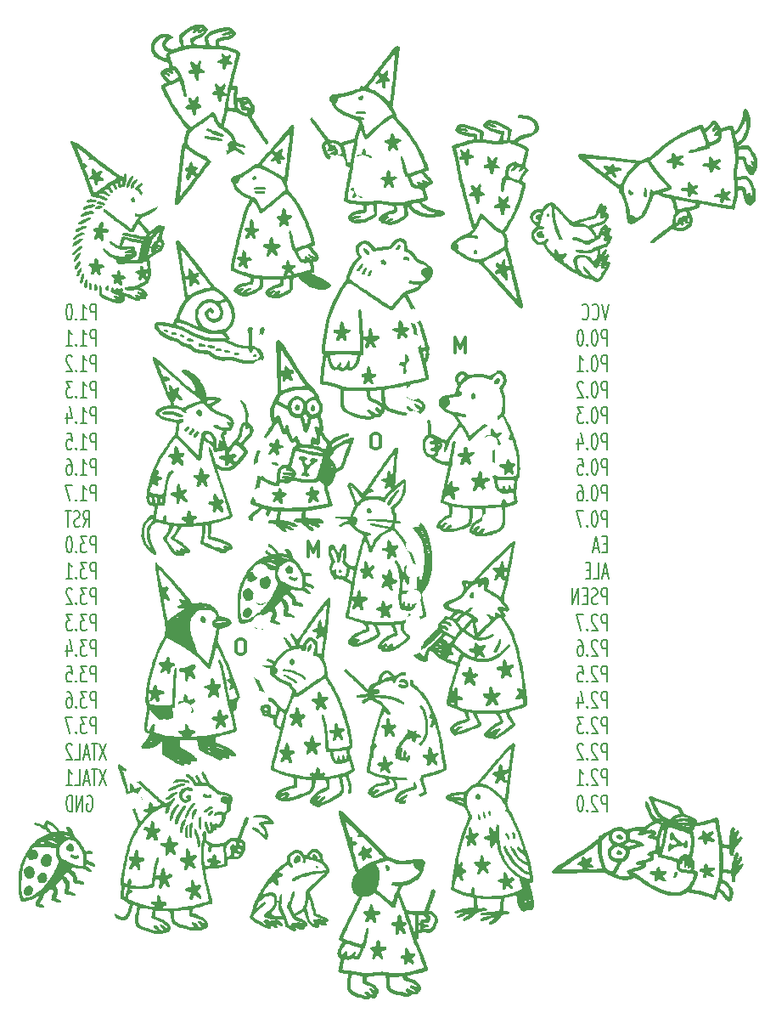
<source format=gbr>
%TF.GenerationSoftware,KiCad,Pcbnew,9.0.4*%
%TF.CreationDate,2025-10-06T17:00:54-04:00*%
%TF.ProjectId,8051_breakout,38303531-5f62-4726-9561-6b6f75742e6b,rev?*%
%TF.SameCoordinates,Original*%
%TF.FileFunction,Legend,Bot*%
%TF.FilePolarity,Positive*%
%FSLAX46Y46*%
G04 Gerber Fmt 4.6, Leading zero omitted, Abs format (unit mm)*
G04 Created by KiCad (PCBNEW 9.0.4) date 2025-10-06 17:00:54*
%MOMM*%
%LPD*%
G01*
G04 APERTURE LIST*
%ADD10C,0.300000*%
%ADD11C,0.200000*%
%ADD12C,0.000000*%
%ADD13C,1.700000*%
%ADD14C,1.500000*%
%ADD15C,3.800000*%
%ADD16R,1.600000X1.600000*%
%ADD17C,1.600000*%
%ADD18C,2.000000*%
%ADD19R,1.524000X1.524000*%
%ADD20C,1.524000*%
G04 APERTURE END LIST*
D10*
X123541310Y-76000828D02*
X123541310Y-74500828D01*
X123541310Y-74500828D02*
X124041310Y-75572257D01*
X124041310Y-75572257D02*
X124541310Y-74500828D01*
X124541310Y-74500828D02*
X124541310Y-76000828D01*
X102033825Y-104574428D02*
X102319539Y-104574428D01*
X102319539Y-104574428D02*
X102462396Y-104645857D01*
X102462396Y-104645857D02*
X102605253Y-104788714D01*
X102605253Y-104788714D02*
X102676682Y-105074428D01*
X102676682Y-105074428D02*
X102676682Y-105574428D01*
X102676682Y-105574428D02*
X102605253Y-105860142D01*
X102605253Y-105860142D02*
X102462396Y-106003000D01*
X102462396Y-106003000D02*
X102319539Y-106074428D01*
X102319539Y-106074428D02*
X102033825Y-106074428D01*
X102033825Y-106074428D02*
X101890968Y-106003000D01*
X101890968Y-106003000D02*
X101748110Y-105860142D01*
X101748110Y-105860142D02*
X101676682Y-105574428D01*
X101676682Y-105574428D02*
X101676682Y-105074428D01*
X101676682Y-105074428D02*
X101748110Y-104788714D01*
X101748110Y-104788714D02*
X101890968Y-104645857D01*
X101890968Y-104645857D02*
X102033825Y-104574428D01*
X115495825Y-84102028D02*
X115781539Y-84102028D01*
X115781539Y-84102028D02*
X115924396Y-84173457D01*
X115924396Y-84173457D02*
X116067253Y-84316314D01*
X116067253Y-84316314D02*
X116138682Y-84602028D01*
X116138682Y-84602028D02*
X116138682Y-85102028D01*
X116138682Y-85102028D02*
X116067253Y-85387742D01*
X116067253Y-85387742D02*
X115924396Y-85530600D01*
X115924396Y-85530600D02*
X115781539Y-85602028D01*
X115781539Y-85602028D02*
X115495825Y-85602028D01*
X115495825Y-85602028D02*
X115352968Y-85530600D01*
X115352968Y-85530600D02*
X115210110Y-85387742D01*
X115210110Y-85387742D02*
X115138682Y-85102028D01*
X115138682Y-85102028D02*
X115138682Y-84602028D01*
X115138682Y-84602028D02*
X115210110Y-84316314D01*
X115210110Y-84316314D02*
X115352968Y-84173457D01*
X115352968Y-84173457D02*
X115495825Y-84102028D01*
D11*
X87729434Y-72771500D02*
X87729434Y-71171500D01*
X87729434Y-71171500D02*
X87348482Y-71171500D01*
X87348482Y-71171500D02*
X87253244Y-71247690D01*
X87253244Y-71247690D02*
X87205625Y-71323881D01*
X87205625Y-71323881D02*
X87158006Y-71476262D01*
X87158006Y-71476262D02*
X87158006Y-71704833D01*
X87158006Y-71704833D02*
X87205625Y-71857214D01*
X87205625Y-71857214D02*
X87253244Y-71933405D01*
X87253244Y-71933405D02*
X87348482Y-72009595D01*
X87348482Y-72009595D02*
X87729434Y-72009595D01*
X86205625Y-72771500D02*
X86777053Y-72771500D01*
X86491339Y-72771500D02*
X86491339Y-71171500D01*
X86491339Y-71171500D02*
X86586577Y-71400071D01*
X86586577Y-71400071D02*
X86681815Y-71552452D01*
X86681815Y-71552452D02*
X86777053Y-71628643D01*
X85777053Y-72619119D02*
X85729434Y-72695310D01*
X85729434Y-72695310D02*
X85777053Y-72771500D01*
X85777053Y-72771500D02*
X85824672Y-72695310D01*
X85824672Y-72695310D02*
X85777053Y-72619119D01*
X85777053Y-72619119D02*
X85777053Y-72771500D01*
X85110387Y-71171500D02*
X85015149Y-71171500D01*
X85015149Y-71171500D02*
X84919911Y-71247690D01*
X84919911Y-71247690D02*
X84872292Y-71323881D01*
X84872292Y-71323881D02*
X84824673Y-71476262D01*
X84824673Y-71476262D02*
X84777054Y-71781024D01*
X84777054Y-71781024D02*
X84777054Y-72161976D01*
X84777054Y-72161976D02*
X84824673Y-72466738D01*
X84824673Y-72466738D02*
X84872292Y-72619119D01*
X84872292Y-72619119D02*
X84919911Y-72695310D01*
X84919911Y-72695310D02*
X85015149Y-72771500D01*
X85015149Y-72771500D02*
X85110387Y-72771500D01*
X85110387Y-72771500D02*
X85205625Y-72695310D01*
X85205625Y-72695310D02*
X85253244Y-72619119D01*
X85253244Y-72619119D02*
X85300863Y-72466738D01*
X85300863Y-72466738D02*
X85348482Y-72161976D01*
X85348482Y-72161976D02*
X85348482Y-71781024D01*
X85348482Y-71781024D02*
X85300863Y-71476262D01*
X85300863Y-71476262D02*
X85253244Y-71323881D01*
X85253244Y-71323881D02*
X85205625Y-71247690D01*
X85205625Y-71247690D02*
X85110387Y-71171500D01*
X87729434Y-75347410D02*
X87729434Y-73747410D01*
X87729434Y-73747410D02*
X87348482Y-73747410D01*
X87348482Y-73747410D02*
X87253244Y-73823600D01*
X87253244Y-73823600D02*
X87205625Y-73899791D01*
X87205625Y-73899791D02*
X87158006Y-74052172D01*
X87158006Y-74052172D02*
X87158006Y-74280743D01*
X87158006Y-74280743D02*
X87205625Y-74433124D01*
X87205625Y-74433124D02*
X87253244Y-74509315D01*
X87253244Y-74509315D02*
X87348482Y-74585505D01*
X87348482Y-74585505D02*
X87729434Y-74585505D01*
X86205625Y-75347410D02*
X86777053Y-75347410D01*
X86491339Y-75347410D02*
X86491339Y-73747410D01*
X86491339Y-73747410D02*
X86586577Y-73975981D01*
X86586577Y-73975981D02*
X86681815Y-74128362D01*
X86681815Y-74128362D02*
X86777053Y-74204553D01*
X85777053Y-75195029D02*
X85729434Y-75271220D01*
X85729434Y-75271220D02*
X85777053Y-75347410D01*
X85777053Y-75347410D02*
X85824672Y-75271220D01*
X85824672Y-75271220D02*
X85777053Y-75195029D01*
X85777053Y-75195029D02*
X85777053Y-75347410D01*
X84777054Y-75347410D02*
X85348482Y-75347410D01*
X85062768Y-75347410D02*
X85062768Y-73747410D01*
X85062768Y-73747410D02*
X85158006Y-73975981D01*
X85158006Y-73975981D02*
X85253244Y-74128362D01*
X85253244Y-74128362D02*
X85348482Y-74204553D01*
X87729434Y-77923320D02*
X87729434Y-76323320D01*
X87729434Y-76323320D02*
X87348482Y-76323320D01*
X87348482Y-76323320D02*
X87253244Y-76399510D01*
X87253244Y-76399510D02*
X87205625Y-76475701D01*
X87205625Y-76475701D02*
X87158006Y-76628082D01*
X87158006Y-76628082D02*
X87158006Y-76856653D01*
X87158006Y-76856653D02*
X87205625Y-77009034D01*
X87205625Y-77009034D02*
X87253244Y-77085225D01*
X87253244Y-77085225D02*
X87348482Y-77161415D01*
X87348482Y-77161415D02*
X87729434Y-77161415D01*
X86205625Y-77923320D02*
X86777053Y-77923320D01*
X86491339Y-77923320D02*
X86491339Y-76323320D01*
X86491339Y-76323320D02*
X86586577Y-76551891D01*
X86586577Y-76551891D02*
X86681815Y-76704272D01*
X86681815Y-76704272D02*
X86777053Y-76780463D01*
X85777053Y-77770939D02*
X85729434Y-77847130D01*
X85729434Y-77847130D02*
X85777053Y-77923320D01*
X85777053Y-77923320D02*
X85824672Y-77847130D01*
X85824672Y-77847130D02*
X85777053Y-77770939D01*
X85777053Y-77770939D02*
X85777053Y-77923320D01*
X85348482Y-76475701D02*
X85300863Y-76399510D01*
X85300863Y-76399510D02*
X85205625Y-76323320D01*
X85205625Y-76323320D02*
X84967530Y-76323320D01*
X84967530Y-76323320D02*
X84872292Y-76399510D01*
X84872292Y-76399510D02*
X84824673Y-76475701D01*
X84824673Y-76475701D02*
X84777054Y-76628082D01*
X84777054Y-76628082D02*
X84777054Y-76780463D01*
X84777054Y-76780463D02*
X84824673Y-77009034D01*
X84824673Y-77009034D02*
X85396101Y-77923320D01*
X85396101Y-77923320D02*
X84777054Y-77923320D01*
X87729434Y-80499230D02*
X87729434Y-78899230D01*
X87729434Y-78899230D02*
X87348482Y-78899230D01*
X87348482Y-78899230D02*
X87253244Y-78975420D01*
X87253244Y-78975420D02*
X87205625Y-79051611D01*
X87205625Y-79051611D02*
X87158006Y-79203992D01*
X87158006Y-79203992D02*
X87158006Y-79432563D01*
X87158006Y-79432563D02*
X87205625Y-79584944D01*
X87205625Y-79584944D02*
X87253244Y-79661135D01*
X87253244Y-79661135D02*
X87348482Y-79737325D01*
X87348482Y-79737325D02*
X87729434Y-79737325D01*
X86205625Y-80499230D02*
X86777053Y-80499230D01*
X86491339Y-80499230D02*
X86491339Y-78899230D01*
X86491339Y-78899230D02*
X86586577Y-79127801D01*
X86586577Y-79127801D02*
X86681815Y-79280182D01*
X86681815Y-79280182D02*
X86777053Y-79356373D01*
X85777053Y-80346849D02*
X85729434Y-80423040D01*
X85729434Y-80423040D02*
X85777053Y-80499230D01*
X85777053Y-80499230D02*
X85824672Y-80423040D01*
X85824672Y-80423040D02*
X85777053Y-80346849D01*
X85777053Y-80346849D02*
X85777053Y-80499230D01*
X85396101Y-78899230D02*
X84777054Y-78899230D01*
X84777054Y-78899230D02*
X85110387Y-79508754D01*
X85110387Y-79508754D02*
X84967530Y-79508754D01*
X84967530Y-79508754D02*
X84872292Y-79584944D01*
X84872292Y-79584944D02*
X84824673Y-79661135D01*
X84824673Y-79661135D02*
X84777054Y-79813516D01*
X84777054Y-79813516D02*
X84777054Y-80194468D01*
X84777054Y-80194468D02*
X84824673Y-80346849D01*
X84824673Y-80346849D02*
X84872292Y-80423040D01*
X84872292Y-80423040D02*
X84967530Y-80499230D01*
X84967530Y-80499230D02*
X85253244Y-80499230D01*
X85253244Y-80499230D02*
X85348482Y-80423040D01*
X85348482Y-80423040D02*
X85396101Y-80346849D01*
X87729434Y-83075140D02*
X87729434Y-81475140D01*
X87729434Y-81475140D02*
X87348482Y-81475140D01*
X87348482Y-81475140D02*
X87253244Y-81551330D01*
X87253244Y-81551330D02*
X87205625Y-81627521D01*
X87205625Y-81627521D02*
X87158006Y-81779902D01*
X87158006Y-81779902D02*
X87158006Y-82008473D01*
X87158006Y-82008473D02*
X87205625Y-82160854D01*
X87205625Y-82160854D02*
X87253244Y-82237045D01*
X87253244Y-82237045D02*
X87348482Y-82313235D01*
X87348482Y-82313235D02*
X87729434Y-82313235D01*
X86205625Y-83075140D02*
X86777053Y-83075140D01*
X86491339Y-83075140D02*
X86491339Y-81475140D01*
X86491339Y-81475140D02*
X86586577Y-81703711D01*
X86586577Y-81703711D02*
X86681815Y-81856092D01*
X86681815Y-81856092D02*
X86777053Y-81932283D01*
X85777053Y-82922759D02*
X85729434Y-82998950D01*
X85729434Y-82998950D02*
X85777053Y-83075140D01*
X85777053Y-83075140D02*
X85824672Y-82998950D01*
X85824672Y-82998950D02*
X85777053Y-82922759D01*
X85777053Y-82922759D02*
X85777053Y-83075140D01*
X84872292Y-82008473D02*
X84872292Y-83075140D01*
X85110387Y-81398950D02*
X85348482Y-82541807D01*
X85348482Y-82541807D02*
X84729435Y-82541807D01*
X87729434Y-85651050D02*
X87729434Y-84051050D01*
X87729434Y-84051050D02*
X87348482Y-84051050D01*
X87348482Y-84051050D02*
X87253244Y-84127240D01*
X87253244Y-84127240D02*
X87205625Y-84203431D01*
X87205625Y-84203431D02*
X87158006Y-84355812D01*
X87158006Y-84355812D02*
X87158006Y-84584383D01*
X87158006Y-84584383D02*
X87205625Y-84736764D01*
X87205625Y-84736764D02*
X87253244Y-84812955D01*
X87253244Y-84812955D02*
X87348482Y-84889145D01*
X87348482Y-84889145D02*
X87729434Y-84889145D01*
X86205625Y-85651050D02*
X86777053Y-85651050D01*
X86491339Y-85651050D02*
X86491339Y-84051050D01*
X86491339Y-84051050D02*
X86586577Y-84279621D01*
X86586577Y-84279621D02*
X86681815Y-84432002D01*
X86681815Y-84432002D02*
X86777053Y-84508193D01*
X85777053Y-85498669D02*
X85729434Y-85574860D01*
X85729434Y-85574860D02*
X85777053Y-85651050D01*
X85777053Y-85651050D02*
X85824672Y-85574860D01*
X85824672Y-85574860D02*
X85777053Y-85498669D01*
X85777053Y-85498669D02*
X85777053Y-85651050D01*
X84824673Y-84051050D02*
X85300863Y-84051050D01*
X85300863Y-84051050D02*
X85348482Y-84812955D01*
X85348482Y-84812955D02*
X85300863Y-84736764D01*
X85300863Y-84736764D02*
X85205625Y-84660574D01*
X85205625Y-84660574D02*
X84967530Y-84660574D01*
X84967530Y-84660574D02*
X84872292Y-84736764D01*
X84872292Y-84736764D02*
X84824673Y-84812955D01*
X84824673Y-84812955D02*
X84777054Y-84965336D01*
X84777054Y-84965336D02*
X84777054Y-85346288D01*
X84777054Y-85346288D02*
X84824673Y-85498669D01*
X84824673Y-85498669D02*
X84872292Y-85574860D01*
X84872292Y-85574860D02*
X84967530Y-85651050D01*
X84967530Y-85651050D02*
X85205625Y-85651050D01*
X85205625Y-85651050D02*
X85300863Y-85574860D01*
X85300863Y-85574860D02*
X85348482Y-85498669D01*
X87729434Y-88226960D02*
X87729434Y-86626960D01*
X87729434Y-86626960D02*
X87348482Y-86626960D01*
X87348482Y-86626960D02*
X87253244Y-86703150D01*
X87253244Y-86703150D02*
X87205625Y-86779341D01*
X87205625Y-86779341D02*
X87158006Y-86931722D01*
X87158006Y-86931722D02*
X87158006Y-87160293D01*
X87158006Y-87160293D02*
X87205625Y-87312674D01*
X87205625Y-87312674D02*
X87253244Y-87388865D01*
X87253244Y-87388865D02*
X87348482Y-87465055D01*
X87348482Y-87465055D02*
X87729434Y-87465055D01*
X86205625Y-88226960D02*
X86777053Y-88226960D01*
X86491339Y-88226960D02*
X86491339Y-86626960D01*
X86491339Y-86626960D02*
X86586577Y-86855531D01*
X86586577Y-86855531D02*
X86681815Y-87007912D01*
X86681815Y-87007912D02*
X86777053Y-87084103D01*
X85777053Y-88074579D02*
X85729434Y-88150770D01*
X85729434Y-88150770D02*
X85777053Y-88226960D01*
X85777053Y-88226960D02*
X85824672Y-88150770D01*
X85824672Y-88150770D02*
X85777053Y-88074579D01*
X85777053Y-88074579D02*
X85777053Y-88226960D01*
X84872292Y-86626960D02*
X85062768Y-86626960D01*
X85062768Y-86626960D02*
X85158006Y-86703150D01*
X85158006Y-86703150D02*
X85205625Y-86779341D01*
X85205625Y-86779341D02*
X85300863Y-87007912D01*
X85300863Y-87007912D02*
X85348482Y-87312674D01*
X85348482Y-87312674D02*
X85348482Y-87922198D01*
X85348482Y-87922198D02*
X85300863Y-88074579D01*
X85300863Y-88074579D02*
X85253244Y-88150770D01*
X85253244Y-88150770D02*
X85158006Y-88226960D01*
X85158006Y-88226960D02*
X84967530Y-88226960D01*
X84967530Y-88226960D02*
X84872292Y-88150770D01*
X84872292Y-88150770D02*
X84824673Y-88074579D01*
X84824673Y-88074579D02*
X84777054Y-87922198D01*
X84777054Y-87922198D02*
X84777054Y-87541246D01*
X84777054Y-87541246D02*
X84824673Y-87388865D01*
X84824673Y-87388865D02*
X84872292Y-87312674D01*
X84872292Y-87312674D02*
X84967530Y-87236484D01*
X84967530Y-87236484D02*
X85158006Y-87236484D01*
X85158006Y-87236484D02*
X85253244Y-87312674D01*
X85253244Y-87312674D02*
X85300863Y-87388865D01*
X85300863Y-87388865D02*
X85348482Y-87541246D01*
X87729434Y-90802870D02*
X87729434Y-89202870D01*
X87729434Y-89202870D02*
X87348482Y-89202870D01*
X87348482Y-89202870D02*
X87253244Y-89279060D01*
X87253244Y-89279060D02*
X87205625Y-89355251D01*
X87205625Y-89355251D02*
X87158006Y-89507632D01*
X87158006Y-89507632D02*
X87158006Y-89736203D01*
X87158006Y-89736203D02*
X87205625Y-89888584D01*
X87205625Y-89888584D02*
X87253244Y-89964775D01*
X87253244Y-89964775D02*
X87348482Y-90040965D01*
X87348482Y-90040965D02*
X87729434Y-90040965D01*
X86205625Y-90802870D02*
X86777053Y-90802870D01*
X86491339Y-90802870D02*
X86491339Y-89202870D01*
X86491339Y-89202870D02*
X86586577Y-89431441D01*
X86586577Y-89431441D02*
X86681815Y-89583822D01*
X86681815Y-89583822D02*
X86777053Y-89660013D01*
X85777053Y-90650489D02*
X85729434Y-90726680D01*
X85729434Y-90726680D02*
X85777053Y-90802870D01*
X85777053Y-90802870D02*
X85824672Y-90726680D01*
X85824672Y-90726680D02*
X85777053Y-90650489D01*
X85777053Y-90650489D02*
X85777053Y-90802870D01*
X85396101Y-89202870D02*
X84729435Y-89202870D01*
X84729435Y-89202870D02*
X85158006Y-90802870D01*
X86491340Y-93378780D02*
X86824673Y-92616875D01*
X87062768Y-93378780D02*
X87062768Y-91778780D01*
X87062768Y-91778780D02*
X86681816Y-91778780D01*
X86681816Y-91778780D02*
X86586578Y-91854970D01*
X86586578Y-91854970D02*
X86538959Y-91931161D01*
X86538959Y-91931161D02*
X86491340Y-92083542D01*
X86491340Y-92083542D02*
X86491340Y-92312113D01*
X86491340Y-92312113D02*
X86538959Y-92464494D01*
X86538959Y-92464494D02*
X86586578Y-92540685D01*
X86586578Y-92540685D02*
X86681816Y-92616875D01*
X86681816Y-92616875D02*
X87062768Y-92616875D01*
X86110387Y-93302590D02*
X85967530Y-93378780D01*
X85967530Y-93378780D02*
X85729435Y-93378780D01*
X85729435Y-93378780D02*
X85634197Y-93302590D01*
X85634197Y-93302590D02*
X85586578Y-93226399D01*
X85586578Y-93226399D02*
X85538959Y-93074018D01*
X85538959Y-93074018D02*
X85538959Y-92921637D01*
X85538959Y-92921637D02*
X85586578Y-92769256D01*
X85586578Y-92769256D02*
X85634197Y-92693066D01*
X85634197Y-92693066D02*
X85729435Y-92616875D01*
X85729435Y-92616875D02*
X85919911Y-92540685D01*
X85919911Y-92540685D02*
X86015149Y-92464494D01*
X86015149Y-92464494D02*
X86062768Y-92388304D01*
X86062768Y-92388304D02*
X86110387Y-92235923D01*
X86110387Y-92235923D02*
X86110387Y-92083542D01*
X86110387Y-92083542D02*
X86062768Y-91931161D01*
X86062768Y-91931161D02*
X86015149Y-91854970D01*
X86015149Y-91854970D02*
X85919911Y-91778780D01*
X85919911Y-91778780D02*
X85681816Y-91778780D01*
X85681816Y-91778780D02*
X85538959Y-91854970D01*
X85253244Y-91778780D02*
X84681816Y-91778780D01*
X84967530Y-93378780D02*
X84967530Y-91778780D01*
X87729434Y-95954690D02*
X87729434Y-94354690D01*
X87729434Y-94354690D02*
X87348482Y-94354690D01*
X87348482Y-94354690D02*
X87253244Y-94430880D01*
X87253244Y-94430880D02*
X87205625Y-94507071D01*
X87205625Y-94507071D02*
X87158006Y-94659452D01*
X87158006Y-94659452D02*
X87158006Y-94888023D01*
X87158006Y-94888023D02*
X87205625Y-95040404D01*
X87205625Y-95040404D02*
X87253244Y-95116595D01*
X87253244Y-95116595D02*
X87348482Y-95192785D01*
X87348482Y-95192785D02*
X87729434Y-95192785D01*
X86824672Y-94354690D02*
X86205625Y-94354690D01*
X86205625Y-94354690D02*
X86538958Y-94964214D01*
X86538958Y-94964214D02*
X86396101Y-94964214D01*
X86396101Y-94964214D02*
X86300863Y-95040404D01*
X86300863Y-95040404D02*
X86253244Y-95116595D01*
X86253244Y-95116595D02*
X86205625Y-95268976D01*
X86205625Y-95268976D02*
X86205625Y-95649928D01*
X86205625Y-95649928D02*
X86253244Y-95802309D01*
X86253244Y-95802309D02*
X86300863Y-95878500D01*
X86300863Y-95878500D02*
X86396101Y-95954690D01*
X86396101Y-95954690D02*
X86681815Y-95954690D01*
X86681815Y-95954690D02*
X86777053Y-95878500D01*
X86777053Y-95878500D02*
X86824672Y-95802309D01*
X85777053Y-95802309D02*
X85729434Y-95878500D01*
X85729434Y-95878500D02*
X85777053Y-95954690D01*
X85777053Y-95954690D02*
X85824672Y-95878500D01*
X85824672Y-95878500D02*
X85777053Y-95802309D01*
X85777053Y-95802309D02*
X85777053Y-95954690D01*
X85110387Y-94354690D02*
X85015149Y-94354690D01*
X85015149Y-94354690D02*
X84919911Y-94430880D01*
X84919911Y-94430880D02*
X84872292Y-94507071D01*
X84872292Y-94507071D02*
X84824673Y-94659452D01*
X84824673Y-94659452D02*
X84777054Y-94964214D01*
X84777054Y-94964214D02*
X84777054Y-95345166D01*
X84777054Y-95345166D02*
X84824673Y-95649928D01*
X84824673Y-95649928D02*
X84872292Y-95802309D01*
X84872292Y-95802309D02*
X84919911Y-95878500D01*
X84919911Y-95878500D02*
X85015149Y-95954690D01*
X85015149Y-95954690D02*
X85110387Y-95954690D01*
X85110387Y-95954690D02*
X85205625Y-95878500D01*
X85205625Y-95878500D02*
X85253244Y-95802309D01*
X85253244Y-95802309D02*
X85300863Y-95649928D01*
X85300863Y-95649928D02*
X85348482Y-95345166D01*
X85348482Y-95345166D02*
X85348482Y-94964214D01*
X85348482Y-94964214D02*
X85300863Y-94659452D01*
X85300863Y-94659452D02*
X85253244Y-94507071D01*
X85253244Y-94507071D02*
X85205625Y-94430880D01*
X85205625Y-94430880D02*
X85110387Y-94354690D01*
X87729434Y-98530600D02*
X87729434Y-96930600D01*
X87729434Y-96930600D02*
X87348482Y-96930600D01*
X87348482Y-96930600D02*
X87253244Y-97006790D01*
X87253244Y-97006790D02*
X87205625Y-97082981D01*
X87205625Y-97082981D02*
X87158006Y-97235362D01*
X87158006Y-97235362D02*
X87158006Y-97463933D01*
X87158006Y-97463933D02*
X87205625Y-97616314D01*
X87205625Y-97616314D02*
X87253244Y-97692505D01*
X87253244Y-97692505D02*
X87348482Y-97768695D01*
X87348482Y-97768695D02*
X87729434Y-97768695D01*
X86824672Y-96930600D02*
X86205625Y-96930600D01*
X86205625Y-96930600D02*
X86538958Y-97540124D01*
X86538958Y-97540124D02*
X86396101Y-97540124D01*
X86396101Y-97540124D02*
X86300863Y-97616314D01*
X86300863Y-97616314D02*
X86253244Y-97692505D01*
X86253244Y-97692505D02*
X86205625Y-97844886D01*
X86205625Y-97844886D02*
X86205625Y-98225838D01*
X86205625Y-98225838D02*
X86253244Y-98378219D01*
X86253244Y-98378219D02*
X86300863Y-98454410D01*
X86300863Y-98454410D02*
X86396101Y-98530600D01*
X86396101Y-98530600D02*
X86681815Y-98530600D01*
X86681815Y-98530600D02*
X86777053Y-98454410D01*
X86777053Y-98454410D02*
X86824672Y-98378219D01*
X85777053Y-98378219D02*
X85729434Y-98454410D01*
X85729434Y-98454410D02*
X85777053Y-98530600D01*
X85777053Y-98530600D02*
X85824672Y-98454410D01*
X85824672Y-98454410D02*
X85777053Y-98378219D01*
X85777053Y-98378219D02*
X85777053Y-98530600D01*
X84777054Y-98530600D02*
X85348482Y-98530600D01*
X85062768Y-98530600D02*
X85062768Y-96930600D01*
X85062768Y-96930600D02*
X85158006Y-97159171D01*
X85158006Y-97159171D02*
X85253244Y-97311552D01*
X85253244Y-97311552D02*
X85348482Y-97387743D01*
X87729434Y-101106510D02*
X87729434Y-99506510D01*
X87729434Y-99506510D02*
X87348482Y-99506510D01*
X87348482Y-99506510D02*
X87253244Y-99582700D01*
X87253244Y-99582700D02*
X87205625Y-99658891D01*
X87205625Y-99658891D02*
X87158006Y-99811272D01*
X87158006Y-99811272D02*
X87158006Y-100039843D01*
X87158006Y-100039843D02*
X87205625Y-100192224D01*
X87205625Y-100192224D02*
X87253244Y-100268415D01*
X87253244Y-100268415D02*
X87348482Y-100344605D01*
X87348482Y-100344605D02*
X87729434Y-100344605D01*
X86824672Y-99506510D02*
X86205625Y-99506510D01*
X86205625Y-99506510D02*
X86538958Y-100116034D01*
X86538958Y-100116034D02*
X86396101Y-100116034D01*
X86396101Y-100116034D02*
X86300863Y-100192224D01*
X86300863Y-100192224D02*
X86253244Y-100268415D01*
X86253244Y-100268415D02*
X86205625Y-100420796D01*
X86205625Y-100420796D02*
X86205625Y-100801748D01*
X86205625Y-100801748D02*
X86253244Y-100954129D01*
X86253244Y-100954129D02*
X86300863Y-101030320D01*
X86300863Y-101030320D02*
X86396101Y-101106510D01*
X86396101Y-101106510D02*
X86681815Y-101106510D01*
X86681815Y-101106510D02*
X86777053Y-101030320D01*
X86777053Y-101030320D02*
X86824672Y-100954129D01*
X85777053Y-100954129D02*
X85729434Y-101030320D01*
X85729434Y-101030320D02*
X85777053Y-101106510D01*
X85777053Y-101106510D02*
X85824672Y-101030320D01*
X85824672Y-101030320D02*
X85777053Y-100954129D01*
X85777053Y-100954129D02*
X85777053Y-101106510D01*
X85348482Y-99658891D02*
X85300863Y-99582700D01*
X85300863Y-99582700D02*
X85205625Y-99506510D01*
X85205625Y-99506510D02*
X84967530Y-99506510D01*
X84967530Y-99506510D02*
X84872292Y-99582700D01*
X84872292Y-99582700D02*
X84824673Y-99658891D01*
X84824673Y-99658891D02*
X84777054Y-99811272D01*
X84777054Y-99811272D02*
X84777054Y-99963653D01*
X84777054Y-99963653D02*
X84824673Y-100192224D01*
X84824673Y-100192224D02*
X85396101Y-101106510D01*
X85396101Y-101106510D02*
X84777054Y-101106510D01*
X87729434Y-103682420D02*
X87729434Y-102082420D01*
X87729434Y-102082420D02*
X87348482Y-102082420D01*
X87348482Y-102082420D02*
X87253244Y-102158610D01*
X87253244Y-102158610D02*
X87205625Y-102234801D01*
X87205625Y-102234801D02*
X87158006Y-102387182D01*
X87158006Y-102387182D02*
X87158006Y-102615753D01*
X87158006Y-102615753D02*
X87205625Y-102768134D01*
X87205625Y-102768134D02*
X87253244Y-102844325D01*
X87253244Y-102844325D02*
X87348482Y-102920515D01*
X87348482Y-102920515D02*
X87729434Y-102920515D01*
X86824672Y-102082420D02*
X86205625Y-102082420D01*
X86205625Y-102082420D02*
X86538958Y-102691944D01*
X86538958Y-102691944D02*
X86396101Y-102691944D01*
X86396101Y-102691944D02*
X86300863Y-102768134D01*
X86300863Y-102768134D02*
X86253244Y-102844325D01*
X86253244Y-102844325D02*
X86205625Y-102996706D01*
X86205625Y-102996706D02*
X86205625Y-103377658D01*
X86205625Y-103377658D02*
X86253244Y-103530039D01*
X86253244Y-103530039D02*
X86300863Y-103606230D01*
X86300863Y-103606230D02*
X86396101Y-103682420D01*
X86396101Y-103682420D02*
X86681815Y-103682420D01*
X86681815Y-103682420D02*
X86777053Y-103606230D01*
X86777053Y-103606230D02*
X86824672Y-103530039D01*
X85777053Y-103530039D02*
X85729434Y-103606230D01*
X85729434Y-103606230D02*
X85777053Y-103682420D01*
X85777053Y-103682420D02*
X85824672Y-103606230D01*
X85824672Y-103606230D02*
X85777053Y-103530039D01*
X85777053Y-103530039D02*
X85777053Y-103682420D01*
X85396101Y-102082420D02*
X84777054Y-102082420D01*
X84777054Y-102082420D02*
X85110387Y-102691944D01*
X85110387Y-102691944D02*
X84967530Y-102691944D01*
X84967530Y-102691944D02*
X84872292Y-102768134D01*
X84872292Y-102768134D02*
X84824673Y-102844325D01*
X84824673Y-102844325D02*
X84777054Y-102996706D01*
X84777054Y-102996706D02*
X84777054Y-103377658D01*
X84777054Y-103377658D02*
X84824673Y-103530039D01*
X84824673Y-103530039D02*
X84872292Y-103606230D01*
X84872292Y-103606230D02*
X84967530Y-103682420D01*
X84967530Y-103682420D02*
X85253244Y-103682420D01*
X85253244Y-103682420D02*
X85348482Y-103606230D01*
X85348482Y-103606230D02*
X85396101Y-103530039D01*
X87729434Y-106258330D02*
X87729434Y-104658330D01*
X87729434Y-104658330D02*
X87348482Y-104658330D01*
X87348482Y-104658330D02*
X87253244Y-104734520D01*
X87253244Y-104734520D02*
X87205625Y-104810711D01*
X87205625Y-104810711D02*
X87158006Y-104963092D01*
X87158006Y-104963092D02*
X87158006Y-105191663D01*
X87158006Y-105191663D02*
X87205625Y-105344044D01*
X87205625Y-105344044D02*
X87253244Y-105420235D01*
X87253244Y-105420235D02*
X87348482Y-105496425D01*
X87348482Y-105496425D02*
X87729434Y-105496425D01*
X86824672Y-104658330D02*
X86205625Y-104658330D01*
X86205625Y-104658330D02*
X86538958Y-105267854D01*
X86538958Y-105267854D02*
X86396101Y-105267854D01*
X86396101Y-105267854D02*
X86300863Y-105344044D01*
X86300863Y-105344044D02*
X86253244Y-105420235D01*
X86253244Y-105420235D02*
X86205625Y-105572616D01*
X86205625Y-105572616D02*
X86205625Y-105953568D01*
X86205625Y-105953568D02*
X86253244Y-106105949D01*
X86253244Y-106105949D02*
X86300863Y-106182140D01*
X86300863Y-106182140D02*
X86396101Y-106258330D01*
X86396101Y-106258330D02*
X86681815Y-106258330D01*
X86681815Y-106258330D02*
X86777053Y-106182140D01*
X86777053Y-106182140D02*
X86824672Y-106105949D01*
X85777053Y-106105949D02*
X85729434Y-106182140D01*
X85729434Y-106182140D02*
X85777053Y-106258330D01*
X85777053Y-106258330D02*
X85824672Y-106182140D01*
X85824672Y-106182140D02*
X85777053Y-106105949D01*
X85777053Y-106105949D02*
X85777053Y-106258330D01*
X84872292Y-105191663D02*
X84872292Y-106258330D01*
X85110387Y-104582140D02*
X85348482Y-105724997D01*
X85348482Y-105724997D02*
X84729435Y-105724997D01*
X87729434Y-108834240D02*
X87729434Y-107234240D01*
X87729434Y-107234240D02*
X87348482Y-107234240D01*
X87348482Y-107234240D02*
X87253244Y-107310430D01*
X87253244Y-107310430D02*
X87205625Y-107386621D01*
X87205625Y-107386621D02*
X87158006Y-107539002D01*
X87158006Y-107539002D02*
X87158006Y-107767573D01*
X87158006Y-107767573D02*
X87205625Y-107919954D01*
X87205625Y-107919954D02*
X87253244Y-107996145D01*
X87253244Y-107996145D02*
X87348482Y-108072335D01*
X87348482Y-108072335D02*
X87729434Y-108072335D01*
X86824672Y-107234240D02*
X86205625Y-107234240D01*
X86205625Y-107234240D02*
X86538958Y-107843764D01*
X86538958Y-107843764D02*
X86396101Y-107843764D01*
X86396101Y-107843764D02*
X86300863Y-107919954D01*
X86300863Y-107919954D02*
X86253244Y-107996145D01*
X86253244Y-107996145D02*
X86205625Y-108148526D01*
X86205625Y-108148526D02*
X86205625Y-108529478D01*
X86205625Y-108529478D02*
X86253244Y-108681859D01*
X86253244Y-108681859D02*
X86300863Y-108758050D01*
X86300863Y-108758050D02*
X86396101Y-108834240D01*
X86396101Y-108834240D02*
X86681815Y-108834240D01*
X86681815Y-108834240D02*
X86777053Y-108758050D01*
X86777053Y-108758050D02*
X86824672Y-108681859D01*
X85777053Y-108681859D02*
X85729434Y-108758050D01*
X85729434Y-108758050D02*
X85777053Y-108834240D01*
X85777053Y-108834240D02*
X85824672Y-108758050D01*
X85824672Y-108758050D02*
X85777053Y-108681859D01*
X85777053Y-108681859D02*
X85777053Y-108834240D01*
X84824673Y-107234240D02*
X85300863Y-107234240D01*
X85300863Y-107234240D02*
X85348482Y-107996145D01*
X85348482Y-107996145D02*
X85300863Y-107919954D01*
X85300863Y-107919954D02*
X85205625Y-107843764D01*
X85205625Y-107843764D02*
X84967530Y-107843764D01*
X84967530Y-107843764D02*
X84872292Y-107919954D01*
X84872292Y-107919954D02*
X84824673Y-107996145D01*
X84824673Y-107996145D02*
X84777054Y-108148526D01*
X84777054Y-108148526D02*
X84777054Y-108529478D01*
X84777054Y-108529478D02*
X84824673Y-108681859D01*
X84824673Y-108681859D02*
X84872292Y-108758050D01*
X84872292Y-108758050D02*
X84967530Y-108834240D01*
X84967530Y-108834240D02*
X85205625Y-108834240D01*
X85205625Y-108834240D02*
X85300863Y-108758050D01*
X85300863Y-108758050D02*
X85348482Y-108681859D01*
X87729434Y-111410150D02*
X87729434Y-109810150D01*
X87729434Y-109810150D02*
X87348482Y-109810150D01*
X87348482Y-109810150D02*
X87253244Y-109886340D01*
X87253244Y-109886340D02*
X87205625Y-109962531D01*
X87205625Y-109962531D02*
X87158006Y-110114912D01*
X87158006Y-110114912D02*
X87158006Y-110343483D01*
X87158006Y-110343483D02*
X87205625Y-110495864D01*
X87205625Y-110495864D02*
X87253244Y-110572055D01*
X87253244Y-110572055D02*
X87348482Y-110648245D01*
X87348482Y-110648245D02*
X87729434Y-110648245D01*
X86824672Y-109810150D02*
X86205625Y-109810150D01*
X86205625Y-109810150D02*
X86538958Y-110419674D01*
X86538958Y-110419674D02*
X86396101Y-110419674D01*
X86396101Y-110419674D02*
X86300863Y-110495864D01*
X86300863Y-110495864D02*
X86253244Y-110572055D01*
X86253244Y-110572055D02*
X86205625Y-110724436D01*
X86205625Y-110724436D02*
X86205625Y-111105388D01*
X86205625Y-111105388D02*
X86253244Y-111257769D01*
X86253244Y-111257769D02*
X86300863Y-111333960D01*
X86300863Y-111333960D02*
X86396101Y-111410150D01*
X86396101Y-111410150D02*
X86681815Y-111410150D01*
X86681815Y-111410150D02*
X86777053Y-111333960D01*
X86777053Y-111333960D02*
X86824672Y-111257769D01*
X85777053Y-111257769D02*
X85729434Y-111333960D01*
X85729434Y-111333960D02*
X85777053Y-111410150D01*
X85777053Y-111410150D02*
X85824672Y-111333960D01*
X85824672Y-111333960D02*
X85777053Y-111257769D01*
X85777053Y-111257769D02*
X85777053Y-111410150D01*
X84872292Y-109810150D02*
X85062768Y-109810150D01*
X85062768Y-109810150D02*
X85158006Y-109886340D01*
X85158006Y-109886340D02*
X85205625Y-109962531D01*
X85205625Y-109962531D02*
X85300863Y-110191102D01*
X85300863Y-110191102D02*
X85348482Y-110495864D01*
X85348482Y-110495864D02*
X85348482Y-111105388D01*
X85348482Y-111105388D02*
X85300863Y-111257769D01*
X85300863Y-111257769D02*
X85253244Y-111333960D01*
X85253244Y-111333960D02*
X85158006Y-111410150D01*
X85158006Y-111410150D02*
X84967530Y-111410150D01*
X84967530Y-111410150D02*
X84872292Y-111333960D01*
X84872292Y-111333960D02*
X84824673Y-111257769D01*
X84824673Y-111257769D02*
X84777054Y-111105388D01*
X84777054Y-111105388D02*
X84777054Y-110724436D01*
X84777054Y-110724436D02*
X84824673Y-110572055D01*
X84824673Y-110572055D02*
X84872292Y-110495864D01*
X84872292Y-110495864D02*
X84967530Y-110419674D01*
X84967530Y-110419674D02*
X85158006Y-110419674D01*
X85158006Y-110419674D02*
X85253244Y-110495864D01*
X85253244Y-110495864D02*
X85300863Y-110572055D01*
X85300863Y-110572055D02*
X85348482Y-110724436D01*
X87729434Y-113986060D02*
X87729434Y-112386060D01*
X87729434Y-112386060D02*
X87348482Y-112386060D01*
X87348482Y-112386060D02*
X87253244Y-112462250D01*
X87253244Y-112462250D02*
X87205625Y-112538441D01*
X87205625Y-112538441D02*
X87158006Y-112690822D01*
X87158006Y-112690822D02*
X87158006Y-112919393D01*
X87158006Y-112919393D02*
X87205625Y-113071774D01*
X87205625Y-113071774D02*
X87253244Y-113147965D01*
X87253244Y-113147965D02*
X87348482Y-113224155D01*
X87348482Y-113224155D02*
X87729434Y-113224155D01*
X86824672Y-112386060D02*
X86205625Y-112386060D01*
X86205625Y-112386060D02*
X86538958Y-112995584D01*
X86538958Y-112995584D02*
X86396101Y-112995584D01*
X86396101Y-112995584D02*
X86300863Y-113071774D01*
X86300863Y-113071774D02*
X86253244Y-113147965D01*
X86253244Y-113147965D02*
X86205625Y-113300346D01*
X86205625Y-113300346D02*
X86205625Y-113681298D01*
X86205625Y-113681298D02*
X86253244Y-113833679D01*
X86253244Y-113833679D02*
X86300863Y-113909870D01*
X86300863Y-113909870D02*
X86396101Y-113986060D01*
X86396101Y-113986060D02*
X86681815Y-113986060D01*
X86681815Y-113986060D02*
X86777053Y-113909870D01*
X86777053Y-113909870D02*
X86824672Y-113833679D01*
X85777053Y-113833679D02*
X85729434Y-113909870D01*
X85729434Y-113909870D02*
X85777053Y-113986060D01*
X85777053Y-113986060D02*
X85824672Y-113909870D01*
X85824672Y-113909870D02*
X85777053Y-113833679D01*
X85777053Y-113833679D02*
X85777053Y-113986060D01*
X85396101Y-112386060D02*
X84729435Y-112386060D01*
X84729435Y-112386060D02*
X85158006Y-113986060D01*
X88777054Y-114961970D02*
X88110388Y-116561970D01*
X88110388Y-114961970D02*
X88777054Y-116561970D01*
X87872292Y-114961970D02*
X87300864Y-114961970D01*
X87586578Y-116561970D02*
X87586578Y-114961970D01*
X87015149Y-116104827D02*
X86538959Y-116104827D01*
X87110387Y-116561970D02*
X86777054Y-114961970D01*
X86777054Y-114961970D02*
X86443721Y-116561970D01*
X85634197Y-116561970D02*
X86110387Y-116561970D01*
X86110387Y-116561970D02*
X86110387Y-114961970D01*
X85348482Y-115114351D02*
X85300863Y-115038160D01*
X85300863Y-115038160D02*
X85205625Y-114961970D01*
X85205625Y-114961970D02*
X84967530Y-114961970D01*
X84967530Y-114961970D02*
X84872292Y-115038160D01*
X84872292Y-115038160D02*
X84824673Y-115114351D01*
X84824673Y-115114351D02*
X84777054Y-115266732D01*
X84777054Y-115266732D02*
X84777054Y-115419113D01*
X84777054Y-115419113D02*
X84824673Y-115647684D01*
X84824673Y-115647684D02*
X85396101Y-116561970D01*
X85396101Y-116561970D02*
X84777054Y-116561970D01*
X88777054Y-117537880D02*
X88110388Y-119137880D01*
X88110388Y-117537880D02*
X88777054Y-119137880D01*
X87872292Y-117537880D02*
X87300864Y-117537880D01*
X87586578Y-119137880D02*
X87586578Y-117537880D01*
X87015149Y-118680737D02*
X86538959Y-118680737D01*
X87110387Y-119137880D02*
X86777054Y-117537880D01*
X86777054Y-117537880D02*
X86443721Y-119137880D01*
X85634197Y-119137880D02*
X86110387Y-119137880D01*
X86110387Y-119137880D02*
X86110387Y-117537880D01*
X84777054Y-119137880D02*
X85348482Y-119137880D01*
X85062768Y-119137880D02*
X85062768Y-117537880D01*
X85062768Y-117537880D02*
X85158006Y-117766451D01*
X85158006Y-117766451D02*
X85253244Y-117918832D01*
X85253244Y-117918832D02*
X85348482Y-117995023D01*
X86872292Y-120189980D02*
X86967530Y-120113790D01*
X86967530Y-120113790D02*
X87110387Y-120113790D01*
X87110387Y-120113790D02*
X87253244Y-120189980D01*
X87253244Y-120189980D02*
X87348482Y-120342361D01*
X87348482Y-120342361D02*
X87396101Y-120494742D01*
X87396101Y-120494742D02*
X87443720Y-120799504D01*
X87443720Y-120799504D02*
X87443720Y-121028076D01*
X87443720Y-121028076D02*
X87396101Y-121332838D01*
X87396101Y-121332838D02*
X87348482Y-121485219D01*
X87348482Y-121485219D02*
X87253244Y-121637600D01*
X87253244Y-121637600D02*
X87110387Y-121713790D01*
X87110387Y-121713790D02*
X87015149Y-121713790D01*
X87015149Y-121713790D02*
X86872292Y-121637600D01*
X86872292Y-121637600D02*
X86824673Y-121561409D01*
X86824673Y-121561409D02*
X86824673Y-121028076D01*
X86824673Y-121028076D02*
X87015149Y-121028076D01*
X86396101Y-121713790D02*
X86396101Y-120113790D01*
X86396101Y-120113790D02*
X85824673Y-121713790D01*
X85824673Y-121713790D02*
X85824673Y-120113790D01*
X85348482Y-121713790D02*
X85348482Y-120113790D01*
X85348482Y-120113790D02*
X85110387Y-120113790D01*
X85110387Y-120113790D02*
X84967530Y-120189980D01*
X84967530Y-120189980D02*
X84872292Y-120342361D01*
X84872292Y-120342361D02*
X84824673Y-120494742D01*
X84824673Y-120494742D02*
X84777054Y-120799504D01*
X84777054Y-120799504D02*
X84777054Y-121028076D01*
X84777054Y-121028076D02*
X84824673Y-121332838D01*
X84824673Y-121332838D02*
X84872292Y-121485219D01*
X84872292Y-121485219D02*
X84967530Y-121637600D01*
X84967530Y-121637600D02*
X85110387Y-121713790D01*
X85110387Y-121713790D02*
X85348482Y-121713790D01*
D10*
X108910910Y-96315828D02*
X108910910Y-94815828D01*
X108910910Y-94815828D02*
X109410910Y-95887257D01*
X109410910Y-95887257D02*
X109910910Y-94815828D01*
X109910910Y-94815828D02*
X109910910Y-96315828D01*
D11*
X138838183Y-71171500D02*
X138504850Y-72771500D01*
X138504850Y-72771500D02*
X138171517Y-71171500D01*
X137266755Y-72619119D02*
X137314374Y-72695310D01*
X137314374Y-72695310D02*
X137457231Y-72771500D01*
X137457231Y-72771500D02*
X137552469Y-72771500D01*
X137552469Y-72771500D02*
X137695326Y-72695310D01*
X137695326Y-72695310D02*
X137790564Y-72542929D01*
X137790564Y-72542929D02*
X137838183Y-72390548D01*
X137838183Y-72390548D02*
X137885802Y-72085786D01*
X137885802Y-72085786D02*
X137885802Y-71857214D01*
X137885802Y-71857214D02*
X137838183Y-71552452D01*
X137838183Y-71552452D02*
X137790564Y-71400071D01*
X137790564Y-71400071D02*
X137695326Y-71247690D01*
X137695326Y-71247690D02*
X137552469Y-71171500D01*
X137552469Y-71171500D02*
X137457231Y-71171500D01*
X137457231Y-71171500D02*
X137314374Y-71247690D01*
X137314374Y-71247690D02*
X137266755Y-71323881D01*
X136266755Y-72619119D02*
X136314374Y-72695310D01*
X136314374Y-72695310D02*
X136457231Y-72771500D01*
X136457231Y-72771500D02*
X136552469Y-72771500D01*
X136552469Y-72771500D02*
X136695326Y-72695310D01*
X136695326Y-72695310D02*
X136790564Y-72542929D01*
X136790564Y-72542929D02*
X136838183Y-72390548D01*
X136838183Y-72390548D02*
X136885802Y-72085786D01*
X136885802Y-72085786D02*
X136885802Y-71857214D01*
X136885802Y-71857214D02*
X136838183Y-71552452D01*
X136838183Y-71552452D02*
X136790564Y-71400071D01*
X136790564Y-71400071D02*
X136695326Y-71247690D01*
X136695326Y-71247690D02*
X136552469Y-71171500D01*
X136552469Y-71171500D02*
X136457231Y-71171500D01*
X136457231Y-71171500D02*
X136314374Y-71247690D01*
X136314374Y-71247690D02*
X136266755Y-71323881D01*
X138695326Y-75347410D02*
X138695326Y-73747410D01*
X138695326Y-73747410D02*
X138314374Y-73747410D01*
X138314374Y-73747410D02*
X138219136Y-73823600D01*
X138219136Y-73823600D02*
X138171517Y-73899791D01*
X138171517Y-73899791D02*
X138123898Y-74052172D01*
X138123898Y-74052172D02*
X138123898Y-74280743D01*
X138123898Y-74280743D02*
X138171517Y-74433124D01*
X138171517Y-74433124D02*
X138219136Y-74509315D01*
X138219136Y-74509315D02*
X138314374Y-74585505D01*
X138314374Y-74585505D02*
X138695326Y-74585505D01*
X137504850Y-73747410D02*
X137409612Y-73747410D01*
X137409612Y-73747410D02*
X137314374Y-73823600D01*
X137314374Y-73823600D02*
X137266755Y-73899791D01*
X137266755Y-73899791D02*
X137219136Y-74052172D01*
X137219136Y-74052172D02*
X137171517Y-74356934D01*
X137171517Y-74356934D02*
X137171517Y-74737886D01*
X137171517Y-74737886D02*
X137219136Y-75042648D01*
X137219136Y-75042648D02*
X137266755Y-75195029D01*
X137266755Y-75195029D02*
X137314374Y-75271220D01*
X137314374Y-75271220D02*
X137409612Y-75347410D01*
X137409612Y-75347410D02*
X137504850Y-75347410D01*
X137504850Y-75347410D02*
X137600088Y-75271220D01*
X137600088Y-75271220D02*
X137647707Y-75195029D01*
X137647707Y-75195029D02*
X137695326Y-75042648D01*
X137695326Y-75042648D02*
X137742945Y-74737886D01*
X137742945Y-74737886D02*
X137742945Y-74356934D01*
X137742945Y-74356934D02*
X137695326Y-74052172D01*
X137695326Y-74052172D02*
X137647707Y-73899791D01*
X137647707Y-73899791D02*
X137600088Y-73823600D01*
X137600088Y-73823600D02*
X137504850Y-73747410D01*
X136742945Y-75195029D02*
X136695326Y-75271220D01*
X136695326Y-75271220D02*
X136742945Y-75347410D01*
X136742945Y-75347410D02*
X136790564Y-75271220D01*
X136790564Y-75271220D02*
X136742945Y-75195029D01*
X136742945Y-75195029D02*
X136742945Y-75347410D01*
X136076279Y-73747410D02*
X135981041Y-73747410D01*
X135981041Y-73747410D02*
X135885803Y-73823600D01*
X135885803Y-73823600D02*
X135838184Y-73899791D01*
X135838184Y-73899791D02*
X135790565Y-74052172D01*
X135790565Y-74052172D02*
X135742946Y-74356934D01*
X135742946Y-74356934D02*
X135742946Y-74737886D01*
X135742946Y-74737886D02*
X135790565Y-75042648D01*
X135790565Y-75042648D02*
X135838184Y-75195029D01*
X135838184Y-75195029D02*
X135885803Y-75271220D01*
X135885803Y-75271220D02*
X135981041Y-75347410D01*
X135981041Y-75347410D02*
X136076279Y-75347410D01*
X136076279Y-75347410D02*
X136171517Y-75271220D01*
X136171517Y-75271220D02*
X136219136Y-75195029D01*
X136219136Y-75195029D02*
X136266755Y-75042648D01*
X136266755Y-75042648D02*
X136314374Y-74737886D01*
X136314374Y-74737886D02*
X136314374Y-74356934D01*
X136314374Y-74356934D02*
X136266755Y-74052172D01*
X136266755Y-74052172D02*
X136219136Y-73899791D01*
X136219136Y-73899791D02*
X136171517Y-73823600D01*
X136171517Y-73823600D02*
X136076279Y-73747410D01*
X138695326Y-77923320D02*
X138695326Y-76323320D01*
X138695326Y-76323320D02*
X138314374Y-76323320D01*
X138314374Y-76323320D02*
X138219136Y-76399510D01*
X138219136Y-76399510D02*
X138171517Y-76475701D01*
X138171517Y-76475701D02*
X138123898Y-76628082D01*
X138123898Y-76628082D02*
X138123898Y-76856653D01*
X138123898Y-76856653D02*
X138171517Y-77009034D01*
X138171517Y-77009034D02*
X138219136Y-77085225D01*
X138219136Y-77085225D02*
X138314374Y-77161415D01*
X138314374Y-77161415D02*
X138695326Y-77161415D01*
X137504850Y-76323320D02*
X137409612Y-76323320D01*
X137409612Y-76323320D02*
X137314374Y-76399510D01*
X137314374Y-76399510D02*
X137266755Y-76475701D01*
X137266755Y-76475701D02*
X137219136Y-76628082D01*
X137219136Y-76628082D02*
X137171517Y-76932844D01*
X137171517Y-76932844D02*
X137171517Y-77313796D01*
X137171517Y-77313796D02*
X137219136Y-77618558D01*
X137219136Y-77618558D02*
X137266755Y-77770939D01*
X137266755Y-77770939D02*
X137314374Y-77847130D01*
X137314374Y-77847130D02*
X137409612Y-77923320D01*
X137409612Y-77923320D02*
X137504850Y-77923320D01*
X137504850Y-77923320D02*
X137600088Y-77847130D01*
X137600088Y-77847130D02*
X137647707Y-77770939D01*
X137647707Y-77770939D02*
X137695326Y-77618558D01*
X137695326Y-77618558D02*
X137742945Y-77313796D01*
X137742945Y-77313796D02*
X137742945Y-76932844D01*
X137742945Y-76932844D02*
X137695326Y-76628082D01*
X137695326Y-76628082D02*
X137647707Y-76475701D01*
X137647707Y-76475701D02*
X137600088Y-76399510D01*
X137600088Y-76399510D02*
X137504850Y-76323320D01*
X136742945Y-77770939D02*
X136695326Y-77847130D01*
X136695326Y-77847130D02*
X136742945Y-77923320D01*
X136742945Y-77923320D02*
X136790564Y-77847130D01*
X136790564Y-77847130D02*
X136742945Y-77770939D01*
X136742945Y-77770939D02*
X136742945Y-77923320D01*
X135742946Y-77923320D02*
X136314374Y-77923320D01*
X136028660Y-77923320D02*
X136028660Y-76323320D01*
X136028660Y-76323320D02*
X136123898Y-76551891D01*
X136123898Y-76551891D02*
X136219136Y-76704272D01*
X136219136Y-76704272D02*
X136314374Y-76780463D01*
X138695326Y-80499230D02*
X138695326Y-78899230D01*
X138695326Y-78899230D02*
X138314374Y-78899230D01*
X138314374Y-78899230D02*
X138219136Y-78975420D01*
X138219136Y-78975420D02*
X138171517Y-79051611D01*
X138171517Y-79051611D02*
X138123898Y-79203992D01*
X138123898Y-79203992D02*
X138123898Y-79432563D01*
X138123898Y-79432563D02*
X138171517Y-79584944D01*
X138171517Y-79584944D02*
X138219136Y-79661135D01*
X138219136Y-79661135D02*
X138314374Y-79737325D01*
X138314374Y-79737325D02*
X138695326Y-79737325D01*
X137504850Y-78899230D02*
X137409612Y-78899230D01*
X137409612Y-78899230D02*
X137314374Y-78975420D01*
X137314374Y-78975420D02*
X137266755Y-79051611D01*
X137266755Y-79051611D02*
X137219136Y-79203992D01*
X137219136Y-79203992D02*
X137171517Y-79508754D01*
X137171517Y-79508754D02*
X137171517Y-79889706D01*
X137171517Y-79889706D02*
X137219136Y-80194468D01*
X137219136Y-80194468D02*
X137266755Y-80346849D01*
X137266755Y-80346849D02*
X137314374Y-80423040D01*
X137314374Y-80423040D02*
X137409612Y-80499230D01*
X137409612Y-80499230D02*
X137504850Y-80499230D01*
X137504850Y-80499230D02*
X137600088Y-80423040D01*
X137600088Y-80423040D02*
X137647707Y-80346849D01*
X137647707Y-80346849D02*
X137695326Y-80194468D01*
X137695326Y-80194468D02*
X137742945Y-79889706D01*
X137742945Y-79889706D02*
X137742945Y-79508754D01*
X137742945Y-79508754D02*
X137695326Y-79203992D01*
X137695326Y-79203992D02*
X137647707Y-79051611D01*
X137647707Y-79051611D02*
X137600088Y-78975420D01*
X137600088Y-78975420D02*
X137504850Y-78899230D01*
X136742945Y-80346849D02*
X136695326Y-80423040D01*
X136695326Y-80423040D02*
X136742945Y-80499230D01*
X136742945Y-80499230D02*
X136790564Y-80423040D01*
X136790564Y-80423040D02*
X136742945Y-80346849D01*
X136742945Y-80346849D02*
X136742945Y-80499230D01*
X136314374Y-79051611D02*
X136266755Y-78975420D01*
X136266755Y-78975420D02*
X136171517Y-78899230D01*
X136171517Y-78899230D02*
X135933422Y-78899230D01*
X135933422Y-78899230D02*
X135838184Y-78975420D01*
X135838184Y-78975420D02*
X135790565Y-79051611D01*
X135790565Y-79051611D02*
X135742946Y-79203992D01*
X135742946Y-79203992D02*
X135742946Y-79356373D01*
X135742946Y-79356373D02*
X135790565Y-79584944D01*
X135790565Y-79584944D02*
X136361993Y-80499230D01*
X136361993Y-80499230D02*
X135742946Y-80499230D01*
X138695326Y-83075140D02*
X138695326Y-81475140D01*
X138695326Y-81475140D02*
X138314374Y-81475140D01*
X138314374Y-81475140D02*
X138219136Y-81551330D01*
X138219136Y-81551330D02*
X138171517Y-81627521D01*
X138171517Y-81627521D02*
X138123898Y-81779902D01*
X138123898Y-81779902D02*
X138123898Y-82008473D01*
X138123898Y-82008473D02*
X138171517Y-82160854D01*
X138171517Y-82160854D02*
X138219136Y-82237045D01*
X138219136Y-82237045D02*
X138314374Y-82313235D01*
X138314374Y-82313235D02*
X138695326Y-82313235D01*
X137504850Y-81475140D02*
X137409612Y-81475140D01*
X137409612Y-81475140D02*
X137314374Y-81551330D01*
X137314374Y-81551330D02*
X137266755Y-81627521D01*
X137266755Y-81627521D02*
X137219136Y-81779902D01*
X137219136Y-81779902D02*
X137171517Y-82084664D01*
X137171517Y-82084664D02*
X137171517Y-82465616D01*
X137171517Y-82465616D02*
X137219136Y-82770378D01*
X137219136Y-82770378D02*
X137266755Y-82922759D01*
X137266755Y-82922759D02*
X137314374Y-82998950D01*
X137314374Y-82998950D02*
X137409612Y-83075140D01*
X137409612Y-83075140D02*
X137504850Y-83075140D01*
X137504850Y-83075140D02*
X137600088Y-82998950D01*
X137600088Y-82998950D02*
X137647707Y-82922759D01*
X137647707Y-82922759D02*
X137695326Y-82770378D01*
X137695326Y-82770378D02*
X137742945Y-82465616D01*
X137742945Y-82465616D02*
X137742945Y-82084664D01*
X137742945Y-82084664D02*
X137695326Y-81779902D01*
X137695326Y-81779902D02*
X137647707Y-81627521D01*
X137647707Y-81627521D02*
X137600088Y-81551330D01*
X137600088Y-81551330D02*
X137504850Y-81475140D01*
X136742945Y-82922759D02*
X136695326Y-82998950D01*
X136695326Y-82998950D02*
X136742945Y-83075140D01*
X136742945Y-83075140D02*
X136790564Y-82998950D01*
X136790564Y-82998950D02*
X136742945Y-82922759D01*
X136742945Y-82922759D02*
X136742945Y-83075140D01*
X136361993Y-81475140D02*
X135742946Y-81475140D01*
X135742946Y-81475140D02*
X136076279Y-82084664D01*
X136076279Y-82084664D02*
X135933422Y-82084664D01*
X135933422Y-82084664D02*
X135838184Y-82160854D01*
X135838184Y-82160854D02*
X135790565Y-82237045D01*
X135790565Y-82237045D02*
X135742946Y-82389426D01*
X135742946Y-82389426D02*
X135742946Y-82770378D01*
X135742946Y-82770378D02*
X135790565Y-82922759D01*
X135790565Y-82922759D02*
X135838184Y-82998950D01*
X135838184Y-82998950D02*
X135933422Y-83075140D01*
X135933422Y-83075140D02*
X136219136Y-83075140D01*
X136219136Y-83075140D02*
X136314374Y-82998950D01*
X136314374Y-82998950D02*
X136361993Y-82922759D01*
X138695326Y-85651050D02*
X138695326Y-84051050D01*
X138695326Y-84051050D02*
X138314374Y-84051050D01*
X138314374Y-84051050D02*
X138219136Y-84127240D01*
X138219136Y-84127240D02*
X138171517Y-84203431D01*
X138171517Y-84203431D02*
X138123898Y-84355812D01*
X138123898Y-84355812D02*
X138123898Y-84584383D01*
X138123898Y-84584383D02*
X138171517Y-84736764D01*
X138171517Y-84736764D02*
X138219136Y-84812955D01*
X138219136Y-84812955D02*
X138314374Y-84889145D01*
X138314374Y-84889145D02*
X138695326Y-84889145D01*
X137504850Y-84051050D02*
X137409612Y-84051050D01*
X137409612Y-84051050D02*
X137314374Y-84127240D01*
X137314374Y-84127240D02*
X137266755Y-84203431D01*
X137266755Y-84203431D02*
X137219136Y-84355812D01*
X137219136Y-84355812D02*
X137171517Y-84660574D01*
X137171517Y-84660574D02*
X137171517Y-85041526D01*
X137171517Y-85041526D02*
X137219136Y-85346288D01*
X137219136Y-85346288D02*
X137266755Y-85498669D01*
X137266755Y-85498669D02*
X137314374Y-85574860D01*
X137314374Y-85574860D02*
X137409612Y-85651050D01*
X137409612Y-85651050D02*
X137504850Y-85651050D01*
X137504850Y-85651050D02*
X137600088Y-85574860D01*
X137600088Y-85574860D02*
X137647707Y-85498669D01*
X137647707Y-85498669D02*
X137695326Y-85346288D01*
X137695326Y-85346288D02*
X137742945Y-85041526D01*
X137742945Y-85041526D02*
X137742945Y-84660574D01*
X137742945Y-84660574D02*
X137695326Y-84355812D01*
X137695326Y-84355812D02*
X137647707Y-84203431D01*
X137647707Y-84203431D02*
X137600088Y-84127240D01*
X137600088Y-84127240D02*
X137504850Y-84051050D01*
X136742945Y-85498669D02*
X136695326Y-85574860D01*
X136695326Y-85574860D02*
X136742945Y-85651050D01*
X136742945Y-85651050D02*
X136790564Y-85574860D01*
X136790564Y-85574860D02*
X136742945Y-85498669D01*
X136742945Y-85498669D02*
X136742945Y-85651050D01*
X135838184Y-84584383D02*
X135838184Y-85651050D01*
X136076279Y-83974860D02*
X136314374Y-85117717D01*
X136314374Y-85117717D02*
X135695327Y-85117717D01*
X138695326Y-88226960D02*
X138695326Y-86626960D01*
X138695326Y-86626960D02*
X138314374Y-86626960D01*
X138314374Y-86626960D02*
X138219136Y-86703150D01*
X138219136Y-86703150D02*
X138171517Y-86779341D01*
X138171517Y-86779341D02*
X138123898Y-86931722D01*
X138123898Y-86931722D02*
X138123898Y-87160293D01*
X138123898Y-87160293D02*
X138171517Y-87312674D01*
X138171517Y-87312674D02*
X138219136Y-87388865D01*
X138219136Y-87388865D02*
X138314374Y-87465055D01*
X138314374Y-87465055D02*
X138695326Y-87465055D01*
X137504850Y-86626960D02*
X137409612Y-86626960D01*
X137409612Y-86626960D02*
X137314374Y-86703150D01*
X137314374Y-86703150D02*
X137266755Y-86779341D01*
X137266755Y-86779341D02*
X137219136Y-86931722D01*
X137219136Y-86931722D02*
X137171517Y-87236484D01*
X137171517Y-87236484D02*
X137171517Y-87617436D01*
X137171517Y-87617436D02*
X137219136Y-87922198D01*
X137219136Y-87922198D02*
X137266755Y-88074579D01*
X137266755Y-88074579D02*
X137314374Y-88150770D01*
X137314374Y-88150770D02*
X137409612Y-88226960D01*
X137409612Y-88226960D02*
X137504850Y-88226960D01*
X137504850Y-88226960D02*
X137600088Y-88150770D01*
X137600088Y-88150770D02*
X137647707Y-88074579D01*
X137647707Y-88074579D02*
X137695326Y-87922198D01*
X137695326Y-87922198D02*
X137742945Y-87617436D01*
X137742945Y-87617436D02*
X137742945Y-87236484D01*
X137742945Y-87236484D02*
X137695326Y-86931722D01*
X137695326Y-86931722D02*
X137647707Y-86779341D01*
X137647707Y-86779341D02*
X137600088Y-86703150D01*
X137600088Y-86703150D02*
X137504850Y-86626960D01*
X136742945Y-88074579D02*
X136695326Y-88150770D01*
X136695326Y-88150770D02*
X136742945Y-88226960D01*
X136742945Y-88226960D02*
X136790564Y-88150770D01*
X136790564Y-88150770D02*
X136742945Y-88074579D01*
X136742945Y-88074579D02*
X136742945Y-88226960D01*
X135790565Y-86626960D02*
X136266755Y-86626960D01*
X136266755Y-86626960D02*
X136314374Y-87388865D01*
X136314374Y-87388865D02*
X136266755Y-87312674D01*
X136266755Y-87312674D02*
X136171517Y-87236484D01*
X136171517Y-87236484D02*
X135933422Y-87236484D01*
X135933422Y-87236484D02*
X135838184Y-87312674D01*
X135838184Y-87312674D02*
X135790565Y-87388865D01*
X135790565Y-87388865D02*
X135742946Y-87541246D01*
X135742946Y-87541246D02*
X135742946Y-87922198D01*
X135742946Y-87922198D02*
X135790565Y-88074579D01*
X135790565Y-88074579D02*
X135838184Y-88150770D01*
X135838184Y-88150770D02*
X135933422Y-88226960D01*
X135933422Y-88226960D02*
X136171517Y-88226960D01*
X136171517Y-88226960D02*
X136266755Y-88150770D01*
X136266755Y-88150770D02*
X136314374Y-88074579D01*
X138695326Y-90802870D02*
X138695326Y-89202870D01*
X138695326Y-89202870D02*
X138314374Y-89202870D01*
X138314374Y-89202870D02*
X138219136Y-89279060D01*
X138219136Y-89279060D02*
X138171517Y-89355251D01*
X138171517Y-89355251D02*
X138123898Y-89507632D01*
X138123898Y-89507632D02*
X138123898Y-89736203D01*
X138123898Y-89736203D02*
X138171517Y-89888584D01*
X138171517Y-89888584D02*
X138219136Y-89964775D01*
X138219136Y-89964775D02*
X138314374Y-90040965D01*
X138314374Y-90040965D02*
X138695326Y-90040965D01*
X137504850Y-89202870D02*
X137409612Y-89202870D01*
X137409612Y-89202870D02*
X137314374Y-89279060D01*
X137314374Y-89279060D02*
X137266755Y-89355251D01*
X137266755Y-89355251D02*
X137219136Y-89507632D01*
X137219136Y-89507632D02*
X137171517Y-89812394D01*
X137171517Y-89812394D02*
X137171517Y-90193346D01*
X137171517Y-90193346D02*
X137219136Y-90498108D01*
X137219136Y-90498108D02*
X137266755Y-90650489D01*
X137266755Y-90650489D02*
X137314374Y-90726680D01*
X137314374Y-90726680D02*
X137409612Y-90802870D01*
X137409612Y-90802870D02*
X137504850Y-90802870D01*
X137504850Y-90802870D02*
X137600088Y-90726680D01*
X137600088Y-90726680D02*
X137647707Y-90650489D01*
X137647707Y-90650489D02*
X137695326Y-90498108D01*
X137695326Y-90498108D02*
X137742945Y-90193346D01*
X137742945Y-90193346D02*
X137742945Y-89812394D01*
X137742945Y-89812394D02*
X137695326Y-89507632D01*
X137695326Y-89507632D02*
X137647707Y-89355251D01*
X137647707Y-89355251D02*
X137600088Y-89279060D01*
X137600088Y-89279060D02*
X137504850Y-89202870D01*
X136742945Y-90650489D02*
X136695326Y-90726680D01*
X136695326Y-90726680D02*
X136742945Y-90802870D01*
X136742945Y-90802870D02*
X136790564Y-90726680D01*
X136790564Y-90726680D02*
X136742945Y-90650489D01*
X136742945Y-90650489D02*
X136742945Y-90802870D01*
X135838184Y-89202870D02*
X136028660Y-89202870D01*
X136028660Y-89202870D02*
X136123898Y-89279060D01*
X136123898Y-89279060D02*
X136171517Y-89355251D01*
X136171517Y-89355251D02*
X136266755Y-89583822D01*
X136266755Y-89583822D02*
X136314374Y-89888584D01*
X136314374Y-89888584D02*
X136314374Y-90498108D01*
X136314374Y-90498108D02*
X136266755Y-90650489D01*
X136266755Y-90650489D02*
X136219136Y-90726680D01*
X136219136Y-90726680D02*
X136123898Y-90802870D01*
X136123898Y-90802870D02*
X135933422Y-90802870D01*
X135933422Y-90802870D02*
X135838184Y-90726680D01*
X135838184Y-90726680D02*
X135790565Y-90650489D01*
X135790565Y-90650489D02*
X135742946Y-90498108D01*
X135742946Y-90498108D02*
X135742946Y-90117156D01*
X135742946Y-90117156D02*
X135790565Y-89964775D01*
X135790565Y-89964775D02*
X135838184Y-89888584D01*
X135838184Y-89888584D02*
X135933422Y-89812394D01*
X135933422Y-89812394D02*
X136123898Y-89812394D01*
X136123898Y-89812394D02*
X136219136Y-89888584D01*
X136219136Y-89888584D02*
X136266755Y-89964775D01*
X136266755Y-89964775D02*
X136314374Y-90117156D01*
X138695326Y-93378780D02*
X138695326Y-91778780D01*
X138695326Y-91778780D02*
X138314374Y-91778780D01*
X138314374Y-91778780D02*
X138219136Y-91854970D01*
X138219136Y-91854970D02*
X138171517Y-91931161D01*
X138171517Y-91931161D02*
X138123898Y-92083542D01*
X138123898Y-92083542D02*
X138123898Y-92312113D01*
X138123898Y-92312113D02*
X138171517Y-92464494D01*
X138171517Y-92464494D02*
X138219136Y-92540685D01*
X138219136Y-92540685D02*
X138314374Y-92616875D01*
X138314374Y-92616875D02*
X138695326Y-92616875D01*
X137504850Y-91778780D02*
X137409612Y-91778780D01*
X137409612Y-91778780D02*
X137314374Y-91854970D01*
X137314374Y-91854970D02*
X137266755Y-91931161D01*
X137266755Y-91931161D02*
X137219136Y-92083542D01*
X137219136Y-92083542D02*
X137171517Y-92388304D01*
X137171517Y-92388304D02*
X137171517Y-92769256D01*
X137171517Y-92769256D02*
X137219136Y-93074018D01*
X137219136Y-93074018D02*
X137266755Y-93226399D01*
X137266755Y-93226399D02*
X137314374Y-93302590D01*
X137314374Y-93302590D02*
X137409612Y-93378780D01*
X137409612Y-93378780D02*
X137504850Y-93378780D01*
X137504850Y-93378780D02*
X137600088Y-93302590D01*
X137600088Y-93302590D02*
X137647707Y-93226399D01*
X137647707Y-93226399D02*
X137695326Y-93074018D01*
X137695326Y-93074018D02*
X137742945Y-92769256D01*
X137742945Y-92769256D02*
X137742945Y-92388304D01*
X137742945Y-92388304D02*
X137695326Y-92083542D01*
X137695326Y-92083542D02*
X137647707Y-91931161D01*
X137647707Y-91931161D02*
X137600088Y-91854970D01*
X137600088Y-91854970D02*
X137504850Y-91778780D01*
X136742945Y-93226399D02*
X136695326Y-93302590D01*
X136695326Y-93302590D02*
X136742945Y-93378780D01*
X136742945Y-93378780D02*
X136790564Y-93302590D01*
X136790564Y-93302590D02*
X136742945Y-93226399D01*
X136742945Y-93226399D02*
X136742945Y-93378780D01*
X136361993Y-91778780D02*
X135695327Y-91778780D01*
X135695327Y-91778780D02*
X136123898Y-93378780D01*
X138695326Y-95116595D02*
X138361993Y-95116595D01*
X138219136Y-95954690D02*
X138695326Y-95954690D01*
X138695326Y-95954690D02*
X138695326Y-94354690D01*
X138695326Y-94354690D02*
X138219136Y-94354690D01*
X137838183Y-95497547D02*
X137361993Y-95497547D01*
X137933421Y-95954690D02*
X137600088Y-94354690D01*
X137600088Y-94354690D02*
X137266755Y-95954690D01*
X138742945Y-98073457D02*
X138266755Y-98073457D01*
X138838183Y-98530600D02*
X138504850Y-96930600D01*
X138504850Y-96930600D02*
X138171517Y-98530600D01*
X137361993Y-98530600D02*
X137838183Y-98530600D01*
X137838183Y-98530600D02*
X137838183Y-96930600D01*
X137028659Y-97692505D02*
X136695326Y-97692505D01*
X136552469Y-98530600D02*
X137028659Y-98530600D01*
X137028659Y-98530600D02*
X137028659Y-96930600D01*
X137028659Y-96930600D02*
X136552469Y-96930600D01*
X138695326Y-101106510D02*
X138695326Y-99506510D01*
X138695326Y-99506510D02*
X138314374Y-99506510D01*
X138314374Y-99506510D02*
X138219136Y-99582700D01*
X138219136Y-99582700D02*
X138171517Y-99658891D01*
X138171517Y-99658891D02*
X138123898Y-99811272D01*
X138123898Y-99811272D02*
X138123898Y-100039843D01*
X138123898Y-100039843D02*
X138171517Y-100192224D01*
X138171517Y-100192224D02*
X138219136Y-100268415D01*
X138219136Y-100268415D02*
X138314374Y-100344605D01*
X138314374Y-100344605D02*
X138695326Y-100344605D01*
X137742945Y-101030320D02*
X137600088Y-101106510D01*
X137600088Y-101106510D02*
X137361993Y-101106510D01*
X137361993Y-101106510D02*
X137266755Y-101030320D01*
X137266755Y-101030320D02*
X137219136Y-100954129D01*
X137219136Y-100954129D02*
X137171517Y-100801748D01*
X137171517Y-100801748D02*
X137171517Y-100649367D01*
X137171517Y-100649367D02*
X137219136Y-100496986D01*
X137219136Y-100496986D02*
X137266755Y-100420796D01*
X137266755Y-100420796D02*
X137361993Y-100344605D01*
X137361993Y-100344605D02*
X137552469Y-100268415D01*
X137552469Y-100268415D02*
X137647707Y-100192224D01*
X137647707Y-100192224D02*
X137695326Y-100116034D01*
X137695326Y-100116034D02*
X137742945Y-99963653D01*
X137742945Y-99963653D02*
X137742945Y-99811272D01*
X137742945Y-99811272D02*
X137695326Y-99658891D01*
X137695326Y-99658891D02*
X137647707Y-99582700D01*
X137647707Y-99582700D02*
X137552469Y-99506510D01*
X137552469Y-99506510D02*
X137314374Y-99506510D01*
X137314374Y-99506510D02*
X137171517Y-99582700D01*
X136742945Y-100268415D02*
X136409612Y-100268415D01*
X136266755Y-101106510D02*
X136742945Y-101106510D01*
X136742945Y-101106510D02*
X136742945Y-99506510D01*
X136742945Y-99506510D02*
X136266755Y-99506510D01*
X135838183Y-101106510D02*
X135838183Y-99506510D01*
X135838183Y-99506510D02*
X135266755Y-101106510D01*
X135266755Y-101106510D02*
X135266755Y-99506510D01*
X138695326Y-103682420D02*
X138695326Y-102082420D01*
X138695326Y-102082420D02*
X138314374Y-102082420D01*
X138314374Y-102082420D02*
X138219136Y-102158610D01*
X138219136Y-102158610D02*
X138171517Y-102234801D01*
X138171517Y-102234801D02*
X138123898Y-102387182D01*
X138123898Y-102387182D02*
X138123898Y-102615753D01*
X138123898Y-102615753D02*
X138171517Y-102768134D01*
X138171517Y-102768134D02*
X138219136Y-102844325D01*
X138219136Y-102844325D02*
X138314374Y-102920515D01*
X138314374Y-102920515D02*
X138695326Y-102920515D01*
X137742945Y-102234801D02*
X137695326Y-102158610D01*
X137695326Y-102158610D02*
X137600088Y-102082420D01*
X137600088Y-102082420D02*
X137361993Y-102082420D01*
X137361993Y-102082420D02*
X137266755Y-102158610D01*
X137266755Y-102158610D02*
X137219136Y-102234801D01*
X137219136Y-102234801D02*
X137171517Y-102387182D01*
X137171517Y-102387182D02*
X137171517Y-102539563D01*
X137171517Y-102539563D02*
X137219136Y-102768134D01*
X137219136Y-102768134D02*
X137790564Y-103682420D01*
X137790564Y-103682420D02*
X137171517Y-103682420D01*
X136742945Y-103530039D02*
X136695326Y-103606230D01*
X136695326Y-103606230D02*
X136742945Y-103682420D01*
X136742945Y-103682420D02*
X136790564Y-103606230D01*
X136790564Y-103606230D02*
X136742945Y-103530039D01*
X136742945Y-103530039D02*
X136742945Y-103682420D01*
X136361993Y-102082420D02*
X135695327Y-102082420D01*
X135695327Y-102082420D02*
X136123898Y-103682420D01*
X138695326Y-106258330D02*
X138695326Y-104658330D01*
X138695326Y-104658330D02*
X138314374Y-104658330D01*
X138314374Y-104658330D02*
X138219136Y-104734520D01*
X138219136Y-104734520D02*
X138171517Y-104810711D01*
X138171517Y-104810711D02*
X138123898Y-104963092D01*
X138123898Y-104963092D02*
X138123898Y-105191663D01*
X138123898Y-105191663D02*
X138171517Y-105344044D01*
X138171517Y-105344044D02*
X138219136Y-105420235D01*
X138219136Y-105420235D02*
X138314374Y-105496425D01*
X138314374Y-105496425D02*
X138695326Y-105496425D01*
X137742945Y-104810711D02*
X137695326Y-104734520D01*
X137695326Y-104734520D02*
X137600088Y-104658330D01*
X137600088Y-104658330D02*
X137361993Y-104658330D01*
X137361993Y-104658330D02*
X137266755Y-104734520D01*
X137266755Y-104734520D02*
X137219136Y-104810711D01*
X137219136Y-104810711D02*
X137171517Y-104963092D01*
X137171517Y-104963092D02*
X137171517Y-105115473D01*
X137171517Y-105115473D02*
X137219136Y-105344044D01*
X137219136Y-105344044D02*
X137790564Y-106258330D01*
X137790564Y-106258330D02*
X137171517Y-106258330D01*
X136742945Y-106105949D02*
X136695326Y-106182140D01*
X136695326Y-106182140D02*
X136742945Y-106258330D01*
X136742945Y-106258330D02*
X136790564Y-106182140D01*
X136790564Y-106182140D02*
X136742945Y-106105949D01*
X136742945Y-106105949D02*
X136742945Y-106258330D01*
X135838184Y-104658330D02*
X136028660Y-104658330D01*
X136028660Y-104658330D02*
X136123898Y-104734520D01*
X136123898Y-104734520D02*
X136171517Y-104810711D01*
X136171517Y-104810711D02*
X136266755Y-105039282D01*
X136266755Y-105039282D02*
X136314374Y-105344044D01*
X136314374Y-105344044D02*
X136314374Y-105953568D01*
X136314374Y-105953568D02*
X136266755Y-106105949D01*
X136266755Y-106105949D02*
X136219136Y-106182140D01*
X136219136Y-106182140D02*
X136123898Y-106258330D01*
X136123898Y-106258330D02*
X135933422Y-106258330D01*
X135933422Y-106258330D02*
X135838184Y-106182140D01*
X135838184Y-106182140D02*
X135790565Y-106105949D01*
X135790565Y-106105949D02*
X135742946Y-105953568D01*
X135742946Y-105953568D02*
X135742946Y-105572616D01*
X135742946Y-105572616D02*
X135790565Y-105420235D01*
X135790565Y-105420235D02*
X135838184Y-105344044D01*
X135838184Y-105344044D02*
X135933422Y-105267854D01*
X135933422Y-105267854D02*
X136123898Y-105267854D01*
X136123898Y-105267854D02*
X136219136Y-105344044D01*
X136219136Y-105344044D02*
X136266755Y-105420235D01*
X136266755Y-105420235D02*
X136314374Y-105572616D01*
X138695326Y-108834240D02*
X138695326Y-107234240D01*
X138695326Y-107234240D02*
X138314374Y-107234240D01*
X138314374Y-107234240D02*
X138219136Y-107310430D01*
X138219136Y-107310430D02*
X138171517Y-107386621D01*
X138171517Y-107386621D02*
X138123898Y-107539002D01*
X138123898Y-107539002D02*
X138123898Y-107767573D01*
X138123898Y-107767573D02*
X138171517Y-107919954D01*
X138171517Y-107919954D02*
X138219136Y-107996145D01*
X138219136Y-107996145D02*
X138314374Y-108072335D01*
X138314374Y-108072335D02*
X138695326Y-108072335D01*
X137742945Y-107386621D02*
X137695326Y-107310430D01*
X137695326Y-107310430D02*
X137600088Y-107234240D01*
X137600088Y-107234240D02*
X137361993Y-107234240D01*
X137361993Y-107234240D02*
X137266755Y-107310430D01*
X137266755Y-107310430D02*
X137219136Y-107386621D01*
X137219136Y-107386621D02*
X137171517Y-107539002D01*
X137171517Y-107539002D02*
X137171517Y-107691383D01*
X137171517Y-107691383D02*
X137219136Y-107919954D01*
X137219136Y-107919954D02*
X137790564Y-108834240D01*
X137790564Y-108834240D02*
X137171517Y-108834240D01*
X136742945Y-108681859D02*
X136695326Y-108758050D01*
X136695326Y-108758050D02*
X136742945Y-108834240D01*
X136742945Y-108834240D02*
X136790564Y-108758050D01*
X136790564Y-108758050D02*
X136742945Y-108681859D01*
X136742945Y-108681859D02*
X136742945Y-108834240D01*
X135790565Y-107234240D02*
X136266755Y-107234240D01*
X136266755Y-107234240D02*
X136314374Y-107996145D01*
X136314374Y-107996145D02*
X136266755Y-107919954D01*
X136266755Y-107919954D02*
X136171517Y-107843764D01*
X136171517Y-107843764D02*
X135933422Y-107843764D01*
X135933422Y-107843764D02*
X135838184Y-107919954D01*
X135838184Y-107919954D02*
X135790565Y-107996145D01*
X135790565Y-107996145D02*
X135742946Y-108148526D01*
X135742946Y-108148526D02*
X135742946Y-108529478D01*
X135742946Y-108529478D02*
X135790565Y-108681859D01*
X135790565Y-108681859D02*
X135838184Y-108758050D01*
X135838184Y-108758050D02*
X135933422Y-108834240D01*
X135933422Y-108834240D02*
X136171517Y-108834240D01*
X136171517Y-108834240D02*
X136266755Y-108758050D01*
X136266755Y-108758050D02*
X136314374Y-108681859D01*
X138695326Y-111410150D02*
X138695326Y-109810150D01*
X138695326Y-109810150D02*
X138314374Y-109810150D01*
X138314374Y-109810150D02*
X138219136Y-109886340D01*
X138219136Y-109886340D02*
X138171517Y-109962531D01*
X138171517Y-109962531D02*
X138123898Y-110114912D01*
X138123898Y-110114912D02*
X138123898Y-110343483D01*
X138123898Y-110343483D02*
X138171517Y-110495864D01*
X138171517Y-110495864D02*
X138219136Y-110572055D01*
X138219136Y-110572055D02*
X138314374Y-110648245D01*
X138314374Y-110648245D02*
X138695326Y-110648245D01*
X137742945Y-109962531D02*
X137695326Y-109886340D01*
X137695326Y-109886340D02*
X137600088Y-109810150D01*
X137600088Y-109810150D02*
X137361993Y-109810150D01*
X137361993Y-109810150D02*
X137266755Y-109886340D01*
X137266755Y-109886340D02*
X137219136Y-109962531D01*
X137219136Y-109962531D02*
X137171517Y-110114912D01*
X137171517Y-110114912D02*
X137171517Y-110267293D01*
X137171517Y-110267293D02*
X137219136Y-110495864D01*
X137219136Y-110495864D02*
X137790564Y-111410150D01*
X137790564Y-111410150D02*
X137171517Y-111410150D01*
X136742945Y-111257769D02*
X136695326Y-111333960D01*
X136695326Y-111333960D02*
X136742945Y-111410150D01*
X136742945Y-111410150D02*
X136790564Y-111333960D01*
X136790564Y-111333960D02*
X136742945Y-111257769D01*
X136742945Y-111257769D02*
X136742945Y-111410150D01*
X135838184Y-110343483D02*
X135838184Y-111410150D01*
X136076279Y-109733960D02*
X136314374Y-110876817D01*
X136314374Y-110876817D02*
X135695327Y-110876817D01*
X138695326Y-113986060D02*
X138695326Y-112386060D01*
X138695326Y-112386060D02*
X138314374Y-112386060D01*
X138314374Y-112386060D02*
X138219136Y-112462250D01*
X138219136Y-112462250D02*
X138171517Y-112538441D01*
X138171517Y-112538441D02*
X138123898Y-112690822D01*
X138123898Y-112690822D02*
X138123898Y-112919393D01*
X138123898Y-112919393D02*
X138171517Y-113071774D01*
X138171517Y-113071774D02*
X138219136Y-113147965D01*
X138219136Y-113147965D02*
X138314374Y-113224155D01*
X138314374Y-113224155D02*
X138695326Y-113224155D01*
X137742945Y-112538441D02*
X137695326Y-112462250D01*
X137695326Y-112462250D02*
X137600088Y-112386060D01*
X137600088Y-112386060D02*
X137361993Y-112386060D01*
X137361993Y-112386060D02*
X137266755Y-112462250D01*
X137266755Y-112462250D02*
X137219136Y-112538441D01*
X137219136Y-112538441D02*
X137171517Y-112690822D01*
X137171517Y-112690822D02*
X137171517Y-112843203D01*
X137171517Y-112843203D02*
X137219136Y-113071774D01*
X137219136Y-113071774D02*
X137790564Y-113986060D01*
X137790564Y-113986060D02*
X137171517Y-113986060D01*
X136742945Y-113833679D02*
X136695326Y-113909870D01*
X136695326Y-113909870D02*
X136742945Y-113986060D01*
X136742945Y-113986060D02*
X136790564Y-113909870D01*
X136790564Y-113909870D02*
X136742945Y-113833679D01*
X136742945Y-113833679D02*
X136742945Y-113986060D01*
X136361993Y-112386060D02*
X135742946Y-112386060D01*
X135742946Y-112386060D02*
X136076279Y-112995584D01*
X136076279Y-112995584D02*
X135933422Y-112995584D01*
X135933422Y-112995584D02*
X135838184Y-113071774D01*
X135838184Y-113071774D02*
X135790565Y-113147965D01*
X135790565Y-113147965D02*
X135742946Y-113300346D01*
X135742946Y-113300346D02*
X135742946Y-113681298D01*
X135742946Y-113681298D02*
X135790565Y-113833679D01*
X135790565Y-113833679D02*
X135838184Y-113909870D01*
X135838184Y-113909870D02*
X135933422Y-113986060D01*
X135933422Y-113986060D02*
X136219136Y-113986060D01*
X136219136Y-113986060D02*
X136314374Y-113909870D01*
X136314374Y-113909870D02*
X136361993Y-113833679D01*
X138695326Y-116561970D02*
X138695326Y-114961970D01*
X138695326Y-114961970D02*
X138314374Y-114961970D01*
X138314374Y-114961970D02*
X138219136Y-115038160D01*
X138219136Y-115038160D02*
X138171517Y-115114351D01*
X138171517Y-115114351D02*
X138123898Y-115266732D01*
X138123898Y-115266732D02*
X138123898Y-115495303D01*
X138123898Y-115495303D02*
X138171517Y-115647684D01*
X138171517Y-115647684D02*
X138219136Y-115723875D01*
X138219136Y-115723875D02*
X138314374Y-115800065D01*
X138314374Y-115800065D02*
X138695326Y-115800065D01*
X137742945Y-115114351D02*
X137695326Y-115038160D01*
X137695326Y-115038160D02*
X137600088Y-114961970D01*
X137600088Y-114961970D02*
X137361993Y-114961970D01*
X137361993Y-114961970D02*
X137266755Y-115038160D01*
X137266755Y-115038160D02*
X137219136Y-115114351D01*
X137219136Y-115114351D02*
X137171517Y-115266732D01*
X137171517Y-115266732D02*
X137171517Y-115419113D01*
X137171517Y-115419113D02*
X137219136Y-115647684D01*
X137219136Y-115647684D02*
X137790564Y-116561970D01*
X137790564Y-116561970D02*
X137171517Y-116561970D01*
X136742945Y-116409589D02*
X136695326Y-116485780D01*
X136695326Y-116485780D02*
X136742945Y-116561970D01*
X136742945Y-116561970D02*
X136790564Y-116485780D01*
X136790564Y-116485780D02*
X136742945Y-116409589D01*
X136742945Y-116409589D02*
X136742945Y-116561970D01*
X136314374Y-115114351D02*
X136266755Y-115038160D01*
X136266755Y-115038160D02*
X136171517Y-114961970D01*
X136171517Y-114961970D02*
X135933422Y-114961970D01*
X135933422Y-114961970D02*
X135838184Y-115038160D01*
X135838184Y-115038160D02*
X135790565Y-115114351D01*
X135790565Y-115114351D02*
X135742946Y-115266732D01*
X135742946Y-115266732D02*
X135742946Y-115419113D01*
X135742946Y-115419113D02*
X135790565Y-115647684D01*
X135790565Y-115647684D02*
X136361993Y-116561970D01*
X136361993Y-116561970D02*
X135742946Y-116561970D01*
X138695326Y-119137880D02*
X138695326Y-117537880D01*
X138695326Y-117537880D02*
X138314374Y-117537880D01*
X138314374Y-117537880D02*
X138219136Y-117614070D01*
X138219136Y-117614070D02*
X138171517Y-117690261D01*
X138171517Y-117690261D02*
X138123898Y-117842642D01*
X138123898Y-117842642D02*
X138123898Y-118071213D01*
X138123898Y-118071213D02*
X138171517Y-118223594D01*
X138171517Y-118223594D02*
X138219136Y-118299785D01*
X138219136Y-118299785D02*
X138314374Y-118375975D01*
X138314374Y-118375975D02*
X138695326Y-118375975D01*
X137742945Y-117690261D02*
X137695326Y-117614070D01*
X137695326Y-117614070D02*
X137600088Y-117537880D01*
X137600088Y-117537880D02*
X137361993Y-117537880D01*
X137361993Y-117537880D02*
X137266755Y-117614070D01*
X137266755Y-117614070D02*
X137219136Y-117690261D01*
X137219136Y-117690261D02*
X137171517Y-117842642D01*
X137171517Y-117842642D02*
X137171517Y-117995023D01*
X137171517Y-117995023D02*
X137219136Y-118223594D01*
X137219136Y-118223594D02*
X137790564Y-119137880D01*
X137790564Y-119137880D02*
X137171517Y-119137880D01*
X136742945Y-118985499D02*
X136695326Y-119061690D01*
X136695326Y-119061690D02*
X136742945Y-119137880D01*
X136742945Y-119137880D02*
X136790564Y-119061690D01*
X136790564Y-119061690D02*
X136742945Y-118985499D01*
X136742945Y-118985499D02*
X136742945Y-119137880D01*
X135742946Y-119137880D02*
X136314374Y-119137880D01*
X136028660Y-119137880D02*
X136028660Y-117537880D01*
X136028660Y-117537880D02*
X136123898Y-117766451D01*
X136123898Y-117766451D02*
X136219136Y-117918832D01*
X136219136Y-117918832D02*
X136314374Y-117995023D01*
X138695326Y-121713790D02*
X138695326Y-120113790D01*
X138695326Y-120113790D02*
X138314374Y-120113790D01*
X138314374Y-120113790D02*
X138219136Y-120189980D01*
X138219136Y-120189980D02*
X138171517Y-120266171D01*
X138171517Y-120266171D02*
X138123898Y-120418552D01*
X138123898Y-120418552D02*
X138123898Y-120647123D01*
X138123898Y-120647123D02*
X138171517Y-120799504D01*
X138171517Y-120799504D02*
X138219136Y-120875695D01*
X138219136Y-120875695D02*
X138314374Y-120951885D01*
X138314374Y-120951885D02*
X138695326Y-120951885D01*
X137742945Y-120266171D02*
X137695326Y-120189980D01*
X137695326Y-120189980D02*
X137600088Y-120113790D01*
X137600088Y-120113790D02*
X137361993Y-120113790D01*
X137361993Y-120113790D02*
X137266755Y-120189980D01*
X137266755Y-120189980D02*
X137219136Y-120266171D01*
X137219136Y-120266171D02*
X137171517Y-120418552D01*
X137171517Y-120418552D02*
X137171517Y-120570933D01*
X137171517Y-120570933D02*
X137219136Y-120799504D01*
X137219136Y-120799504D02*
X137790564Y-121713790D01*
X137790564Y-121713790D02*
X137171517Y-121713790D01*
X136742945Y-121561409D02*
X136695326Y-121637600D01*
X136695326Y-121637600D02*
X136742945Y-121713790D01*
X136742945Y-121713790D02*
X136790564Y-121637600D01*
X136790564Y-121637600D02*
X136742945Y-121561409D01*
X136742945Y-121561409D02*
X136742945Y-121713790D01*
X136076279Y-120113790D02*
X135981041Y-120113790D01*
X135981041Y-120113790D02*
X135885803Y-120189980D01*
X135885803Y-120189980D02*
X135838184Y-120266171D01*
X135838184Y-120266171D02*
X135790565Y-120418552D01*
X135790565Y-120418552D02*
X135742946Y-120723314D01*
X135742946Y-120723314D02*
X135742946Y-121104266D01*
X135742946Y-121104266D02*
X135790565Y-121409028D01*
X135790565Y-121409028D02*
X135838184Y-121561409D01*
X135838184Y-121561409D02*
X135885803Y-121637600D01*
X135885803Y-121637600D02*
X135981041Y-121713790D01*
X135981041Y-121713790D02*
X136076279Y-121713790D01*
X136076279Y-121713790D02*
X136171517Y-121637600D01*
X136171517Y-121637600D02*
X136219136Y-121561409D01*
X136219136Y-121561409D02*
X136266755Y-121409028D01*
X136266755Y-121409028D02*
X136314374Y-121104266D01*
X136314374Y-121104266D02*
X136314374Y-120723314D01*
X136314374Y-120723314D02*
X136266755Y-120418552D01*
X136266755Y-120418552D02*
X136219136Y-120266171D01*
X136219136Y-120266171D02*
X136171517Y-120189980D01*
X136171517Y-120189980D02*
X136076279Y-120113790D01*
D12*
%TO.C,*%
G36*
X88970720Y-69331874D02*
G01*
X89011415Y-69427397D01*
X89032462Y-69596880D01*
X89036114Y-69680700D01*
X89031447Y-69772504D01*
X89007646Y-69821941D01*
X88958255Y-69851132D01*
X88903861Y-69870884D01*
X88795601Y-69881839D01*
X88731634Y-69830857D01*
X88705267Y-69714320D01*
X88710751Y-69586714D01*
X88763166Y-69432884D01*
X88860904Y-69328265D01*
X88909094Y-69308305D01*
X88970720Y-69331874D01*
G37*
G36*
X91539823Y-60572536D02*
G01*
X91587949Y-60617661D01*
X91618548Y-60695433D01*
X91626671Y-60823280D01*
X91625506Y-60870914D01*
X91609478Y-60981798D01*
X91577825Y-61032902D01*
X91524917Y-61049292D01*
X91405436Y-61039594D01*
X91292652Y-60955383D01*
X91213731Y-60830089D01*
X91206851Y-60704319D01*
X91274979Y-60589859D01*
X91348913Y-60531029D01*
X91435122Y-60518898D01*
X91539823Y-60572536D01*
G37*
G36*
X87758662Y-69201394D02*
G01*
X87828570Y-69274705D01*
X87856373Y-69349622D01*
X87883462Y-69496591D01*
X87889112Y-69648523D01*
X87870036Y-69766456D01*
X87854427Y-69795333D01*
X87779764Y-69844629D01*
X87684944Y-69845060D01*
X87602481Y-69793357D01*
X87598807Y-69788405D01*
X87572121Y-69706048D01*
X87559551Y-69580106D01*
X87560954Y-69440637D01*
X87576187Y-69317699D01*
X87605107Y-69241350D01*
X87672095Y-69194300D01*
X87758662Y-69201394D01*
G37*
G36*
X88288028Y-61411277D02*
G01*
X88307734Y-61418070D01*
X88388861Y-61453754D01*
X88421121Y-61481889D01*
X88419231Y-61497286D01*
X88364944Y-61581111D01*
X88243123Y-61652087D01*
X88062597Y-61704728D01*
X87960644Y-61724256D01*
X87812074Y-61744967D01*
X87719033Y-61741460D01*
X87668638Y-61712214D01*
X87648008Y-61655704D01*
X87660389Y-61587701D01*
X87731823Y-61508079D01*
X87848679Y-61443608D01*
X87992583Y-61401306D01*
X88145157Y-61388190D01*
X88288028Y-61411277D01*
G37*
G36*
X86199884Y-66055581D02*
G01*
X86226889Y-66131193D01*
X86226022Y-66153378D01*
X86191273Y-66246842D01*
X86116766Y-66378195D01*
X86011989Y-66533036D01*
X85886432Y-66696964D01*
X85749582Y-66855579D01*
X85645350Y-66952439D01*
X85569832Y-66983069D01*
X85526644Y-66942914D01*
X85515273Y-66831921D01*
X85531331Y-66748009D01*
X85597629Y-66598705D01*
X85702966Y-66434502D01*
X85834100Y-66275197D01*
X85977787Y-66140585D01*
X86053111Y-66084848D01*
X86144626Y-66040032D01*
X86199884Y-66055581D01*
G37*
G36*
X87248636Y-69120679D02*
G01*
X87309228Y-69205855D01*
X87345967Y-69323290D01*
X87347865Y-69460320D01*
X87339234Y-69532993D01*
X87331466Y-69623606D01*
X87318518Y-69672175D01*
X87266803Y-69750606D01*
X87229543Y-69784851D01*
X87170018Y-69808280D01*
X87098617Y-69776772D01*
X87066496Y-69726602D01*
X87039953Y-69618539D01*
X87025084Y-69480094D01*
X87023237Y-69336335D01*
X87035760Y-69212330D01*
X87064002Y-69133147D01*
X87099838Y-69097754D01*
X87175177Y-69080424D01*
X87248636Y-69120679D01*
G37*
G36*
X88162841Y-60959609D02*
G01*
X88362442Y-61022572D01*
X88475982Y-61072175D01*
X88593508Y-61152672D01*
X88641441Y-61235289D01*
X88615675Y-61315280D01*
X88609951Y-61322095D01*
X88577858Y-61352271D01*
X88536228Y-61365253D01*
X88468611Y-61360145D01*
X88358556Y-61336053D01*
X88189611Y-61292078D01*
X88021240Y-61244496D01*
X87910541Y-61202599D01*
X87855229Y-61160215D01*
X87844536Y-61108924D01*
X87867694Y-61040303D01*
X87921431Y-60972795D01*
X88018485Y-60942922D01*
X88162841Y-60959609D01*
G37*
G36*
X86203875Y-66950452D02*
G01*
X86234056Y-67044480D01*
X86227250Y-67073920D01*
X86185473Y-67165317D01*
X86115733Y-67289652D01*
X86029767Y-67427590D01*
X85939316Y-67559798D01*
X85856116Y-67666944D01*
X85820764Y-67693470D01*
X85730537Y-67712036D01*
X85639197Y-67693711D01*
X85583350Y-67641863D01*
X85582848Y-67589823D01*
X85619854Y-67482857D01*
X85689264Y-67350002D01*
X85779257Y-67209340D01*
X85878008Y-67078951D01*
X85973696Y-66976918D01*
X86054496Y-66921322D01*
X86126359Y-66910270D01*
X86203875Y-66950452D01*
G37*
G36*
X87454690Y-60757411D02*
G01*
X87606544Y-60780529D01*
X87732346Y-60827298D01*
X87789154Y-60891904D01*
X87772879Y-60971592D01*
X87752325Y-60994563D01*
X87688917Y-61024565D01*
X87577219Y-61045597D01*
X87402311Y-61061271D01*
X87354534Y-61064506D01*
X87199230Y-61075407D01*
X87075210Y-61084673D01*
X87005825Y-61090579D01*
X86939177Y-61074808D01*
X86858391Y-61018809D01*
X86804285Y-60932862D01*
X86820497Y-60859623D01*
X86900508Y-60802449D01*
X87037454Y-60764349D01*
X87224469Y-60748333D01*
X87454690Y-60757411D01*
G37*
G36*
X86319161Y-67578189D02*
G01*
X86329826Y-67705734D01*
X86325126Y-67775947D01*
X86298706Y-67880775D01*
X86240983Y-68001742D01*
X86142853Y-68161013D01*
X86106776Y-68215813D01*
X86027585Y-68332758D01*
X85969401Y-68413929D01*
X85942818Y-68444320D01*
X85919901Y-68442304D01*
X85837966Y-68395174D01*
X85804210Y-68307013D01*
X85806713Y-68278432D01*
X85839100Y-68160834D01*
X85899807Y-68011126D01*
X85977257Y-67853559D01*
X86059873Y-67712383D01*
X86136077Y-67611851D01*
X86215952Y-67541561D01*
X86281965Y-67523833D01*
X86319161Y-67578189D01*
G37*
G36*
X86871694Y-68777999D02*
G01*
X86920068Y-68849344D01*
X86930483Y-68924579D01*
X86922799Y-69017885D01*
X86913164Y-69059073D01*
X86894767Y-69168692D01*
X86877561Y-69302236D01*
X86866797Y-69388214D01*
X86849512Y-69492852D01*
X86834809Y-69546467D01*
X86787917Y-69573825D01*
X86705978Y-69569786D01*
X86632641Y-69530659D01*
X86614356Y-69496045D01*
X86594871Y-69393225D01*
X86587433Y-69254308D01*
X86591910Y-69104614D01*
X86608168Y-68969461D01*
X86636076Y-68874167D01*
X86705541Y-68792608D01*
X86792148Y-68759789D01*
X86871694Y-68777999D01*
G37*
G36*
X91878833Y-58799639D02*
G01*
X91876704Y-58881994D01*
X91812332Y-58997873D01*
X91754359Y-59083064D01*
X91672374Y-59220206D01*
X91593657Y-59366437D01*
X91523845Y-59491865D01*
X91454976Y-59593551D01*
X91403570Y-59646432D01*
X91330212Y-59662132D01*
X91235413Y-59630206D01*
X91171873Y-59554303D01*
X91170419Y-59533825D01*
X91196309Y-59450072D01*
X91254290Y-59330347D01*
X91333505Y-59192809D01*
X91423098Y-59055619D01*
X91512213Y-58936934D01*
X91589993Y-58854914D01*
X91625618Y-58826925D01*
X91741904Y-58764783D01*
X91830104Y-58758128D01*
X91878833Y-58799639D01*
G37*
G36*
X86396416Y-64672681D02*
G01*
X86429441Y-64724544D01*
X86429058Y-64737542D01*
X86409718Y-64807628D01*
X86353167Y-64878774D01*
X86248360Y-64961977D01*
X86084253Y-65068234D01*
X85945129Y-65154338D01*
X85793408Y-65249196D01*
X85673946Y-65324864D01*
X85598148Y-65370216D01*
X85476014Y-65421796D01*
X85403243Y-65416465D01*
X85381965Y-65354935D01*
X85414307Y-65237920D01*
X85462141Y-65168609D01*
X85562304Y-65067154D01*
X85694054Y-64954106D01*
X85838734Y-64844410D01*
X85977690Y-64753008D01*
X86092266Y-64694845D01*
X86185924Y-64666337D01*
X86309276Y-64652753D01*
X86396416Y-64672681D01*
G37*
G36*
X86535482Y-68142845D02*
G01*
X86558134Y-68168328D01*
X86576985Y-68209914D01*
X86579492Y-68273479D01*
X86565654Y-68377172D01*
X86535471Y-68539142D01*
X86527008Y-68581418D01*
X86488308Y-68753060D01*
X86447840Y-68905292D01*
X86413102Y-69009306D01*
X86407727Y-69021779D01*
X86342680Y-69120593D01*
X86270726Y-69143088D01*
X86194372Y-69088358D01*
X86168018Y-69017420D01*
X86163501Y-68886965D01*
X86181933Y-68723264D01*
X86218917Y-68546769D01*
X86270056Y-68377933D01*
X86330951Y-68237210D01*
X86397204Y-68145053D01*
X86434906Y-68113193D01*
X86481691Y-68100182D01*
X86535482Y-68142845D01*
G37*
G36*
X87570256Y-61261305D02*
G01*
X87652599Y-61298635D01*
X87671713Y-61364163D01*
X87645548Y-61420122D01*
X87544127Y-61502104D01*
X87374861Y-61571664D01*
X87143883Y-61625762D01*
X87115189Y-61630906D01*
X86947342Y-61665765D01*
X86797961Y-61703923D01*
X86696467Y-61737999D01*
X86616476Y-61772355D01*
X86551334Y-61793517D01*
X86513207Y-61786878D01*
X86476333Y-61754351D01*
X86439982Y-61707576D01*
X86430176Y-61624182D01*
X86494291Y-61541827D01*
X86633714Y-61459098D01*
X86849836Y-61374581D01*
X87039972Y-61317282D01*
X87254329Y-61270750D01*
X87434295Y-61252051D01*
X87570256Y-61261305D01*
G37*
G36*
X86511572Y-64054659D02*
G01*
X86594597Y-64097865D01*
X86624825Y-64182664D01*
X86623149Y-64196435D01*
X86587051Y-64246586D01*
X86496107Y-64303587D01*
X86340053Y-64374347D01*
X86173067Y-64448685D01*
X85982662Y-64541803D01*
X85822284Y-64628288D01*
X85743256Y-64673511D01*
X85631913Y-64730109D01*
X85561142Y-64748118D01*
X85514326Y-64729908D01*
X85474848Y-64677850D01*
X85462213Y-64647226D01*
X85471875Y-64597758D01*
X85524122Y-64530349D01*
X85628364Y-64429795D01*
X85706705Y-64362772D01*
X85881340Y-64240764D01*
X86060635Y-64146098D01*
X86233100Y-64081626D01*
X86387243Y-64050196D01*
X86511572Y-64054659D01*
G37*
G36*
X87198078Y-62602342D02*
G01*
X87225503Y-62628269D01*
X87237607Y-62684955D01*
X87191404Y-62752376D01*
X87082894Y-62833898D01*
X86908075Y-62932889D01*
X86662946Y-63052717D01*
X86620587Y-63072303D01*
X86435208Y-63154021D01*
X86270250Y-63220687D01*
X86142309Y-63265871D01*
X86067979Y-63283147D01*
X86016579Y-63281594D01*
X85970690Y-63253190D01*
X85960518Y-63171597D01*
X85960816Y-63161781D01*
X85999385Y-63061042D01*
X86104621Y-62960348D01*
X86279326Y-62858030D01*
X86526301Y-62752416D01*
X86848346Y-62641834D01*
X86969824Y-62605339D01*
X87079479Y-62580562D01*
X87149303Y-62580270D01*
X87198078Y-62602342D01*
G37*
G36*
X91413467Y-58383291D02*
G01*
X91454326Y-58460202D01*
X91456647Y-58513999D01*
X91432412Y-58613659D01*
X91374472Y-58758742D01*
X91279138Y-58959778D01*
X91207382Y-59107822D01*
X91141110Y-59251899D01*
X91096153Y-59358382D01*
X91079594Y-59411249D01*
X91079119Y-59416547D01*
X91047507Y-59479465D01*
X90981575Y-59558200D01*
X90896068Y-59624830D01*
X90839671Y-59622412D01*
X90813179Y-59548628D01*
X90815806Y-59402743D01*
X90826068Y-59322381D01*
X90867983Y-59137776D01*
X90931080Y-58954398D01*
X91009270Y-58781235D01*
X91096463Y-58627278D01*
X91186569Y-58501515D01*
X91273498Y-58412937D01*
X91351161Y-58370532D01*
X91413467Y-58383291D01*
G37*
G36*
X86358953Y-65407853D02*
G01*
X86390364Y-65455398D01*
X86365369Y-65501472D01*
X86292935Y-65588881D01*
X86184843Y-65704627D01*
X86052936Y-65836851D01*
X85909057Y-65973698D01*
X85765050Y-66103311D01*
X85632760Y-66213833D01*
X85578974Y-66255887D01*
X85504007Y-66312129D01*
X85469879Y-66334167D01*
X85440655Y-66330103D01*
X85367864Y-66287004D01*
X85335287Y-66221709D01*
X85335493Y-66218981D01*
X85367393Y-66161545D01*
X85444558Y-66067176D01*
X85553957Y-65948678D01*
X85682562Y-65818854D01*
X85817342Y-65690507D01*
X85945268Y-65576440D01*
X86053308Y-65489458D01*
X86128433Y-65442362D01*
X86149787Y-65433727D01*
X86274080Y-65400397D01*
X86358953Y-65407853D01*
G37*
G36*
X87318909Y-61933504D02*
G01*
X87447390Y-61990349D01*
X87536152Y-62062224D01*
X87451720Y-62146657D01*
X87368373Y-62204006D01*
X87270176Y-62231090D01*
X87243673Y-62233399D01*
X87139321Y-62254738D01*
X86993982Y-62293638D01*
X86830561Y-62344205D01*
X86758294Y-62367928D01*
X86604167Y-62417561D01*
X86480813Y-62456003D01*
X86409902Y-62476442D01*
X86361849Y-62488055D01*
X86309909Y-62500095D01*
X86278731Y-62490105D01*
X86212217Y-62448301D01*
X86204316Y-62442122D01*
X86163587Y-62371705D01*
X86198059Y-62291938D01*
X86305770Y-62204462D01*
X86484753Y-62110919D01*
X86733045Y-62012951D01*
X86916287Y-61958077D01*
X87138316Y-61922860D01*
X87318909Y-61933504D01*
G37*
G36*
X86751327Y-63377084D02*
G01*
X86812736Y-63413930D01*
X86832072Y-63442112D01*
X86838661Y-63517764D01*
X86773135Y-63592076D01*
X86632623Y-63669116D01*
X86574398Y-63695098D01*
X86409750Y-63768770D01*
X86253594Y-63838864D01*
X86182068Y-63870771D01*
X86046103Y-63930216D01*
X85940979Y-63974724D01*
X85878739Y-63999879D01*
X85809962Y-64021126D01*
X85765480Y-64014199D01*
X85714672Y-63979782D01*
X85693854Y-63961006D01*
X85672343Y-63886698D01*
X85725580Y-63796853D01*
X85852432Y-63692831D01*
X86051767Y-63575987D01*
X86110921Y-63545460D01*
X86246003Y-63478569D01*
X86349661Y-63431171D01*
X86403176Y-63412002D01*
X86415096Y-63410652D01*
X86495625Y-63399296D01*
X86606908Y-63381899D01*
X86645776Y-63376339D01*
X86751327Y-63377084D01*
G37*
G36*
X88435083Y-62970631D02*
G01*
X88471012Y-63053910D01*
X88480251Y-63197385D01*
X88465621Y-63408591D01*
X88438856Y-63667174D01*
X88686203Y-63690272D01*
X88797256Y-63701558D01*
X88913011Y-63720694D01*
X88976438Y-63749866D01*
X89003090Y-63797926D01*
X89008518Y-63873726D01*
X89002548Y-63924917D01*
X88939787Y-64027521D01*
X88813963Y-64094499D01*
X88631683Y-64121504D01*
X88451633Y-64126320D01*
X88476060Y-64474027D01*
X88485020Y-64673919D01*
X88478297Y-64807744D01*
X88455249Y-64876242D01*
X88424725Y-64904669D01*
X88351997Y-64915108D01*
X88266461Y-64854446D01*
X88164147Y-64720559D01*
X88086216Y-64602893D01*
X88028772Y-64531993D01*
X87984301Y-64516046D01*
X87936631Y-64550019D01*
X87869589Y-64628877D01*
X87808160Y-64697171D01*
X87727666Y-64754307D01*
X87645977Y-64763470D01*
X87632079Y-64761472D01*
X87555247Y-64722369D01*
X87533731Y-64638976D01*
X87567619Y-64507744D01*
X87657002Y-64325122D01*
X87716277Y-64215753D01*
X87757580Y-64114188D01*
X87752702Y-64045891D01*
X87698454Y-63991702D01*
X87591647Y-63932461D01*
X87577322Y-63924928D01*
X87478365Y-63847155D01*
X87452045Y-63768264D01*
X87493962Y-63696511D01*
X87599716Y-63640148D01*
X87764907Y-63607429D01*
X87851878Y-63596994D01*
X87960943Y-63567097D01*
X88015578Y-63514870D01*
X88030996Y-63430180D01*
X88036873Y-63391377D01*
X88067274Y-63288806D01*
X88114784Y-63165891D01*
X88142152Y-63106674D01*
X88214591Y-62996813D01*
X88293491Y-62948539D01*
X88369647Y-62940013D01*
X88435083Y-62970631D01*
G37*
G36*
X87476960Y-57660297D02*
G01*
X87579541Y-57741278D01*
X87685028Y-57894317D01*
X87712295Y-57940176D01*
X87768417Y-58018773D01*
X87805885Y-58049859D01*
X87819859Y-58047164D01*
X87891698Y-58019546D01*
X87992518Y-57971705D01*
X88023872Y-57956819D01*
X88152986Y-57911712D01*
X88264499Y-57893551D01*
X88328180Y-57897266D01*
X88373644Y-57927685D01*
X88383287Y-58009422D01*
X88354890Y-58124339D01*
X88264209Y-58260915D01*
X88145132Y-58396537D01*
X88322825Y-58560329D01*
X88396454Y-58632606D01*
X88478133Y-58740795D01*
X88496000Y-58827400D01*
X88453625Y-58901736D01*
X88409950Y-58929527D01*
X88298130Y-58947100D01*
X88169873Y-58925577D01*
X88056403Y-58867638D01*
X87953441Y-58786648D01*
X87953441Y-58943248D01*
X87952146Y-58988773D01*
X87929195Y-59144074D01*
X87883773Y-59272194D01*
X87823996Y-59347773D01*
X87759033Y-59370264D01*
X87681003Y-59337786D01*
X87620041Y-59237509D01*
X87581249Y-59075161D01*
X87580703Y-59071135D01*
X87557863Y-58915372D01*
X87533171Y-58821198D01*
X87494262Y-58773115D01*
X87428766Y-58755629D01*
X87324317Y-58753243D01*
X87297050Y-58753104D01*
X87188078Y-58745324D01*
X87129109Y-58719083D01*
X87096680Y-58665320D01*
X87089028Y-58627129D01*
X87116740Y-58526735D01*
X87197674Y-58430795D01*
X87317025Y-58359834D01*
X87358262Y-58341579D01*
X87383246Y-58310697D01*
X87378388Y-58250851D01*
X87346755Y-58139287D01*
X87324160Y-58058440D01*
X87291973Y-57869612D01*
X87304381Y-57736056D01*
X87361245Y-57662323D01*
X87380685Y-57653810D01*
X87476960Y-57660297D01*
G37*
G36*
X87862661Y-66601214D02*
G01*
X87927850Y-66693658D01*
X87972360Y-66839076D01*
X87990312Y-67022943D01*
X87992518Y-67184181D01*
X88206835Y-67201954D01*
X88278351Y-67210599D01*
X88438907Y-67257227D01*
X88542158Y-67333027D01*
X88578671Y-67432161D01*
X88572172Y-67468715D01*
X88509890Y-67547077D01*
X88397528Y-67602612D01*
X88254728Y-67623705D01*
X88170435Y-67627459D01*
X88124399Y-67647203D01*
X88124887Y-67692090D01*
X88168015Y-67845469D01*
X88203770Y-68011928D01*
X88210616Y-68127893D01*
X88190122Y-68205711D01*
X88139457Y-68269228D01*
X88060589Y-68285094D01*
X87969291Y-68225962D01*
X87867832Y-68092628D01*
X87811618Y-68007007D01*
X87751722Y-67927805D01*
X87716998Y-67897243D01*
X87708470Y-67900660D01*
X87664003Y-67948356D01*
X87606735Y-68034337D01*
X87542494Y-68122671D01*
X87445821Y-68205648D01*
X87352487Y-68240155D01*
X87280050Y-68216406D01*
X87264449Y-68184858D01*
X87261503Y-68076137D01*
X87290040Y-67905307D01*
X87349324Y-67678087D01*
X87351756Y-67668931D01*
X87348443Y-67613603D01*
X87300547Y-67559685D01*
X87194551Y-67490824D01*
X87110055Y-67436486D01*
X87036940Y-67365121D01*
X87015594Y-67292210D01*
X87024760Y-67228059D01*
X87057263Y-67172719D01*
X87101342Y-67158046D01*
X87208497Y-67148057D01*
X87332762Y-67152701D01*
X87438259Y-67172041D01*
X87472972Y-67178885D01*
X87507849Y-67160916D01*
X87535322Y-67096715D01*
X87565157Y-66970795D01*
X87601687Y-66822736D01*
X87659822Y-66673553D01*
X87727924Y-66593129D01*
X87809372Y-66576003D01*
X87862661Y-66601214D01*
G37*
G36*
X90078371Y-67847659D02*
G01*
X90130329Y-67937556D01*
X90166722Y-68070924D01*
X90180583Y-68229397D01*
X90182293Y-68284693D01*
X90200120Y-68326512D01*
X90254620Y-68339093D01*
X90366416Y-68334053D01*
X90460087Y-68331611D01*
X90561182Y-68350501D01*
X90639979Y-68403959D01*
X90653988Y-68417491D01*
X90720137Y-68508909D01*
X90715537Y-68585777D01*
X90637719Y-68653034D01*
X90484216Y-68715617D01*
X90456560Y-68724904D01*
X90366612Y-68761187D01*
X90322462Y-68789094D01*
X90319655Y-68814591D01*
X90327930Y-68900269D01*
X90348866Y-69019209D01*
X90360905Y-69080260D01*
X90372731Y-69181189D01*
X90359325Y-69246496D01*
X90317639Y-69303963D01*
X90250343Y-69359773D01*
X90177039Y-69364372D01*
X90104103Y-69298918D01*
X90024518Y-69159962D01*
X89981357Y-69073209D01*
X89930161Y-68978100D01*
X89899105Y-68930345D01*
X89888236Y-68928487D01*
X89843705Y-68965553D01*
X89786543Y-69047191D01*
X89738210Y-69120356D01*
X89675805Y-69172479D01*
X89599340Y-69179116D01*
X89547652Y-69163754D01*
X89491222Y-69092886D01*
X89486960Y-68972656D01*
X89536023Y-68809809D01*
X89557092Y-68758466D01*
X89578592Y-68683437D01*
X89562621Y-68634691D01*
X89504947Y-68581090D01*
X89421315Y-68514715D01*
X89326927Y-68445463D01*
X89261310Y-68391357D01*
X89252039Y-68337978D01*
X89308636Y-68267015D01*
X89318081Y-68258088D01*
X89375588Y-68225624D01*
X89462273Y-68216361D01*
X89601713Y-68227087D01*
X89829133Y-68252817D01*
X89829133Y-68122802D01*
X89832217Y-68073305D01*
X89869618Y-67946458D01*
X89938480Y-67854528D01*
X90024897Y-67819090D01*
X90078371Y-67847659D01*
G37*
G36*
X90789072Y-58599465D02*
G01*
X90766991Y-58756866D01*
X90748999Y-58921146D01*
X90729594Y-59085149D01*
X90682176Y-59305135D01*
X90616905Y-59451734D01*
X90534315Y-59523927D01*
X90434941Y-59520695D01*
X90401776Y-59499898D01*
X90381997Y-59454058D01*
X90377540Y-59366865D01*
X90385421Y-59220199D01*
X90388733Y-59172463D01*
X90394028Y-59044633D01*
X90385319Y-58966125D01*
X90357575Y-58914708D01*
X90305768Y-58868153D01*
X90242930Y-58826066D01*
X90187137Y-58818284D01*
X90165757Y-58871535D01*
X90177844Y-58989306D01*
X90222449Y-59175081D01*
X90264761Y-59343267D01*
X90285068Y-59477816D01*
X90273271Y-59560246D01*
X90227430Y-59601604D01*
X90145608Y-59612936D01*
X90127043Y-59612863D01*
X90073100Y-59607453D01*
X90036006Y-59583034D01*
X90007809Y-59525181D01*
X89980553Y-59419469D01*
X89946284Y-59251474D01*
X89923866Y-59152363D01*
X89896292Y-59062301D01*
X89875209Y-59028082D01*
X89830169Y-59051002D01*
X89757488Y-59105371D01*
X89666304Y-59181359D01*
X89767257Y-59401870D01*
X89793347Y-59459700D01*
X89846017Y-59591215D01*
X89862710Y-59675680D01*
X89844541Y-59729197D01*
X89792625Y-59767869D01*
X89771456Y-59778703D01*
X89694465Y-59802025D01*
X89632820Y-59779322D01*
X89573469Y-59701122D01*
X89503361Y-59557955D01*
X89392512Y-59309690D01*
X89279446Y-59366095D01*
X89275928Y-59367859D01*
X89193250Y-59414903D01*
X89149313Y-59450114D01*
X89148524Y-59452762D01*
X89167896Y-59502338D01*
X89223516Y-59593403D01*
X89304844Y-59708449D01*
X89330945Y-59743816D01*
X89427921Y-59891473D01*
X89469674Y-59995354D01*
X89457975Y-60063234D01*
X89394591Y-60102888D01*
X89361275Y-60108815D01*
X89250596Y-60077993D01*
X89126962Y-59978759D01*
X88997170Y-59816018D01*
X88888130Y-59655003D01*
X88734884Y-59760969D01*
X88685134Y-59796401D01*
X88610545Y-59854811D01*
X88580837Y-59886474D01*
X88581673Y-59888673D01*
X88621886Y-59921901D01*
X88710479Y-59981188D01*
X88830885Y-60055342D01*
X88895117Y-60094098D01*
X89037289Y-60187216D01*
X89121219Y-60258908D01*
X89156040Y-60318279D01*
X89150885Y-60374438D01*
X89129724Y-60407661D01*
X89073585Y-60428711D01*
X88979316Y-60414586D01*
X88837408Y-60363412D01*
X88638351Y-60273310D01*
X88523976Y-60220451D01*
X88370412Y-60160714D01*
X88256013Y-60138075D01*
X88163460Y-60150105D01*
X88075434Y-60194375D01*
X88065230Y-60201676D01*
X88041284Y-60251751D01*
X88087529Y-60299776D01*
X88197323Y-60337928D01*
X88206815Y-60340176D01*
X88310883Y-60373612D01*
X88453659Y-60428799D01*
X88607183Y-60495019D01*
X88668272Y-60523142D01*
X88787766Y-60582973D01*
X88855022Y-60630317D01*
X88884657Y-60677646D01*
X88891287Y-60737430D01*
X88884175Y-60821893D01*
X88865236Y-60876423D01*
X88852677Y-60885400D01*
X88779003Y-60901459D01*
X88693187Y-60894504D01*
X88639186Y-60866471D01*
X88629949Y-60857276D01*
X88557268Y-60819875D01*
X88429363Y-60771571D01*
X88261954Y-60717264D01*
X88070760Y-60661857D01*
X87871503Y-60610251D01*
X87679902Y-60567348D01*
X87619349Y-60554730D01*
X87474116Y-60521195D01*
X87365939Y-60491515D01*
X87314703Y-60470938D01*
X87314558Y-60470809D01*
X87294215Y-60440692D01*
X87263431Y-60374177D01*
X87219314Y-60263727D01*
X87158973Y-60101804D01*
X87079517Y-59880873D01*
X86978055Y-59593397D01*
X86974514Y-59583317D01*
X86906622Y-59393167D01*
X86833818Y-59193802D01*
X86771268Y-59026782D01*
X86740136Y-58944454D01*
X86673918Y-58766324D01*
X86599106Y-58562383D01*
X86526688Y-58362474D01*
X86471868Y-58212262D01*
X86369888Y-57940668D01*
X86252770Y-57636009D01*
X86125840Y-57311566D01*
X85994422Y-56980618D01*
X85863840Y-56656444D01*
X85739420Y-56352324D01*
X85626485Y-56081537D01*
X85530360Y-55857362D01*
X85456369Y-55693079D01*
X85385656Y-55540303D01*
X85839631Y-55540303D01*
X85866343Y-55652081D01*
X85892133Y-55733330D01*
X85942821Y-55863856D01*
X86004940Y-56006460D01*
X86005551Y-56007785D01*
X86061626Y-56132757D01*
X86101589Y-56228165D01*
X86116825Y-56273449D01*
X86116983Y-56275118D01*
X86134005Y-56326680D01*
X86173635Y-56427793D01*
X86228037Y-56558386D01*
X86287570Y-56700931D01*
X86355128Y-56868840D01*
X86407115Y-57004551D01*
X86419046Y-57036488D01*
X86464487Y-57134323D01*
X86512423Y-57179320D01*
X86580285Y-57190167D01*
X86617405Y-57192551D01*
X86735527Y-57230803D01*
X86824282Y-57302308D01*
X86859287Y-57389633D01*
X86859018Y-57395560D01*
X86827066Y-57476299D01*
X86758095Y-57561218D01*
X86656903Y-57655000D01*
X86760839Y-57920814D01*
X86804306Y-58032131D01*
X86881765Y-58231901D01*
X86948142Y-58406079D01*
X87010782Y-58574549D01*
X87077028Y-58757196D01*
X87154223Y-58973905D01*
X87249711Y-59244558D01*
X87318856Y-59442736D01*
X87385103Y-59636347D01*
X87437564Y-59793790D01*
X87472087Y-59902583D01*
X87484518Y-59950243D01*
X87492871Y-59982691D01*
X87533364Y-60052912D01*
X87544815Y-60065738D01*
X87575585Y-60079097D01*
X87624217Y-60068701D01*
X87702235Y-60029259D01*
X87821160Y-59955479D01*
X87992518Y-59842070D01*
X87997342Y-59838835D01*
X88161603Y-59727048D01*
X88307894Y-59624544D01*
X88420449Y-59542556D01*
X88483498Y-59492317D01*
X88547187Y-59441680D01*
X88598214Y-59417551D01*
X88631928Y-59401831D01*
X88710652Y-59346996D01*
X88811518Y-59266396D01*
X88881886Y-59210974D01*
X89043920Y-59099760D01*
X89200491Y-59008972D01*
X89316910Y-58945780D01*
X89485311Y-58845700D01*
X89641300Y-58744958D01*
X89872396Y-58587213D01*
X89665149Y-58461099D01*
X89432795Y-58313834D01*
X89150066Y-58124356D01*
X88847512Y-57913333D01*
X88545693Y-57695372D01*
X88265171Y-57485078D01*
X88026507Y-57297058D01*
X87986229Y-57264197D01*
X87786743Y-57101641D01*
X87637017Y-56981484D01*
X87527610Y-56898044D01*
X87449082Y-56845639D01*
X87391992Y-56818589D01*
X87346899Y-56811213D01*
X87304363Y-56817829D01*
X87254943Y-56832757D01*
X87162367Y-56851308D01*
X87064703Y-56833095D01*
X87021691Y-56764552D01*
X87039703Y-56651057D01*
X87049385Y-56626658D01*
X87062938Y-56588708D01*
X87063125Y-56555185D01*
X87042008Y-56517207D01*
X86991649Y-56465890D01*
X86904112Y-56392354D01*
X86771457Y-56287715D01*
X86585748Y-56143092D01*
X86579649Y-56138334D01*
X86408525Y-56004015D01*
X86243822Y-55873315D01*
X86104004Y-55760968D01*
X86007536Y-55681708D01*
X85839631Y-55540303D01*
X85385656Y-55540303D01*
X85352964Y-55469671D01*
X85273233Y-55285666D01*
X85223150Y-55150084D01*
X85199340Y-55052098D01*
X85198426Y-54980885D01*
X85217032Y-54925619D01*
X85274434Y-54867578D01*
X85389022Y-54845551D01*
X85391338Y-54845574D01*
X85486648Y-54869892D01*
X85626477Y-54941020D01*
X85813104Y-55060515D01*
X86048811Y-55229936D01*
X86335877Y-55450839D01*
X86676584Y-55724782D01*
X86703667Y-55746895D01*
X86880292Y-55890202D01*
X87051723Y-56027930D01*
X87199581Y-56145377D01*
X87305489Y-56227843D01*
X87414502Y-56312894D01*
X87572929Y-56440604D01*
X87718979Y-56562173D01*
X87868879Y-56686540D01*
X88087365Y-56861371D01*
X88336118Y-57055271D01*
X88597114Y-57254212D01*
X88852325Y-57444167D01*
X88993496Y-57547723D01*
X89270913Y-57750680D01*
X89496698Y-57914794D01*
X89678549Y-58045446D01*
X89824166Y-58148020D01*
X89941247Y-58227898D01*
X90037491Y-58290463D01*
X90120597Y-58341097D01*
X90198263Y-58385183D01*
X90207685Y-58390354D01*
X90328908Y-58455254D01*
X90420222Y-58501288D01*
X90462494Y-58518782D01*
X90483175Y-58489027D01*
X90505668Y-58411320D01*
X90508572Y-58397873D01*
X90556329Y-58269732D01*
X90623816Y-58196221D01*
X90700711Y-58189099D01*
X90771782Y-58235728D01*
X90818153Y-58342905D01*
X90806703Y-58501737D01*
X90791282Y-58587213D01*
X90789072Y-58599465D01*
G37*
G36*
X94557617Y-63708834D02*
G01*
X94512756Y-63823853D01*
X94458832Y-63979757D01*
X94439308Y-64041591D01*
X94402660Y-64157656D01*
X94394389Y-64185154D01*
X94342593Y-64362860D01*
X94312722Y-64482988D01*
X94302684Y-64560359D01*
X94310388Y-64609795D01*
X94333743Y-64646117D01*
X94396878Y-64732776D01*
X94476646Y-64884152D01*
X94534884Y-65041960D01*
X94557441Y-65172879D01*
X94548577Y-65261857D01*
X94546369Y-65284027D01*
X94504124Y-65451798D01*
X94441326Y-65611641D01*
X94369824Y-65728474D01*
X94323123Y-65779946D01*
X94168185Y-65921599D01*
X94007107Y-66033579D01*
X93864338Y-66098014D01*
X93830318Y-66109306D01*
X93700129Y-66174340D01*
X93580518Y-66260383D01*
X93513593Y-66317313D01*
X93329051Y-66457531D01*
X93082944Y-66626405D01*
X93082816Y-66626549D01*
X93085751Y-66667575D01*
X93099582Y-66770006D01*
X93107558Y-66822628D01*
X93122130Y-66918762D01*
X93151217Y-67098765D01*
X93198088Y-67432899D01*
X93227195Y-67872637D01*
X93215246Y-68127084D01*
X93209193Y-68255973D01*
X93144067Y-68586464D01*
X93073722Y-68784778D01*
X92960073Y-68987260D01*
X92804741Y-69157384D01*
X92595641Y-69307849D01*
X92320684Y-69451350D01*
X92286176Y-69467879D01*
X92206823Y-69511600D01*
X92175664Y-69538474D01*
X92193855Y-69555200D01*
X92265606Y-69598167D01*
X92373022Y-69653593D01*
X92375677Y-69654892D01*
X92538009Y-69755194D01*
X92685743Y-69882819D01*
X92799735Y-70018553D01*
X92860839Y-70143181D01*
X92867950Y-70178580D01*
X92866483Y-70306793D01*
X92827298Y-70410892D01*
X92758498Y-70465365D01*
X92706376Y-70496722D01*
X92703935Y-70570652D01*
X92694825Y-70657020D01*
X92624391Y-70715692D01*
X92505042Y-70739455D01*
X92349620Y-70722793D01*
X92250615Y-70703531D01*
X92190252Y-70704938D01*
X92173748Y-70732950D01*
X92173745Y-70733716D01*
X92138422Y-70816797D01*
X92051159Y-70880643D01*
X91937942Y-70906167D01*
X91867773Y-70899440D01*
X91740958Y-70866757D01*
X91571327Y-70804096D01*
X91350647Y-70708324D01*
X91070688Y-70576311D01*
X90968381Y-70527795D01*
X90811026Y-70456981D01*
X90681962Y-70403439D01*
X90601976Y-70376049D01*
X90495588Y-70351156D01*
X90578939Y-70503325D01*
X90607564Y-70562294D01*
X90640441Y-70714891D01*
X90600789Y-70841022D01*
X90489142Y-70938097D01*
X90382930Y-71003624D01*
X90289181Y-71072243D01*
X90172047Y-71125180D01*
X90004431Y-71138449D01*
X89803289Y-71112410D01*
X89585313Y-71047647D01*
X89465481Y-71002752D01*
X89284752Y-70936104D01*
X89078417Y-70860784D01*
X88871748Y-70786057D01*
X88763909Y-70746604D01*
X88573519Y-70670893D01*
X88432461Y-70602677D01*
X88322894Y-70532707D01*
X88226979Y-70451733D01*
X88051133Y-70286017D01*
X88051133Y-69852178D01*
X88051615Y-69764174D01*
X88058935Y-69570782D01*
X88077507Y-69444231D01*
X88110457Y-69376443D01*
X88160912Y-69359343D01*
X88231996Y-69384852D01*
X88283891Y-69427879D01*
X88326072Y-69513616D01*
X88351814Y-69650222D01*
X88364938Y-69851090D01*
X88369605Y-69976906D01*
X88374656Y-70091184D01*
X88378437Y-70153381D01*
X88412072Y-70210796D01*
X88522174Y-70290796D01*
X88708146Y-70384866D01*
X88969491Y-70492762D01*
X89305716Y-70614236D01*
X89460752Y-70667073D01*
X89651423Y-70730938D01*
X89807205Y-70781812D01*
X89915121Y-70815474D01*
X89962191Y-70827704D01*
X89964174Y-70827309D01*
X89943494Y-70803364D01*
X89871956Y-70749660D01*
X89763032Y-70676432D01*
X89686885Y-70625131D01*
X89554211Y-70516628D01*
X89492459Y-70427773D01*
X89499159Y-70355563D01*
X89530099Y-70329188D01*
X89612388Y-70326074D01*
X89743397Y-70368102D01*
X89929541Y-70456782D01*
X89935903Y-70460098D01*
X90075021Y-70532187D01*
X90159151Y-70573125D01*
X90202121Y-70587665D01*
X90217762Y-70580561D01*
X90219902Y-70556563D01*
X90199711Y-70524641D01*
X90125821Y-70461740D01*
X90015016Y-70384739D01*
X89885669Y-70305440D01*
X89756152Y-70235645D01*
X89644836Y-70187155D01*
X89595337Y-70169387D01*
X89425592Y-70099943D01*
X89315720Y-70034395D01*
X89252257Y-69962815D01*
X89221735Y-69875278D01*
X89218865Y-69856252D01*
X89224299Y-69737852D01*
X89259510Y-69622143D01*
X89314070Y-69534275D01*
X89377556Y-69499397D01*
X89444244Y-69505916D01*
X89528275Y-69556616D01*
X89555594Y-69659886D01*
X89556098Y-69682959D01*
X89575731Y-69753679D01*
X89633748Y-69772936D01*
X89681526Y-69761614D01*
X89711902Y-69700838D01*
X89732646Y-69634184D01*
X89793585Y-69554819D01*
X89848219Y-69509188D01*
X89886971Y-69505700D01*
X89930355Y-69556231D01*
X89965801Y-69630617D01*
X89985441Y-69741328D01*
X89988455Y-69794285D01*
X90010880Y-69844957D01*
X90051375Y-69822359D01*
X90105389Y-69727034D01*
X90133559Y-69670357D01*
X90211250Y-69572038D01*
X90293712Y-69550770D01*
X90382723Y-69605773D01*
X90431377Y-69662592D01*
X90448661Y-69729159D01*
X90426428Y-69828529D01*
X90418345Y-69855539D01*
X90404018Y-69927832D01*
X90418204Y-69980243D01*
X90472464Y-70023443D01*
X90578356Y-70068104D01*
X90747441Y-70124899D01*
X90841083Y-70157713D01*
X91024606Y-70229279D01*
X91229711Y-70315623D01*
X91427019Y-70404651D01*
X91489863Y-70433987D01*
X91676082Y-70517182D01*
X91795190Y-70563258D01*
X91846818Y-70572130D01*
X91830596Y-70543713D01*
X91746152Y-70477922D01*
X91728812Y-70464970D01*
X91656151Y-70394150D01*
X91626671Y-70335631D01*
X91639333Y-70293934D01*
X91704720Y-70248425D01*
X91803351Y-70237373D01*
X91909714Y-70266968D01*
X91944683Y-70284408D01*
X92050408Y-70332491D01*
X92139026Y-70366949D01*
X92192623Y-70381324D01*
X92193287Y-70369161D01*
X92176637Y-70355495D01*
X92104333Y-70299809D01*
X92007671Y-70227945D01*
X91944225Y-70174669D01*
X91875598Y-70082750D01*
X91866492Y-70004894D01*
X91920909Y-69953744D01*
X91948882Y-69950389D01*
X92041818Y-69965043D01*
X92159358Y-69999921D01*
X92271350Y-70045292D01*
X92347641Y-70091428D01*
X92364092Y-70103004D01*
X92440348Y-70124628D01*
X92467605Y-70120239D01*
X92468618Y-70089912D01*
X92408902Y-70035397D01*
X92295210Y-69962186D01*
X92134296Y-69875770D01*
X92053417Y-69835758D01*
X91940526Y-69785876D01*
X91855360Y-69764540D01*
X91770856Y-69766703D01*
X91659950Y-69787318D01*
X91597513Y-69798474D01*
X91422352Y-69817514D01*
X91221242Y-69827646D01*
X91020035Y-69828495D01*
X90844583Y-69819691D01*
X90720737Y-69800860D01*
X90692958Y-69791548D01*
X90609404Y-69726075D01*
X90584948Y-69634971D01*
X90627789Y-69541149D01*
X90654995Y-69517441D01*
X90724102Y-69488519D01*
X90836255Y-69471760D01*
X91008926Y-69463609D01*
X91157997Y-69454804D01*
X91321029Y-69431021D01*
X91497887Y-69388553D01*
X91702619Y-69323393D01*
X91949275Y-69231531D01*
X92251902Y-69108960D01*
X92285056Y-69095183D01*
X92462819Y-69019391D01*
X92577274Y-68961415D01*
X92636177Y-68910856D01*
X92647285Y-68857313D01*
X92618354Y-68790384D01*
X92557141Y-68699669D01*
X92428515Y-68517187D01*
X92340403Y-68627292D01*
X92328980Y-68641772D01*
X92274401Y-68718062D01*
X92252096Y-68762147D01*
X92248291Y-68773070D01*
X92199009Y-68800308D01*
X92123197Y-68811056D01*
X92059805Y-68798045D01*
X92043561Y-68782292D01*
X92014373Y-68695961D01*
X92009032Y-68562765D01*
X92029143Y-68403399D01*
X92040712Y-68335047D01*
X92032491Y-68277201D01*
X92005725Y-68252694D01*
X92742686Y-68252694D01*
X92770693Y-68320376D01*
X92798231Y-68421371D01*
X92812797Y-68481526D01*
X92829127Y-68505716D01*
X92847198Y-68463859D01*
X92850008Y-68454207D01*
X92879597Y-68329957D01*
X92897601Y-68213348D01*
X92901475Y-68127084D01*
X92888673Y-68093871D01*
X92865865Y-68097931D01*
X92797816Y-68138244D01*
X92748204Y-68199136D01*
X92742686Y-68252694D01*
X92005725Y-68252694D01*
X91983922Y-68232731D01*
X91879688Y-68178598D01*
X91855730Y-68166543D01*
X91727468Y-68079221D01*
X91672745Y-67995838D01*
X91690038Y-67925277D01*
X91777825Y-67876425D01*
X91934584Y-67858167D01*
X92115696Y-67858167D01*
X92102376Y-67690687D01*
X92101221Y-67674380D01*
X92110613Y-67534518D01*
X92164392Y-67430171D01*
X92224450Y-67373702D01*
X92295398Y-67364232D01*
X92367082Y-67425979D01*
X92445719Y-67561852D01*
X92494512Y-67658163D01*
X92539315Y-67713368D01*
X92597758Y-67727562D01*
X92694961Y-67716312D01*
X92733084Y-67710034D01*
X92831697Y-67688099D01*
X92883844Y-67667555D01*
X92887621Y-67657781D01*
X92887855Y-67587419D01*
X92876418Y-67468732D01*
X92856541Y-67322169D01*
X92831452Y-67168176D01*
X92804384Y-67027201D01*
X92778566Y-66919692D01*
X92757229Y-66866095D01*
X92718718Y-66869902D01*
X92639332Y-66916966D01*
X92537646Y-66998312D01*
X92349594Y-67165215D01*
X91176088Y-67183682D01*
X90002581Y-67202150D01*
X89873838Y-67081885D01*
X89840558Y-67049226D01*
X89770603Y-66952345D01*
X89757806Y-66860192D01*
X89759594Y-66842538D01*
X89757149Y-66822628D01*
X90688825Y-66822628D01*
X90708364Y-66842167D01*
X90727902Y-66822628D01*
X90708364Y-66803090D01*
X90688825Y-66822628D01*
X89757149Y-66822628D01*
X89753448Y-66792488D01*
X89717197Y-66750636D01*
X89636491Y-66705081D01*
X89496979Y-66643926D01*
X89488327Y-66640251D01*
X89315331Y-66554631D01*
X89124773Y-66442935D01*
X88956355Y-66328340D01*
X88832367Y-66225105D01*
X88700224Y-66094513D01*
X88584187Y-65960262D01*
X88495020Y-65836033D01*
X88443485Y-65735510D01*
X88440347Y-65672375D01*
X88474115Y-65639871D01*
X88559033Y-65639067D01*
X88676669Y-65705677D01*
X88824608Y-65838656D01*
X88900721Y-65910483D01*
X89084645Y-66055658D01*
X89292032Y-66192011D01*
X89497292Y-66303434D01*
X89674830Y-66373818D01*
X89754098Y-66393122D01*
X89917007Y-66421835D01*
X90111820Y-66447265D01*
X90322921Y-66468333D01*
X90534697Y-66483962D01*
X90731531Y-66493075D01*
X90897810Y-66494592D01*
X91017918Y-66487438D01*
X91076240Y-66470534D01*
X91078781Y-66454718D01*
X91019849Y-66442524D01*
X90886084Y-66444914D01*
X90780790Y-66449371D01*
X90696213Y-66443814D01*
X90652769Y-66419884D01*
X90629704Y-66371650D01*
X90620995Y-66329741D01*
X90643479Y-66264941D01*
X90727352Y-66228990D01*
X90879676Y-66217534D01*
X90896358Y-66217302D01*
X91046940Y-66203396D01*
X91201204Y-66172797D01*
X91331892Y-66132138D01*
X91411748Y-66088052D01*
X91416818Y-66075663D01*
X91370433Y-66068494D01*
X91255441Y-66081906D01*
X91191349Y-66090914D01*
X91014474Y-66108100D01*
X90845133Y-66116280D01*
X90736189Y-66116159D01*
X90664559Y-66106129D01*
X90635609Y-66077404D01*
X90630210Y-66021551D01*
X90630694Y-66004659D01*
X90644000Y-65957498D01*
X90687011Y-65919786D01*
X90775012Y-65881715D01*
X90923287Y-65833476D01*
X90946706Y-65826212D01*
X91096076Y-65778032D01*
X91220307Y-65735037D01*
X91294518Y-65705786D01*
X91295607Y-65705265D01*
X91321172Y-65691498D01*
X91323499Y-65683322D01*
X91293527Y-65681340D01*
X91222194Y-65686158D01*
X91100438Y-65698378D01*
X90919198Y-65718605D01*
X90669410Y-65747442D01*
X90639346Y-65750785D01*
X90479658Y-65763889D01*
X90344022Y-65767938D01*
X90259102Y-65761986D01*
X90063461Y-65707896D01*
X89837099Y-65620622D01*
X89625137Y-65514745D01*
X89577054Y-65484665D01*
X90385232Y-65484665D01*
X90624952Y-65451545D01*
X90634069Y-65450315D01*
X90799052Y-65434011D01*
X90998243Y-65422121D01*
X91190564Y-65417142D01*
X91269599Y-65417141D01*
X91405330Y-65421219D01*
X91490904Y-65434530D01*
X91545832Y-65461433D01*
X91589625Y-65506286D01*
X91629823Y-65573091D01*
X91641767Y-65701843D01*
X91638865Y-65718764D01*
X91650059Y-65811480D01*
X91721399Y-65901535D01*
X91777996Y-65969429D01*
X91823946Y-66106030D01*
X91803380Y-66254265D01*
X91720635Y-66404207D01*
X91580049Y-66545924D01*
X91385958Y-66669488D01*
X91310427Y-66709353D01*
X91228609Y-66757711D01*
X91196825Y-66784325D01*
X91206849Y-66788508D01*
X91276593Y-66794045D01*
X91398235Y-66795834D01*
X91554503Y-66793436D01*
X91600935Y-66792142D01*
X91753391Y-66786391D01*
X91848717Y-66776186D01*
X91903880Y-66756194D01*
X91935847Y-66721085D01*
X91961585Y-66665527D01*
X91971581Y-66639473D01*
X92008535Y-66511502D01*
X92035832Y-66372451D01*
X92051978Y-66278424D01*
X92054887Y-66263851D01*
X92928120Y-66263851D01*
X92942884Y-66294849D01*
X92997992Y-66278628D01*
X93093794Y-66231926D01*
X93196323Y-66171011D01*
X93275450Y-66112413D01*
X93284918Y-66103718D01*
X93318693Y-66060351D01*
X93314243Y-66009024D01*
X93270858Y-65920041D01*
X93225838Y-65797302D01*
X93214670Y-65660396D01*
X93245802Y-65525173D01*
X93266890Y-65477410D01*
X93606547Y-65477410D01*
X93641817Y-65459823D01*
X93727336Y-65383216D01*
X93776144Y-65338696D01*
X93886997Y-65262644D01*
X93975950Y-65246447D01*
X94060512Y-65281138D01*
X94077956Y-65351925D01*
X94027082Y-65457392D01*
X93908125Y-65596320D01*
X93835110Y-65672301D01*
X93776639Y-65742699D01*
X93766502Y-65777649D01*
X93799013Y-65787090D01*
X93810392Y-65786188D01*
X93897145Y-65745084D01*
X94000296Y-65655469D01*
X94102272Y-65534903D01*
X94185500Y-65400943D01*
X94230905Y-65261857D01*
X94226558Y-65098096D01*
X94218405Y-65049539D01*
X94197803Y-64962058D01*
X94179955Y-64927397D01*
X94174273Y-64929237D01*
X94125917Y-64965927D01*
X94053092Y-65034859D01*
X94031680Y-65055987D01*
X93920969Y-65155717D01*
X93803796Y-65250775D01*
X93767957Y-65279439D01*
X93674434Y-65368789D01*
X93615655Y-65446159D01*
X93606547Y-65477410D01*
X93266890Y-65477410D01*
X93335524Y-65321963D01*
X93465550Y-65123753D01*
X93620572Y-64957070D01*
X93663198Y-64918786D01*
X93748164Y-64830159D01*
X93815205Y-64732219D01*
X93877722Y-64603101D01*
X93949114Y-64420937D01*
X93988695Y-64312739D01*
X94036539Y-64175971D01*
X94067225Y-64080257D01*
X94075429Y-64041591D01*
X94052090Y-64055985D01*
X93981902Y-64113772D01*
X93876906Y-64205920D01*
X93749101Y-64322117D01*
X93713530Y-64354746D01*
X93629764Y-64431152D01*
X93562469Y-64496095D01*
X93507162Y-64559118D01*
X93459357Y-64629763D01*
X93414571Y-64717570D01*
X93368318Y-64832082D01*
X93316115Y-64982841D01*
X93253477Y-65179387D01*
X93249760Y-65191458D01*
X93175919Y-65431264D01*
X93132786Y-65572167D01*
X93078957Y-65748013D01*
X93049296Y-65844638D01*
X93000148Y-66004726D01*
X92960863Y-66132663D01*
X92937975Y-66207167D01*
X92928120Y-66263851D01*
X92054887Y-66263851D01*
X92084221Y-66116874D01*
X92126142Y-65920751D01*
X92172755Y-65712278D01*
X92205435Y-65572167D01*
X92759902Y-65572167D01*
X92779441Y-65591705D01*
X92798979Y-65572167D01*
X92779441Y-65552628D01*
X92759902Y-65572167D01*
X92205435Y-65572167D01*
X92219077Y-65513680D01*
X92260124Y-65347182D01*
X92290912Y-65235009D01*
X92302838Y-65191458D01*
X92298790Y-65155014D01*
X92260439Y-65130743D01*
X92173456Y-65110713D01*
X92023516Y-65086994D01*
X92001213Y-65083602D01*
X91721749Y-65037717D01*
X91482875Y-64990056D01*
X91249768Y-64932945D01*
X90987601Y-64858709D01*
X90929687Y-64841443D01*
X90784754Y-64800481D01*
X90686113Y-64787183D01*
X90619519Y-64810830D01*
X90570729Y-64880705D01*
X90525500Y-65006088D01*
X90469586Y-65196262D01*
X90385232Y-65484665D01*
X89577054Y-65484665D01*
X89437562Y-65397401D01*
X89284359Y-65275720D01*
X89175513Y-65156838D01*
X89121009Y-65047886D01*
X89130834Y-64955998D01*
X89159327Y-64916460D01*
X89207171Y-64895119D01*
X89276968Y-64913974D01*
X89380797Y-64977020D01*
X89530733Y-65088251D01*
X89668646Y-65186466D01*
X89813621Y-65274987D01*
X89944112Y-65341429D01*
X90044022Y-65377635D01*
X90097256Y-65375443D01*
X90100771Y-65368212D01*
X90118957Y-65302588D01*
X90146234Y-65184337D01*
X90178749Y-65031370D01*
X90212649Y-64861599D01*
X90244081Y-64692936D01*
X90246621Y-64679251D01*
X90274744Y-64581457D01*
X90321518Y-64513781D01*
X90396235Y-64475187D01*
X90508188Y-64464644D01*
X90666670Y-64481115D01*
X90880972Y-64523567D01*
X91160387Y-64590967D01*
X91441538Y-64659009D01*
X91707652Y-64717891D01*
X91947554Y-64765597D01*
X92151356Y-64800438D01*
X92309170Y-64820723D01*
X92411110Y-64824765D01*
X92447287Y-64810872D01*
X92442370Y-64806348D01*
X92382219Y-64783584D01*
X92264381Y-64748737D01*
X92102439Y-64705666D01*
X91909979Y-64658231D01*
X91802404Y-64632659D01*
X91554802Y-64574088D01*
X91426624Y-64544278D01*
X93044493Y-64544278D01*
X93084167Y-64521730D01*
X93171877Y-64439646D01*
X93216511Y-64396877D01*
X93324509Y-64297663D01*
X93460770Y-64175673D01*
X93606146Y-64048167D01*
X93703483Y-63962157D01*
X93827679Y-63847458D01*
X93922308Y-63754119D01*
X93972270Y-63696637D01*
X93982575Y-63674114D01*
X93955666Y-63683189D01*
X93883522Y-63741131D01*
X93825729Y-63789617D01*
X93690909Y-63893997D01*
X93554807Y-63990952D01*
X93343457Y-64145518D01*
X93184565Y-64293804D01*
X93085686Y-64432798D01*
X93049995Y-64507063D01*
X93044493Y-64544278D01*
X91426624Y-64544278D01*
X91366027Y-64530185D01*
X91223511Y-64498304D01*
X91114685Y-64475799D01*
X91026982Y-64460021D01*
X90947834Y-64448323D01*
X90864671Y-64438058D01*
X90722586Y-64419408D01*
X90555199Y-64386636D01*
X90448717Y-64345713D01*
X90392576Y-64291936D01*
X90376210Y-64220603D01*
X90389581Y-64172156D01*
X90449667Y-64109296D01*
X90472523Y-64100672D01*
X90554603Y-64092234D01*
X90683253Y-64099520D01*
X90863280Y-64123332D01*
X91099491Y-64164470D01*
X91396691Y-64223735D01*
X91759688Y-64301928D01*
X92193287Y-64399850D01*
X92315818Y-64427553D01*
X92464596Y-64456625D01*
X92564182Y-64463931D01*
X92631148Y-64447499D01*
X92682065Y-64405355D01*
X92733507Y-64335527D01*
X92830016Y-64193312D01*
X92676360Y-64003509D01*
X92589455Y-63896548D01*
X92369089Y-63629843D01*
X92193780Y-63425371D01*
X92062866Y-63282399D01*
X91975685Y-63200193D01*
X91931577Y-63178018D01*
X91918960Y-63190566D01*
X91876873Y-63260875D01*
X91818257Y-63378086D01*
X91751717Y-63525569D01*
X91729165Y-63577699D01*
X91651788Y-63748885D01*
X91589864Y-63865096D01*
X91533162Y-63940712D01*
X91471453Y-63990112D01*
X91394505Y-64027677D01*
X91345837Y-64045360D01*
X91263672Y-64049296D01*
X91171108Y-64004045D01*
X91159244Y-63996285D01*
X91077695Y-63939088D01*
X90948138Y-63845148D01*
X90781846Y-63722890D01*
X90590091Y-63580741D01*
X90384145Y-63427124D01*
X90175279Y-63270465D01*
X89974765Y-63119190D01*
X89793875Y-62981723D01*
X89643882Y-62866491D01*
X89536056Y-62781917D01*
X89496383Y-62750535D01*
X89356974Y-62643313D01*
X89191982Y-62519482D01*
X89029183Y-62399972D01*
X88916360Y-62317607D01*
X88732129Y-62178004D01*
X88602194Y-62069791D01*
X88518882Y-61985678D01*
X88474522Y-61918376D01*
X88461441Y-61860596D01*
X88462387Y-61841996D01*
X88494575Y-61754620D01*
X88556398Y-61703046D01*
X88625806Y-61707775D01*
X88629696Y-61710209D01*
X88690364Y-61752990D01*
X88790597Y-61827476D01*
X88910825Y-61919155D01*
X89112918Y-62074936D01*
X89426066Y-62315520D01*
X89701452Y-62525709D01*
X89954179Y-62716836D01*
X90199347Y-62900236D01*
X90452058Y-63087240D01*
X90727415Y-63289181D01*
X91040518Y-63517394D01*
X91049925Y-63524242D01*
X91151997Y-63596446D01*
X91225451Y-63632757D01*
X91283304Y-63626531D01*
X91338576Y-63571121D01*
X91404284Y-63459882D01*
X91493447Y-63286167D01*
X91514607Y-63244885D01*
X91617103Y-63054063D01*
X91719520Y-62876326D01*
X91813111Y-62725863D01*
X91889131Y-62616865D01*
X91938833Y-62563524D01*
X91945506Y-62559209D01*
X91979107Y-62513602D01*
X91944142Y-62479170D01*
X91849410Y-62465551D01*
X91744278Y-62452535D01*
X91655775Y-62393087D01*
X91626671Y-62284196D01*
X91626948Y-62265244D01*
X91638433Y-62205888D01*
X91678442Y-62178340D01*
X91762862Y-62177811D01*
X91907579Y-62199511D01*
X92046051Y-62217050D01*
X92190778Y-62210929D01*
X92356964Y-62172297D01*
X92479515Y-62132491D01*
X92657847Y-62064615D01*
X92842830Y-61985820D01*
X93014328Y-61905205D01*
X93152209Y-61831867D01*
X93236338Y-61774906D01*
X93243725Y-61768173D01*
X93280449Y-61724204D01*
X93269064Y-61682815D01*
X93204076Y-61617145D01*
X93196771Y-61610314D01*
X93137013Y-61540402D01*
X93115572Y-61463268D01*
X93122086Y-61344451D01*
X93129674Y-61292417D01*
X93155717Y-61191549D01*
X93186417Y-61138995D01*
X93202849Y-61112343D01*
X93171033Y-61061521D01*
X93076996Y-60987161D01*
X92916210Y-60885007D01*
X92882997Y-60862823D01*
X92774382Y-60776782D01*
X92632983Y-60652707D01*
X92473404Y-60503665D01*
X92310247Y-60342725D01*
X92231990Y-60263885D01*
X92079278Y-60113491D01*
X91943590Y-59984205D01*
X91837339Y-59887739D01*
X91772939Y-59835804D01*
X91736435Y-59809244D01*
X91666516Y-59718273D01*
X91668258Y-59614924D01*
X91742589Y-59495399D01*
X91890441Y-59355898D01*
X92025445Y-59248975D01*
X92149998Y-59162335D01*
X92239063Y-59120916D01*
X92304115Y-59119744D01*
X92356634Y-59153843D01*
X92359122Y-59156343D01*
X92394696Y-59203856D01*
X92389581Y-59255098D01*
X92341317Y-59339938D01*
X92337935Y-59345197D01*
X92253919Y-59449190D01*
X92161979Y-59529686D01*
X92060725Y-59596107D01*
X92256656Y-59829214D01*
X92434331Y-60035852D01*
X92644045Y-60261787D01*
X92836917Y-60443396D01*
X93027434Y-60592909D01*
X93230085Y-60722557D01*
X93459356Y-60844570D01*
X93616313Y-60931995D01*
X93787132Y-61061513D01*
X93894770Y-61193080D01*
X93932210Y-61319644D01*
X93910342Y-61445030D01*
X93822442Y-61619431D01*
X93675932Y-61800409D01*
X93480149Y-61979656D01*
X93244434Y-62148868D01*
X92978124Y-62299738D01*
X92690559Y-62423960D01*
X92630660Y-62446293D01*
X92450548Y-62521824D01*
X92325752Y-62593679D01*
X92239867Y-62672919D01*
X92176493Y-62770602D01*
X92160223Y-62807255D01*
X92157737Y-62861519D01*
X92193442Y-62926601D01*
X92275994Y-63024602D01*
X92325770Y-63080011D01*
X92471520Y-63239541D01*
X92623346Y-63402440D01*
X92771446Y-63558535D01*
X92906015Y-63697652D01*
X93017250Y-63809617D01*
X93095349Y-63884257D01*
X93130507Y-63911397D01*
X93149205Y-63903492D01*
X93215697Y-63857597D01*
X93306342Y-63784397D01*
X93375212Y-63729761D01*
X93507920Y-63636244D01*
X93661625Y-63537113D01*
X93819323Y-63442454D01*
X93964009Y-63362352D01*
X94078676Y-63306894D01*
X94146322Y-63286167D01*
X94186650Y-63298625D01*
X94232279Y-63359640D01*
X94249989Y-63401210D01*
X94293024Y-63414465D01*
X94383370Y-63392638D01*
X94424687Y-63382330D01*
X94544295Y-63386602D01*
X94617344Y-63443171D01*
X94633575Y-63538355D01*
X94582727Y-63658472D01*
X94574928Y-63674114D01*
X94557617Y-63708834D01*
G37*
G36*
X141079717Y-59838092D02*
G01*
X141197111Y-59905923D01*
X141289229Y-59998105D01*
X141305015Y-60021541D01*
X141344918Y-60115313D01*
X141319312Y-60189321D01*
X141223217Y-60263600D01*
X141144450Y-60309647D01*
X141071875Y-60334698D01*
X141013086Y-60313923D01*
X140938133Y-60245409D01*
X140899878Y-60197721D01*
X140851079Y-60085342D01*
X140837156Y-59967674D01*
X140859229Y-59869201D01*
X140918417Y-59814407D01*
X140966386Y-59809146D01*
X141079717Y-59838092D01*
G37*
G36*
X142572170Y-59575780D02*
G01*
X142631806Y-59647710D01*
X142642023Y-59679776D01*
X142657619Y-59791702D01*
X142666414Y-59953325D01*
X142667085Y-60145941D01*
X142659294Y-60556249D01*
X142557424Y-60568074D01*
X142496503Y-60565316D01*
X142425571Y-60515053D01*
X142386184Y-60404635D01*
X142377168Y-60229794D01*
X142397349Y-59986263D01*
X142406716Y-59913511D01*
X142428735Y-59764100D01*
X142449047Y-59652395D01*
X142464207Y-59598381D01*
X142505667Y-59563666D01*
X142572170Y-59575780D01*
G37*
G36*
X146980094Y-59023077D02*
G01*
X147038275Y-59060597D01*
X147091606Y-59146563D01*
X147152399Y-59294557D01*
X147221257Y-59478712D01*
X147363045Y-59416708D01*
X147484773Y-59368164D01*
X147634998Y-59330203D01*
X147738642Y-59339207D01*
X147789009Y-59377976D01*
X147792176Y-59452777D01*
X147732177Y-59549171D01*
X147612294Y-59658858D01*
X147528921Y-59723934D01*
X147455106Y-59785081D01*
X147426678Y-59813787D01*
X147446582Y-59834915D01*
X147513881Y-59891551D01*
X147612294Y-59968716D01*
X147717205Y-60060946D01*
X147785992Y-60158246D01*
X147788669Y-60233848D01*
X147723078Y-60281655D01*
X147616996Y-60289619D01*
X147477093Y-60260001D01*
X147349599Y-60198726D01*
X147336824Y-60190069D01*
X147273260Y-60155944D01*
X147225801Y-60163206D01*
X147178163Y-60221713D01*
X147114063Y-60341325D01*
X147107982Y-60353246D01*
X147042041Y-60465828D01*
X146983772Y-60521654D01*
X146917053Y-60536710D01*
X146885212Y-60533811D01*
X146805242Y-60481451D01*
X146767095Y-60363287D01*
X146770709Y-60179172D01*
X146790739Y-60001466D01*
X146605024Y-59976011D01*
X146553090Y-59969365D01*
X146419943Y-59955909D01*
X146320378Y-59950556D01*
X146219461Y-59929488D01*
X146134837Y-59869344D01*
X146087818Y-59788809D01*
X146088931Y-59706793D01*
X146148706Y-59642207D01*
X146214409Y-59622797D01*
X146335490Y-59604383D01*
X146480860Y-59592882D01*
X146742832Y-59581117D01*
X146746727Y-59404375D01*
X146755154Y-59253459D01*
X146781385Y-59123375D01*
X146829431Y-59049575D01*
X146904030Y-59020504D01*
X146904753Y-59020419D01*
X146980094Y-59023077D01*
G37*
G36*
X145341551Y-56044525D02*
G01*
X145406892Y-56093270D01*
X145482273Y-56198601D01*
X145556614Y-56345710D01*
X145603500Y-56447548D01*
X145648620Y-56498764D01*
X145712334Y-56498520D01*
X145819990Y-56457584D01*
X145948998Y-56413225D01*
X146098714Y-56380944D01*
X146226551Y-56371783D01*
X146307398Y-56389263D01*
X146341718Y-56434650D01*
X146326756Y-56517223D01*
X146248905Y-56619606D01*
X146112522Y-56734090D01*
X146025544Y-56802315D01*
X145954679Y-56871887D01*
X145932787Y-56914728D01*
X145976109Y-56954931D01*
X146061428Y-56993609D01*
X146170658Y-57040477D01*
X146285845Y-57107716D01*
X146343669Y-57158683D01*
X146384608Y-57247057D01*
X146354295Y-57325113D01*
X146254371Y-57378724D01*
X146192869Y-57390721D01*
X146000685Y-57380841D01*
X145799189Y-57309208D01*
X145732987Y-57279715D01*
X145693612Y-57290803D01*
X145669143Y-57362761D01*
X145640189Y-57453624D01*
X145567991Y-57591757D01*
X145480188Y-57687414D01*
X145390265Y-57723172D01*
X145348850Y-57721290D01*
X145305793Y-57704264D01*
X145278077Y-57656297D01*
X145258264Y-57561755D01*
X145238918Y-57405004D01*
X145214262Y-57184529D01*
X144991855Y-57156820D01*
X144828727Y-57130711D01*
X144711882Y-57093367D01*
X144650497Y-57041089D01*
X144632678Y-56967612D01*
X144632733Y-56960896D01*
X144646858Y-56884410D01*
X144695618Y-56826010D01*
X144793068Y-56774844D01*
X144953264Y-56720056D01*
X145186297Y-56648556D01*
X145161744Y-56425607D01*
X145155259Y-56360648D01*
X145152642Y-56251063D01*
X145171643Y-56180573D01*
X145217089Y-56122761D01*
X145281008Y-56067908D01*
X145330006Y-56042864D01*
X145341551Y-56044525D01*
G37*
G36*
X150288189Y-59648645D02*
G01*
X150369903Y-59715696D01*
X150431072Y-59823708D01*
X150455140Y-59948616D01*
X150456396Y-59977600D01*
X150471865Y-60013995D01*
X150517011Y-60023644D01*
X150606721Y-60007418D01*
X150755878Y-59966186D01*
X150824891Y-59947541D01*
X150948383Y-59927537D01*
X151011078Y-59943787D01*
X151035429Y-59987615D01*
X151024450Y-60079001D01*
X150958734Y-60181287D01*
X150846579Y-60277628D01*
X150795509Y-60313348D01*
X150719505Y-60376315D01*
X150689601Y-60416706D01*
X150711812Y-60449258D01*
X150782554Y-60514874D01*
X150884986Y-60595325D01*
X151002382Y-60689345D01*
X151065852Y-60766520D01*
X151069454Y-60830077D01*
X151018269Y-60891295D01*
X150983949Y-60911655D01*
X150925380Y-60917051D01*
X150832312Y-60897532D01*
X150685813Y-60850793D01*
X150667283Y-60844533D01*
X150537424Y-60803609D01*
X150442176Y-60778607D01*
X150401025Y-60774730D01*
X150392121Y-60788383D01*
X150354953Y-60855891D01*
X150302841Y-60956787D01*
X150269022Y-61018380D01*
X150197816Y-61102454D01*
X150125789Y-61114411D01*
X150043931Y-61057765D01*
X150008224Y-61006260D01*
X149994080Y-60923608D01*
X150004064Y-60790711D01*
X150029297Y-60588756D01*
X149783064Y-60580074D01*
X149626539Y-60565149D01*
X149479038Y-60524801D01*
X149389997Y-60464295D01*
X149368843Y-60388002D01*
X149369904Y-60383227D01*
X149426395Y-60309204D01*
X149547781Y-60249123D01*
X149722095Y-60207201D01*
X149937371Y-60187655D01*
X149960201Y-60186138D01*
X150002679Y-60167530D01*
X150021219Y-60111726D01*
X150025294Y-59998328D01*
X150028200Y-59929197D01*
X150064199Y-59773336D01*
X150137059Y-59673277D01*
X150241429Y-59637941D01*
X150288189Y-59648645D01*
G37*
G36*
X149054190Y-56487496D02*
G01*
X149137911Y-56550245D01*
X149218111Y-56659292D01*
X149283638Y-56807306D01*
X149290435Y-56827562D01*
X149320494Y-56908732D01*
X149337741Y-56941633D01*
X149374830Y-56928542D01*
X149464856Y-56893402D01*
X149587934Y-56843941D01*
X149687727Y-56805863D01*
X149863270Y-56756557D01*
X149981074Y-56752871D01*
X150038491Y-56795095D01*
X150057418Y-56874271D01*
X150036126Y-56950319D01*
X149963133Y-57032071D01*
X149829376Y-57134225D01*
X149711659Y-57224246D01*
X149635062Y-57303483D01*
X149622600Y-57353840D01*
X149676745Y-57371479D01*
X149716067Y-57381310D01*
X149807609Y-57431671D01*
X149909405Y-57506824D01*
X149994988Y-57586365D01*
X150037890Y-57649888D01*
X150032495Y-57717869D01*
X149961071Y-57771913D01*
X149950862Y-57776440D01*
X149899365Y-57792873D01*
X149838855Y-57795537D01*
X149752921Y-57782093D01*
X149625152Y-57750202D01*
X149439140Y-57697525D01*
X149418806Y-57697458D01*
X149361074Y-57748135D01*
X149292574Y-57873542D01*
X149270259Y-57920398D01*
X149193421Y-58042912D01*
X149116284Y-58096960D01*
X149030320Y-58089566D01*
X148973691Y-58041391D01*
X148928429Y-57916985D01*
X148912459Y-57723248D01*
X148911601Y-57547479D01*
X148619545Y-57515618D01*
X148581319Y-57511285D01*
X148408734Y-57484427D01*
X148300234Y-57449381D01*
X148243886Y-57400567D01*
X148227755Y-57332402D01*
X148245077Y-57264598D01*
X148330673Y-57193272D01*
X148488038Y-57152554D01*
X148494855Y-57151654D01*
X148635995Y-57132271D01*
X148767034Y-57113228D01*
X148896005Y-57093660D01*
X148888129Y-56871108D01*
X148887262Y-56779357D01*
X148893948Y-56648500D01*
X148908330Y-56560633D01*
X148920801Y-56530212D01*
X148978103Y-56478375D01*
X149054190Y-56487496D01*
G37*
G36*
X152574646Y-51718968D02*
G01*
X152621329Y-51727684D01*
X152704218Y-51802375D01*
X152789946Y-51943927D01*
X152874664Y-52155463D01*
X152944896Y-52443344D01*
X152988411Y-52767535D01*
X153003522Y-53107926D01*
X152988546Y-53444406D01*
X152941799Y-53756864D01*
X152883741Y-53992447D01*
X152741752Y-54392679D01*
X152554764Y-54735985D01*
X152318372Y-55029716D01*
X152028171Y-55281221D01*
X151928256Y-55356066D01*
X151856608Y-55413423D01*
X151832787Y-55437884D01*
X151834260Y-55438388D01*
X151884653Y-55437278D01*
X151990127Y-55428848D01*
X152130806Y-55415139D01*
X152286811Y-55398188D01*
X152438266Y-55380037D01*
X152565294Y-55362725D01*
X152588715Y-55360084D01*
X152642634Y-55354005D01*
X152758075Y-55363521D01*
X152864995Y-55413592D01*
X152972605Y-55507626D01*
X153097608Y-55660170D01*
X153230822Y-55855888D01*
X153363229Y-56079545D01*
X153485810Y-56315904D01*
X153589547Y-56549730D01*
X153665420Y-56765787D01*
X153685026Y-56843384D01*
X153714728Y-57047128D01*
X153719629Y-57253145D01*
X153700020Y-57435876D01*
X153656197Y-57569764D01*
X153623614Y-57642599D01*
X153613940Y-57699479D01*
X153617836Y-57718823D01*
X153603798Y-57829534D01*
X153547256Y-57954983D01*
X153461064Y-58064486D01*
X153438746Y-58086468D01*
X153373199Y-58164683D01*
X153346832Y-58219901D01*
X153340428Y-58246908D01*
X153281616Y-58301159D01*
X153183041Y-58331864D01*
X153071479Y-58328465D01*
X153050452Y-58322983D01*
X152908846Y-58241976D01*
X152767215Y-58085758D01*
X152627152Y-57856867D01*
X152540608Y-57667836D01*
X152877909Y-57667836D01*
X152880488Y-57680487D01*
X152914572Y-57748825D01*
X152975601Y-57840402D01*
X153003131Y-57876313D01*
X153052640Y-57931205D01*
X153071377Y-57935917D01*
X153069124Y-57924905D01*
X153040894Y-57866627D01*
X152992430Y-57790681D01*
X152938959Y-57718166D01*
X152895709Y-57670185D01*
X152877909Y-57667836D01*
X152540608Y-57667836D01*
X152490252Y-57557847D01*
X152358109Y-57191237D01*
X152233140Y-56804864D01*
X152066937Y-56808246D01*
X152026173Y-56809813D01*
X151927020Y-56820611D01*
X151875184Y-56837179D01*
X151867950Y-56848740D01*
X151844192Y-56921035D01*
X151821145Y-57029182D01*
X151805435Y-57120133D01*
X151778471Y-57274995D01*
X151745423Y-57464010D01*
X151710238Y-57664556D01*
X151669156Y-57933338D01*
X151648685Y-58161529D01*
X151652749Y-58323197D01*
X151677681Y-58512915D01*
X151818641Y-58491248D01*
X151950960Y-58472469D01*
X152222860Y-58444755D01*
X152454343Y-58436544D01*
X152588513Y-58445104D01*
X152633694Y-58447986D01*
X152749196Y-58479234D01*
X152749563Y-58479424D01*
X152882330Y-58581657D01*
X153021146Y-58747485D01*
X153158466Y-58963586D01*
X153286745Y-59216634D01*
X153398436Y-59493306D01*
X153485993Y-59780277D01*
X153498962Y-59832150D01*
X153538623Y-60012912D01*
X153558971Y-60168443D01*
X153563066Y-60332983D01*
X153553970Y-60540776D01*
X153529774Y-60937923D01*
X153313270Y-61147624D01*
X153211708Y-61242239D01*
X153117779Y-61314062D01*
X153038309Y-61348481D01*
X152952972Y-61357325D01*
X152946595Y-61357261D01*
X152793497Y-61316387D01*
X152649894Y-61204689D01*
X152519900Y-61029042D01*
X152407632Y-60796323D01*
X152317202Y-60513408D01*
X152252726Y-60187171D01*
X152249859Y-60167874D01*
X152223990Y-60023131D01*
X152196476Y-59909731D01*
X152172812Y-59850801D01*
X152152554Y-59838256D01*
X152070658Y-59820778D01*
X151962327Y-59814599D01*
X151861730Y-59820709D01*
X151803035Y-59840097D01*
X151794258Y-59864649D01*
X151778191Y-59949280D01*
X151762044Y-60069885D01*
X151759163Y-60095185D01*
X151712001Y-60458575D01*
X151657887Y-60794511D01*
X151598847Y-61094571D01*
X151536904Y-61350335D01*
X151474082Y-61553381D01*
X151412408Y-61695289D01*
X151353903Y-61767637D01*
X151350794Y-61768883D01*
X151288138Y-61769133D01*
X151160025Y-61756280D01*
X150976250Y-61731985D01*
X150746611Y-61697909D01*
X150480903Y-61655714D01*
X150188924Y-61607060D01*
X149880470Y-61553609D01*
X149565336Y-61497021D01*
X149253321Y-61438958D01*
X148954219Y-61381081D01*
X148677828Y-61325050D01*
X148433944Y-61272528D01*
X148347885Y-61254277D01*
X148194531Y-61227018D01*
X148076420Y-61212911D01*
X148013867Y-61214752D01*
X147973223Y-61258694D01*
X147954217Y-61354577D01*
X147942900Y-61431920D01*
X147872938Y-61546658D01*
X147735976Y-61646942D01*
X147528417Y-61735108D01*
X147246658Y-61813490D01*
X147219088Y-61819907D01*
X147084547Y-61851820D01*
X146987226Y-61875893D01*
X146946607Y-61887332D01*
X146950256Y-61905290D01*
X146978159Y-61981470D01*
X147027407Y-62103126D01*
X147091895Y-62254817D01*
X147148860Y-62392430D01*
X147230233Y-62636296D01*
X147266068Y-62843211D01*
X147258367Y-63029508D01*
X147209132Y-63211521D01*
X147145891Y-63350810D01*
X147041184Y-63493533D01*
X146892886Y-63615403D01*
X146684217Y-63733092D01*
X146518397Y-63810380D01*
X146239450Y-63911357D01*
X145996521Y-63954834D01*
X145779949Y-63942046D01*
X145580072Y-63874229D01*
X145492801Y-63826919D01*
X145390875Y-63757437D01*
X145335221Y-63700367D01*
X145333137Y-63696604D01*
X145312230Y-63674185D01*
X145278741Y-63672783D01*
X145222904Y-63697865D01*
X145134954Y-63754894D01*
X145005125Y-63849337D01*
X144823654Y-63986657D01*
X144793405Y-64009706D01*
X144588247Y-64165120D01*
X144374099Y-64326039D01*
X144174609Y-64474748D01*
X144013428Y-64593533D01*
X143909317Y-64670207D01*
X143770705Y-64774439D01*
X143660869Y-64859559D01*
X143597140Y-64912299D01*
X143573036Y-64932471D01*
X143473342Y-65000988D01*
X143355342Y-65068692D01*
X143263295Y-65111493D01*
X143179444Y-65129750D01*
X143111112Y-65110012D01*
X143061896Y-65069117D01*
X143030524Y-64997415D01*
X143031175Y-64985359D01*
X143043616Y-64945168D01*
X143077227Y-64896296D01*
X143138992Y-64832501D01*
X143235899Y-64747540D01*
X143374932Y-64635171D01*
X143563078Y-64489150D01*
X143807320Y-64303236D01*
X143924760Y-64214293D01*
X144149899Y-64043700D01*
X144375009Y-63873037D01*
X144579327Y-63718049D01*
X144742088Y-63594479D01*
X144742465Y-63594193D01*
X144889189Y-63484290D01*
X144928015Y-63456126D01*
X145621874Y-63456126D01*
X145627597Y-63503303D01*
X145708268Y-63569404D01*
X145743103Y-63590336D01*
X145809982Y-63612854D01*
X145896666Y-63611097D01*
X146030846Y-63586535D01*
X146180909Y-63547993D01*
X146401027Y-63467438D01*
X146593883Y-63368989D01*
X146742699Y-63261709D01*
X146830694Y-63154656D01*
X146866043Y-63054117D01*
X146890131Y-62923351D01*
X146898988Y-62792224D01*
X146890985Y-62686030D01*
X146864490Y-62630062D01*
X146813340Y-62625838D01*
X146772643Y-62683070D01*
X146752336Y-62791707D01*
X146757130Y-62938223D01*
X146766364Y-63068402D01*
X146750159Y-63155877D01*
X146698902Y-63188740D01*
X146605755Y-63177817D01*
X146546063Y-63147140D01*
X146494606Y-63073262D01*
X146444532Y-62939677D01*
X146417511Y-62861054D01*
X146374766Y-62765769D01*
X146342493Y-62727343D01*
X146326727Y-62751071D01*
X146333501Y-62842249D01*
X146349681Y-62944424D01*
X146370667Y-63076922D01*
X146376430Y-63151203D01*
X146353085Y-63276485D01*
X146291014Y-63358611D01*
X146199289Y-63381463D01*
X146129008Y-63356252D01*
X146056609Y-63282508D01*
X146013344Y-63195229D01*
X145927988Y-63293397D01*
X145836131Y-63367966D01*
X145726117Y-63414869D01*
X145691693Y-63422712D01*
X145621874Y-63456126D01*
X144928015Y-63456126D01*
X145013248Y-63394299D01*
X145101574Y-63333500D01*
X145141096Y-63311172D01*
X145142846Y-63311108D01*
X145185228Y-63272505D01*
X145222069Y-63175853D01*
X145248065Y-63040475D01*
X145255080Y-62930172D01*
X145576659Y-62930172D01*
X145579286Y-62991533D01*
X145589876Y-63080486D01*
X145604788Y-63115189D01*
X145655219Y-63100137D01*
X145723194Y-63016092D01*
X145769903Y-62861094D01*
X145786302Y-62784201D01*
X145833855Y-62652116D01*
X145898129Y-62586421D01*
X145985234Y-62579116D01*
X146046076Y-62578766D01*
X146090373Y-62527622D01*
X146090382Y-62527588D01*
X146134190Y-62458999D01*
X146214428Y-62389838D01*
X146249545Y-62368186D01*
X146326064Y-62342368D01*
X146394443Y-62366320D01*
X146421419Y-62381462D01*
X146551450Y-62408078D01*
X146674447Y-62358005D01*
X146690342Y-62346049D01*
X146727495Y-62313362D01*
X146734033Y-62278183D01*
X146707300Y-62218688D01*
X146644640Y-62113052D01*
X146547187Y-61950471D01*
X146308245Y-62006213D01*
X146059050Y-62091063D01*
X145844946Y-62230612D01*
X145692498Y-62417840D01*
X145602729Y-62651457D01*
X145576659Y-62930172D01*
X145255080Y-62930172D01*
X145257909Y-62885697D01*
X145280830Y-62625882D01*
X145346992Y-62381316D01*
X145449372Y-62183448D01*
X145463705Y-62163078D01*
X145506316Y-62087257D01*
X145509064Y-62018178D01*
X145475817Y-61916849D01*
X145451053Y-61845452D01*
X145406581Y-61703281D01*
X145354347Y-61525799D01*
X145301172Y-61335705D01*
X145276277Y-61244056D01*
X145219767Y-61038985D01*
X145175062Y-60893134D01*
X145139812Y-60806510D01*
X145538183Y-60806510D01*
X145550294Y-60883467D01*
X145580520Y-60994346D01*
X145617353Y-61119746D01*
X145663844Y-61292287D01*
X145707040Y-61465135D01*
X145712169Y-61486403D01*
X145748565Y-61622364D01*
X145781515Y-61722802D01*
X145804436Y-61767294D01*
X145806578Y-61768197D01*
X145862263Y-61762587D01*
X145968027Y-61735467D01*
X146102988Y-61692096D01*
X146267510Y-61642436D01*
X146479073Y-61591700D01*
X146547187Y-61579408D01*
X146675287Y-61556291D01*
X146813340Y-61534873D01*
X146852604Y-61528781D01*
X147066151Y-61490437D01*
X147251240Y-61452260D01*
X147263548Y-61449437D01*
X147396741Y-61415580D01*
X147494028Y-61385018D01*
X147535104Y-61364061D01*
X147539248Y-61312515D01*
X147532706Y-61231130D01*
X147519901Y-61155925D01*
X147505280Y-61122864D01*
X147493581Y-61121918D01*
X147414916Y-61110679D01*
X147278706Y-61088722D01*
X147099060Y-61058526D01*
X146890081Y-61022573D01*
X146665877Y-60983342D01*
X146440552Y-60943314D01*
X146228212Y-60904967D01*
X146042963Y-60870784D01*
X145898911Y-60843242D01*
X145810161Y-60824824D01*
X145685937Y-60799277D01*
X145586766Y-60785211D01*
X145541397Y-60787273D01*
X145538183Y-60806510D01*
X145139812Y-60806510D01*
X145135059Y-60794831D01*
X145092654Y-60732405D01*
X145040745Y-60694185D01*
X144972228Y-60668500D01*
X144880001Y-60643678D01*
X144660249Y-60583431D01*
X144392831Y-60505398D01*
X144147059Y-60428759D01*
X143941034Y-60359196D01*
X143792856Y-60302391D01*
X143788913Y-60300705D01*
X143664069Y-60256480D01*
X143570350Y-60255324D01*
X143481823Y-60303776D01*
X143372554Y-60408375D01*
X143322808Y-60477139D01*
X143247581Y-60624873D01*
X143157341Y-60843188D01*
X143050851Y-61134881D01*
X142938082Y-61447821D01*
X142803653Y-61783908D01*
X142670268Y-62062902D01*
X142529062Y-62295538D01*
X142371170Y-62492548D01*
X142187726Y-62664662D01*
X141969866Y-62822615D01*
X141708725Y-62977137D01*
X141395437Y-63138961D01*
X141289331Y-63186718D01*
X141160970Y-63221980D01*
X141043745Y-63219323D01*
X140962775Y-63201458D01*
X140871909Y-63157423D01*
X140805269Y-63081318D01*
X140756812Y-62961620D01*
X140720496Y-62786811D01*
X140690280Y-62545368D01*
X140659463Y-62275375D01*
X140609312Y-61930618D01*
X140547969Y-61619131D01*
X140469957Y-61314323D01*
X140369797Y-60989605D01*
X140308560Y-60801527D01*
X140250845Y-60620477D01*
X140204953Y-60472561D01*
X140177338Y-60378282D01*
X140171606Y-60358196D01*
X140120752Y-60254951D01*
X140041876Y-60208233D01*
X139942622Y-60156415D01*
X139891150Y-60055183D01*
X139903547Y-59914351D01*
X139913958Y-59873571D01*
X139915211Y-59789155D01*
X139869145Y-59723744D01*
X139866404Y-59721174D01*
X139791731Y-59656868D01*
X139759493Y-59630577D01*
X140381150Y-59630577D01*
X140383978Y-59921429D01*
X140450973Y-60239110D01*
X140581172Y-60575787D01*
X140619526Y-60659829D01*
X140697101Y-60840164D01*
X140763279Y-61005633D01*
X140770956Y-61026712D01*
X140815013Y-61167868D01*
X140864439Y-61351938D01*
X140914814Y-61559230D01*
X140961719Y-61770053D01*
X141000731Y-61964715D01*
X141027432Y-62123523D01*
X141037400Y-62226787D01*
X141044381Y-62294363D01*
X141082168Y-62327349D01*
X141174258Y-62334249D01*
X141235691Y-62339317D01*
X141344896Y-62381332D01*
X141468604Y-62476712D01*
X141485421Y-62491767D01*
X141575064Y-62561588D01*
X141651888Y-62588723D01*
X141732892Y-62570009D01*
X141835078Y-62502281D01*
X141975447Y-62382374D01*
X141989874Y-62369337D01*
X142140723Y-62206834D01*
X142282454Y-62001043D01*
X142421982Y-61740631D01*
X142566223Y-61414268D01*
X142598595Y-61334681D01*
X142733680Y-60982682D01*
X142834694Y-60678560D01*
X142906545Y-60406320D01*
X142954139Y-60149969D01*
X142960363Y-60109977D01*
X142990067Y-59962512D01*
X143023270Y-59848911D01*
X143053885Y-59791076D01*
X143108588Y-59766212D01*
X143191585Y-59782641D01*
X143246334Y-59851978D01*
X143250598Y-59865614D01*
X143284070Y-59969442D01*
X143308654Y-60014204D01*
X143339656Y-60013354D01*
X143392384Y-59980345D01*
X143464984Y-59942258D01*
X143603543Y-59884877D01*
X143770678Y-59825282D01*
X143940120Y-59772717D01*
X144085601Y-59736424D01*
X144182261Y-59713939D01*
X144329550Y-59675168D01*
X144486140Y-59630553D01*
X144496860Y-59627346D01*
X144624550Y-59585532D01*
X144714749Y-59549476D01*
X144748529Y-59526673D01*
X144748361Y-59525949D01*
X144718286Y-59487783D01*
X144642316Y-59403705D01*
X144528906Y-59282742D01*
X144386512Y-59133920D01*
X144223590Y-58966267D01*
X144221384Y-58964012D01*
X143981490Y-58709131D01*
X143740086Y-58435138D01*
X143506770Y-58154290D01*
X143291141Y-57878846D01*
X143102796Y-57621061D01*
X142951336Y-57393195D01*
X142846357Y-57207504D01*
X142767277Y-57068562D01*
X142690685Y-56995618D01*
X142604516Y-56985115D01*
X142495065Y-57030132D01*
X142122124Y-57257277D01*
X141667018Y-57598031D01*
X141276169Y-57975987D01*
X140944225Y-58397288D01*
X140665835Y-58868078D01*
X140435648Y-59394501D01*
X140381150Y-59630577D01*
X139759493Y-59630577D01*
X139669616Y-59557281D01*
X139514191Y-59433443D01*
X139339588Y-59296382D01*
X139159941Y-59157126D01*
X138989382Y-59026702D01*
X138842045Y-58916139D01*
X138732063Y-58836465D01*
X138694696Y-58809924D01*
X138549660Y-58702552D01*
X138383086Y-58574517D01*
X138224063Y-58448060D01*
X138191982Y-58422133D01*
X138009698Y-58278239D01*
X137812540Y-58126952D01*
X137637909Y-57997050D01*
X137587413Y-57960246D01*
X137437769Y-57849936D01*
X137303266Y-57749155D01*
X137208063Y-57675949D01*
X136953392Y-57474255D01*
X136670508Y-57249192D01*
X136439859Y-57063745D01*
X136256156Y-56913081D01*
X136114108Y-56792366D01*
X136010715Y-56698840D01*
X136652979Y-56698840D01*
X136783983Y-56825210D01*
X136808888Y-56848705D01*
X136920918Y-56947930D01*
X137070519Y-57073911D01*
X137247888Y-57219019D01*
X137443223Y-57375625D01*
X137646720Y-57536101D01*
X137848577Y-57692817D01*
X138038993Y-57838147D01*
X138208164Y-57964460D01*
X138346287Y-58064129D01*
X138443561Y-58129524D01*
X138490183Y-58153018D01*
X138501576Y-58149284D01*
X138559100Y-58106779D01*
X138636829Y-58032113D01*
X138751601Y-57911208D01*
X138658664Y-57846497D01*
X138505474Y-57725956D01*
X138391052Y-57601082D01*
X138339623Y-57496085D01*
X138349941Y-57417734D01*
X138420761Y-57372796D01*
X138550838Y-57368039D01*
X138738928Y-57410232D01*
X138862953Y-57448985D01*
X138954142Y-57477236D01*
X138990639Y-57488206D01*
X138998160Y-57479324D01*
X139037651Y-57423194D01*
X139098655Y-57332402D01*
X139118954Y-57302884D01*
X139208589Y-57206385D01*
X139294675Y-57176095D01*
X139321109Y-57178261D01*
X139386574Y-57218191D01*
X139423109Y-57315395D01*
X139434914Y-57478941D01*
X139435447Y-57605941D01*
X139740247Y-57605941D01*
X139787791Y-57606235D01*
X139958719Y-57616073D01*
X140066491Y-57643349D01*
X140122674Y-57692801D01*
X140138832Y-57769163D01*
X140132647Y-57804897D01*
X140065375Y-57881558D01*
X139927459Y-57939562D01*
X139723117Y-57976803D01*
X139483249Y-58003371D01*
X139584265Y-58237488D01*
X139588284Y-58246840D01*
X139641991Y-58387032D01*
X139659456Y-58478046D01*
X139644099Y-58537003D01*
X139624908Y-58563730D01*
X139542262Y-58615530D01*
X139443319Y-58592159D01*
X139329487Y-58494300D01*
X139202169Y-58322633D01*
X139097947Y-58160095D01*
X138936606Y-58268452D01*
X138775265Y-58376810D01*
X138880664Y-58473361D01*
X138883194Y-58475666D01*
X138962327Y-58542841D01*
X139087344Y-58643909D01*
X139242982Y-58767036D01*
X139413981Y-58900394D01*
X139585079Y-59032151D01*
X139741015Y-59150476D01*
X139866527Y-59243538D01*
X139946355Y-59299506D01*
X140046956Y-59364399D01*
X140150044Y-59139709D01*
X140196741Y-59036677D01*
X140263674Y-58885436D01*
X140315151Y-58765097D01*
X140321249Y-58750800D01*
X140396240Y-58604314D01*
X140506464Y-58420051D01*
X140638888Y-58217991D01*
X140780482Y-58018115D01*
X140918216Y-57840402D01*
X141024228Y-57715113D01*
X141167239Y-57552723D01*
X141301403Y-57406265D01*
X141507971Y-57187051D01*
X141223940Y-57143227D01*
X140914226Y-57098664D01*
X140539001Y-57050059D01*
X140116924Y-56999494D01*
X139663529Y-56948565D01*
X139459758Y-56926982D01*
X143061200Y-56926982D01*
X143209356Y-57159000D01*
X143269992Y-57253001D01*
X143429592Y-57490104D01*
X143593910Y-57717161D01*
X143771684Y-57944732D01*
X143971654Y-58183376D01*
X144202559Y-58443650D01*
X144473138Y-58736113D01*
X144792131Y-59071325D01*
X144796185Y-59075547D01*
X144928229Y-59217714D01*
X145040193Y-59346741D01*
X145120363Y-59448575D01*
X145157024Y-59509160D01*
X145165786Y-59555087D01*
X145141485Y-59654924D01*
X145052971Y-59750326D01*
X144896794Y-59843583D01*
X144669505Y-59936982D01*
X144367655Y-60032812D01*
X144317434Y-60049065D01*
X144245496Y-60082997D01*
X144230886Y-60109078D01*
X144258338Y-60124319D01*
X144361798Y-60159272D01*
X144530620Y-60204495D01*
X144757424Y-60258464D01*
X145034827Y-60319653D01*
X145355450Y-60386538D01*
X145586766Y-60432649D01*
X145711911Y-60457595D01*
X146096830Y-60531300D01*
X146502826Y-60606126D01*
X146922518Y-60680551D01*
X147348524Y-60753049D01*
X147390108Y-60759988D01*
X147703070Y-60812989D01*
X148058243Y-60874248D01*
X148425530Y-60938541D01*
X148774832Y-61000641D01*
X148776977Y-61001027D01*
X148901149Y-61023815D01*
X149078202Y-61056924D01*
X149284836Y-61095973D01*
X149497755Y-61136580D01*
X149555141Y-61147512D01*
X149828488Y-61197911D01*
X150102442Y-61245963D01*
X150365940Y-61289964D01*
X150607917Y-61328207D01*
X150817311Y-61358990D01*
X150983057Y-61380606D01*
X151094092Y-61391352D01*
X151139353Y-61389523D01*
X151152934Y-61361433D01*
X151181871Y-61274680D01*
X151215783Y-61153915D01*
X151261183Y-60962971D01*
X151321336Y-60646575D01*
X151368905Y-60315441D01*
X151402770Y-59984648D01*
X151421806Y-59669273D01*
X151424891Y-59384393D01*
X151410902Y-59145086D01*
X151383090Y-58990716D01*
X151733511Y-58990716D01*
X151744597Y-59120236D01*
X151767538Y-59313469D01*
X151787918Y-59477458D01*
X151971452Y-59455794D01*
X151998526Y-59453006D01*
X152176063Y-59453741D01*
X152335638Y-59483946D01*
X152457540Y-59538080D01*
X152522061Y-59610601D01*
X152525515Y-59620969D01*
X152547871Y-59712138D01*
X152574939Y-59850055D01*
X152601619Y-60009172D01*
X152602975Y-60017945D01*
X152645135Y-60256531D01*
X152693891Y-60479329D01*
X152745633Y-60674035D01*
X152796748Y-60828344D01*
X152843624Y-60929952D01*
X152882650Y-60966556D01*
X152905981Y-60961915D01*
X152911955Y-60925807D01*
X152873550Y-60841181D01*
X152852638Y-60785101D01*
X152824174Y-60661355D01*
X152799569Y-60508375D01*
X152782219Y-60352517D01*
X152775521Y-60220133D01*
X152782871Y-60137577D01*
X152833402Y-60080740D01*
X152912789Y-60072200D01*
X152985418Y-60116633D01*
X152990072Y-60123715D01*
X153020019Y-60196684D01*
X153058249Y-60318954D01*
X153097664Y-60468285D01*
X153107856Y-60509263D01*
X153145262Y-60642639D01*
X153178124Y-60735975D01*
X153200294Y-60771131D01*
X153201820Y-60771120D01*
X153222845Y-60761402D01*
X153218893Y-60731505D01*
X153211067Y-60637602D01*
X153200972Y-60495624D01*
X153189827Y-60321787D01*
X153180357Y-60184322D01*
X153164584Y-60001827D01*
X153147936Y-59851053D01*
X153132749Y-59755172D01*
X153094073Y-59625131D01*
X153016552Y-59432505D01*
X152919346Y-59232303D01*
X152816076Y-59052128D01*
X152720365Y-58919580D01*
X152588513Y-58769408D01*
X152234980Y-58796097D01*
X152165113Y-58801617D01*
X152004230Y-58816192D01*
X151875417Y-58830392D01*
X151801628Y-58841796D01*
X151781273Y-58847631D01*
X151750860Y-58868095D01*
X151735269Y-58911230D01*
X151733511Y-58990716D01*
X151383090Y-58990716D01*
X151378715Y-58966430D01*
X151378505Y-58965706D01*
X151336244Y-58745914D01*
X151316952Y-58470805D01*
X151319845Y-58210848D01*
X151401335Y-58210848D01*
X151406012Y-58257223D01*
X151417765Y-58263336D01*
X151432063Y-58231172D01*
X151429243Y-58210484D01*
X151406012Y-58205120D01*
X151401335Y-58210848D01*
X151319845Y-58210848D01*
X151320415Y-58159623D01*
X151346423Y-57831612D01*
X151394765Y-57506017D01*
X151406012Y-57430273D01*
X151458330Y-57077931D01*
X151488911Y-56459833D01*
X151448315Y-55915864D01*
X151806085Y-55915864D01*
X151807996Y-55978539D01*
X151811667Y-56103155D01*
X151815854Y-56248307D01*
X151822832Y-56492828D01*
X152126033Y-56479059D01*
X152163657Y-56477475D01*
X152329546Y-56478199D01*
X152441327Y-56504183D01*
X152515614Y-56568406D01*
X152569020Y-56683846D01*
X152618160Y-56863479D01*
X152630666Y-56914644D01*
X152694993Y-57167168D01*
X152746549Y-57348435D01*
X152786775Y-57463177D01*
X152817114Y-57516124D01*
X152832675Y-57522326D01*
X152828204Y-57482739D01*
X152823836Y-57434212D01*
X152854263Y-57350950D01*
X152877909Y-57329488D01*
X152895690Y-57313350D01*
X152978690Y-57309733D01*
X153074875Y-57376264D01*
X153178350Y-57510049D01*
X153210674Y-57559218D01*
X153280398Y-57649455D01*
X153328744Y-57688780D01*
X153346832Y-57668824D01*
X153336696Y-57633755D01*
X153298093Y-57544563D01*
X153241234Y-57427805D01*
X153177483Y-57306587D01*
X153118206Y-57204015D01*
X153064472Y-57085352D01*
X153048579Y-56975273D01*
X153070585Y-56894723D01*
X153129817Y-56863479D01*
X153187572Y-56890716D01*
X153260193Y-56961341D01*
X153321208Y-57047305D01*
X153346832Y-57120443D01*
X153349051Y-57138730D01*
X153385909Y-57195633D01*
X153399363Y-57203295D01*
X153422199Y-57207709D01*
X153411760Y-57163695D01*
X153334188Y-56885812D01*
X153239179Y-56609439D01*
X153134359Y-56353462D01*
X153027354Y-56136767D01*
X152925789Y-55978240D01*
X152876850Y-55918346D01*
X152794281Y-55838204D01*
X152704018Y-55789637D01*
X152588715Y-55767981D01*
X152431024Y-55768571D01*
X152213601Y-55786744D01*
X152147723Y-55793424D01*
X151987079Y-55811479D01*
X151886266Y-55828417D01*
X151831611Y-55848573D01*
X151809442Y-55876278D01*
X151806085Y-55915864D01*
X151448315Y-55915864D01*
X151443816Y-55855582D01*
X151322922Y-55261325D01*
X151299689Y-55171133D01*
X151252609Y-54973749D01*
X151203104Y-54751810D01*
X151158690Y-54538402D01*
X151130305Y-54395796D01*
X151108987Y-54289101D01*
X151482688Y-54289101D01*
X151537619Y-54530982D01*
X151584444Y-54732529D01*
X151625062Y-54893135D01*
X151656417Y-54995689D01*
X151681556Y-55050015D01*
X151703525Y-55065941D01*
X151704872Y-55065830D01*
X151753318Y-55039855D01*
X151842103Y-54977104D01*
X151953055Y-54890363D01*
X152012357Y-54841016D01*
X152085367Y-54773138D01*
X152147709Y-54699986D01*
X152207747Y-54608279D01*
X152273844Y-54484736D01*
X152354362Y-54316076D01*
X152457666Y-54089018D01*
X152500225Y-53981219D01*
X152558182Y-53795039D01*
X152598987Y-53616894D01*
X152600681Y-53606913D01*
X152626897Y-53378497D01*
X152636952Y-53125933D01*
X152630545Y-52882693D01*
X152607374Y-52682249D01*
X152592170Y-52616994D01*
X152574646Y-52592891D01*
X152553527Y-52627507D01*
X152525411Y-52726911D01*
X152486897Y-52897172D01*
X152477969Y-52935209D01*
X152405526Y-53155615D01*
X152298676Y-53397004D01*
X152170301Y-53635065D01*
X152033279Y-53845489D01*
X151900491Y-54003966D01*
X151790510Y-54104169D01*
X151677772Y-54192404D01*
X151593302Y-54243283D01*
X151482688Y-54289101D01*
X151108987Y-54289101D01*
X151094257Y-54215379D01*
X151064360Y-54066526D01*
X151045135Y-53971787D01*
X151039104Y-53943483D01*
X151013199Y-53870177D01*
X150963448Y-53842603D01*
X150862861Y-53841466D01*
X150749902Y-53857253D01*
X150595435Y-53893622D01*
X150435399Y-53942464D01*
X150162063Y-54037013D01*
X150142290Y-54388608D01*
X150141401Y-54403854D01*
X150114017Y-54649123D01*
X150058758Y-54835220D01*
X149965205Y-54978401D01*
X149822936Y-55094921D01*
X149621533Y-55201037D01*
X149617576Y-55202829D01*
X149451765Y-55273126D01*
X149285327Y-55336175D01*
X149153721Y-55378522D01*
X149134115Y-55383884D01*
X149025626Y-55422067D01*
X148969468Y-55468843D01*
X148943520Y-55541347D01*
X148919433Y-55624194D01*
X148890182Y-55672795D01*
X148855788Y-55687703D01*
X148753329Y-55721615D01*
X148605136Y-55765418D01*
X148429216Y-55814165D01*
X148243573Y-55862912D01*
X148066213Y-55906712D01*
X147915140Y-55940620D01*
X147745161Y-55977845D01*
X147567251Y-56020284D01*
X147426678Y-56057312D01*
X147420494Y-56059082D01*
X147209611Y-56114005D01*
X147057963Y-56139760D01*
X146953088Y-56137517D01*
X146882525Y-56108449D01*
X146869272Y-56098328D01*
X146832549Y-56045255D01*
X146856002Y-55972297D01*
X146870343Y-55955125D01*
X146957092Y-55901039D01*
X147110152Y-55834154D01*
X147322258Y-55757003D01*
X147586142Y-55672124D01*
X147894539Y-55582050D01*
X148240181Y-55489319D01*
X148584761Y-55400551D01*
X148568229Y-55257435D01*
X148557002Y-55192667D01*
X148519995Y-55050504D01*
X148470579Y-54904514D01*
X148452890Y-54858582D01*
X148309860Y-54475642D01*
X148165937Y-54073658D01*
X148526532Y-54073658D01*
X148609544Y-54286492D01*
X148663044Y-54426049D01*
X148731081Y-54607266D01*
X148795726Y-54782633D01*
X148806955Y-54812755D01*
X148861503Y-54941417D01*
X148910635Y-55031811D01*
X148944877Y-55065941D01*
X149021622Y-55050614D01*
X149144810Y-55009616D01*
X149288405Y-54952817D01*
X149427467Y-54890099D01*
X149537059Y-54831339D01*
X149557659Y-54817813D01*
X149661136Y-54728567D01*
X149733164Y-54634263D01*
X149770094Y-54540521D01*
X149788882Y-54449419D01*
X149786872Y-54384811D01*
X149761524Y-54370323D01*
X149711800Y-54394995D01*
X149627247Y-54437332D01*
X149538279Y-54467117D01*
X149461170Y-54466612D01*
X149422616Y-54423920D01*
X149401353Y-54336897D01*
X149406861Y-54244854D01*
X149441721Y-54185115D01*
X149486039Y-54145895D01*
X149559496Y-54055192D01*
X149633176Y-53944924D01*
X149689947Y-53841302D01*
X149712678Y-53770539D01*
X149712350Y-53757754D01*
X149692970Y-53703974D01*
X149652530Y-53716965D01*
X149603414Y-53794061D01*
X149544272Y-53872255D01*
X149447141Y-53945582D01*
X149342788Y-53992199D01*
X149259767Y-53995379D01*
X149226244Y-53973229D01*
X149208698Y-53906371D01*
X149240161Y-53795643D01*
X149321909Y-53633615D01*
X149371093Y-53536700D01*
X149420149Y-53411563D01*
X149439140Y-53320678D01*
X149437810Y-53294662D01*
X149425854Y-53271904D01*
X149394336Y-53281541D01*
X149334738Y-53329683D01*
X149238538Y-53422441D01*
X149097217Y-53565928D01*
X148957128Y-53706541D01*
X148823138Y-53835598D01*
X148712681Y-53936510D01*
X148640913Y-53995026D01*
X148526532Y-54073658D01*
X148165937Y-54073658D01*
X148146952Y-54020633D01*
X148100123Y-53904533D01*
X148048065Y-53811263D01*
X148006926Y-53776402D01*
X147925035Y-53789949D01*
X147779037Y-53833066D01*
X147586235Y-53901095D01*
X147358941Y-53989246D01*
X147109464Y-54092729D01*
X146850117Y-54206752D01*
X146593212Y-54326525D01*
X146554345Y-54345401D01*
X146249213Y-54503362D01*
X145916512Y-54690093D01*
X145576033Y-54893475D01*
X145247565Y-55101389D01*
X144950899Y-55301715D01*
X144705824Y-55482336D01*
X144642196Y-55533206D01*
X144488051Y-55660595D01*
X144298884Y-55820530D01*
X144089582Y-56000122D01*
X143875028Y-56186485D01*
X143670108Y-56366732D01*
X143489707Y-56527975D01*
X143348708Y-56657327D01*
X143061200Y-56926982D01*
X139459758Y-56926982D01*
X139194345Y-56898870D01*
X138724905Y-56852006D01*
X138270740Y-56809570D01*
X137847382Y-56773160D01*
X137470363Y-56744372D01*
X137155213Y-56724804D01*
X136652979Y-56698840D01*
X136010715Y-56698840D01*
X136008426Y-56696769D01*
X135933820Y-56621457D01*
X135885002Y-56561596D01*
X135856680Y-56512354D01*
X135843566Y-56468899D01*
X135840371Y-56426398D01*
X135857239Y-56344042D01*
X135941623Y-56251861D01*
X135973362Y-56232845D01*
X136017426Y-56215988D01*
X136076573Y-56208063D01*
X136163273Y-56209399D01*
X136289995Y-56220326D01*
X136469212Y-56241174D01*
X136652979Y-56264578D01*
X136713392Y-56272272D01*
X136935916Y-56301040D01*
X137239094Y-56340077D01*
X137486288Y-56371582D01*
X137690764Y-56397152D01*
X137865789Y-56418386D01*
X138024627Y-56436880D01*
X138180544Y-56454235D01*
X138346806Y-56472046D01*
X138536678Y-56491913D01*
X138558670Y-56494200D01*
X138927006Y-56532627D01*
X139232156Y-56564806D01*
X139487939Y-56592288D01*
X139708175Y-56616626D01*
X139906685Y-56639373D01*
X140097289Y-56662080D01*
X140293809Y-56686302D01*
X140510063Y-56713589D01*
X140598453Y-56724838D01*
X140956175Y-56770665D01*
X141245070Y-56808323D01*
X141472317Y-56838858D01*
X141645097Y-56863317D01*
X141770589Y-56882748D01*
X141855972Y-56898195D01*
X141908426Y-56910706D01*
X141935130Y-56921328D01*
X141941420Y-56923358D01*
X142005271Y-56909721D01*
X142111577Y-56863913D01*
X142240988Y-56793992D01*
X142415461Y-56697501D01*
X142604516Y-56611495D01*
X142609923Y-56609035D01*
X142761085Y-56564610D01*
X142860619Y-56567275D01*
X142876992Y-56568663D01*
X142951978Y-56533230D01*
X143072417Y-56439307D01*
X143240007Y-56285636D01*
X143702250Y-55863397D01*
X144307204Y-55365381D01*
X144935886Y-54902927D01*
X145571127Y-54488530D01*
X146195755Y-54134686D01*
X146245287Y-54109097D01*
X146493775Y-53985602D01*
X146759475Y-53860420D01*
X147031462Y-53738054D01*
X147298807Y-53623009D01*
X147550585Y-53519790D01*
X147775868Y-53432901D01*
X147963730Y-53366847D01*
X148006926Y-53354241D01*
X148103245Y-53326131D01*
X148183484Y-53315259D01*
X148249160Y-53336673D01*
X148296672Y-53395923D01*
X148340367Y-53512633D01*
X148362846Y-53577550D01*
X148403328Y-53664271D01*
X148435557Y-53698249D01*
X148436877Y-53698182D01*
X148489901Y-53670490D01*
X148582586Y-53601482D01*
X148699789Y-53504172D01*
X148826367Y-53391577D01*
X148947179Y-53276714D01*
X149047082Y-53172598D01*
X149166327Y-53041035D01*
X149252146Y-52953492D01*
X149313526Y-52904212D01*
X149363875Y-52882494D01*
X149416603Y-52877633D01*
X149425854Y-52879761D01*
X149501043Y-52897053D01*
X149617518Y-52969963D01*
X149716300Y-53075652D01*
X149771515Y-53191256D01*
X149810919Y-53285001D01*
X149881849Y-53366799D01*
X149938560Y-53413399D01*
X149968599Y-53454770D01*
X149976871Y-53493542D01*
X150001695Y-53574887D01*
X150028979Y-53630807D01*
X150078562Y-53651471D01*
X150175620Y-53640019D01*
X150248891Y-53623780D01*
X150393576Y-53584710D01*
X150543854Y-53538006D01*
X150633088Y-53511229D01*
X150824842Y-53466369D01*
X151002690Y-53438033D01*
X151236042Y-53413643D01*
X151298659Y-53563507D01*
X151306084Y-53581813D01*
X151352246Y-53718127D01*
X151382244Y-53842579D01*
X151384310Y-53854216D01*
X151411854Y-53937620D01*
X151446945Y-53971768D01*
X151472394Y-53962116D01*
X151544018Y-53901196D01*
X151638094Y-53796967D01*
X151742506Y-53664318D01*
X151845141Y-53518136D01*
X151933885Y-53373311D01*
X152012443Y-53204646D01*
X152094862Y-52974273D01*
X152169584Y-52715054D01*
X152229388Y-52452189D01*
X152267051Y-52210876D01*
X152293111Y-52028309D01*
X152337012Y-51865995D01*
X152397269Y-51765710D01*
X152477554Y-51718874D01*
X152527947Y-51710250D01*
X152574646Y-51718968D01*
G37*
G36*
X120116211Y-132531202D02*
G01*
X120115398Y-132581519D01*
X120110621Y-132591775D01*
X120063667Y-132632432D01*
X120009787Y-132636290D01*
X119984036Y-132598752D01*
X119987105Y-132584618D01*
X120023113Y-132581519D01*
X120038250Y-132587625D01*
X120062190Y-132564287D01*
X120063636Y-132552978D01*
X120100041Y-132522904D01*
X120116211Y-132531202D01*
G37*
G36*
X116830845Y-127050504D02*
G01*
X116904430Y-127125909D01*
X116956703Y-127198605D01*
X117009220Y-127343969D01*
X117007611Y-127488103D01*
X116949518Y-127605904D01*
X116885314Y-127661471D01*
X116797031Y-127682640D01*
X116722763Y-127632824D01*
X116667371Y-127516189D01*
X116635716Y-127336902D01*
X116628533Y-127237293D01*
X116631596Y-127147693D01*
X116655266Y-127095377D01*
X116705374Y-127056908D01*
X116722748Y-127046747D01*
X116779146Y-127027188D01*
X116830845Y-127050504D01*
G37*
G36*
X118802717Y-135355120D02*
G01*
X118882207Y-135485549D01*
X118966304Y-135692683D01*
X119040578Y-135903058D01*
X119297384Y-135889278D01*
X119554190Y-135875498D01*
X119554190Y-135993498D01*
X119544852Y-136061933D01*
X119495819Y-136147397D01*
X119391786Y-136246401D01*
X119229382Y-136381303D01*
X119357033Y-136559054D01*
X119387948Y-136602963D01*
X119445517Y-136699638D01*
X119462795Y-136772464D01*
X119447992Y-136847470D01*
X119398555Y-136936839D01*
X119318757Y-136968616D01*
X119210121Y-136930178D01*
X119070250Y-136821361D01*
X118895291Y-136660090D01*
X118849829Y-136750497D01*
X118787319Y-136840017D01*
X118700586Y-136928633D01*
X118689590Y-136937829D01*
X118616667Y-136993648D01*
X118575313Y-137016556D01*
X118568612Y-137016238D01*
X118510958Y-136973337D01*
X118473433Y-136865790D01*
X118460036Y-136704424D01*
X118460036Y-136485883D01*
X118284190Y-136438851D01*
X118247094Y-136428618D01*
X118156525Y-136394638D01*
X118117018Y-136350961D01*
X118108344Y-136279223D01*
X118110959Y-136231714D01*
X118142940Y-136148438D01*
X118223174Y-136095810D01*
X118366513Y-136061295D01*
X118526990Y-136034850D01*
X118551270Y-135719992D01*
X118554473Y-135682183D01*
X118572979Y-135531870D01*
X118596336Y-135413947D01*
X118620271Y-135351250D01*
X118652572Y-135319457D01*
X118726587Y-135300166D01*
X118802717Y-135355120D01*
G37*
G36*
X114458939Y-125177442D02*
G01*
X114522004Y-125215297D01*
X114601220Y-125290600D01*
X114674043Y-125379531D01*
X114717929Y-125458273D01*
X114745426Y-125479070D01*
X114814745Y-125465475D01*
X114937954Y-125413320D01*
X115141228Y-125318112D01*
X115220354Y-125397239D01*
X115246636Y-125428803D01*
X115278731Y-125538219D01*
X115240431Y-125658889D01*
X115134233Y-125779727D01*
X115115702Y-125795770D01*
X115049011Y-125863081D01*
X115022855Y-125906612D01*
X115028161Y-125921394D01*
X115070193Y-125985895D01*
X115140086Y-126073736D01*
X115154440Y-126090849D01*
X115235494Y-126214554D01*
X115249189Y-126310831D01*
X115197016Y-126387908D01*
X115148994Y-126411420D01*
X115036808Y-126414470D01*
X114910757Y-126376370D01*
X114799473Y-126303218D01*
X114738473Y-126249975D01*
X114707452Y-126246475D01*
X114686590Y-126294050D01*
X114652829Y-126385875D01*
X114581264Y-126508857D01*
X114483891Y-126591278D01*
X114471558Y-126598613D01*
X114377897Y-126637637D01*
X114318699Y-126619016D01*
X114287742Y-126536452D01*
X114278806Y-126383646D01*
X114278806Y-126153366D01*
X114086054Y-126153366D01*
X113970563Y-126148050D01*
X113901318Y-126126038D01*
X113870136Y-126080373D01*
X113863832Y-126056620D01*
X113873592Y-125932178D01*
X113954755Y-125824457D01*
X114101902Y-125741385D01*
X114281829Y-125672670D01*
X114256921Y-125506568D01*
X114247449Y-125412639D01*
X114261794Y-125328220D01*
X114314024Y-125258455D01*
X114385376Y-125202207D01*
X114451178Y-125176442D01*
X114458939Y-125177442D01*
G37*
G36*
X115221952Y-130978991D02*
G01*
X115312784Y-131063697D01*
X115374263Y-131204722D01*
X115380299Y-131227929D01*
X115419390Y-131378403D01*
X115455250Y-131516673D01*
X115478692Y-131596340D01*
X115512453Y-131643443D01*
X115577334Y-131662152D01*
X115696850Y-131667107D01*
X115788824Y-131670460D01*
X115961177Y-131691505D01*
X116065838Y-131732336D01*
X116108872Y-131794832D01*
X116111033Y-131814044D01*
X116078152Y-131907794D01*
X115980623Y-131989702D01*
X115829707Y-132049495D01*
X115710606Y-132082828D01*
X115633644Y-132120614D01*
X115603959Y-132177845D01*
X115612679Y-132273163D01*
X115650936Y-132425212D01*
X115652110Y-132429612D01*
X115685673Y-132577855D01*
X115704378Y-132705975D01*
X115704203Y-132786673D01*
X115700017Y-132802470D01*
X115651702Y-132871212D01*
X115573174Y-132875067D01*
X115470650Y-132817321D01*
X115350348Y-132701256D01*
X115218486Y-132530156D01*
X115129592Y-132400640D01*
X115006766Y-132588772D01*
X114927598Y-132691495D01*
X114818621Y-132776457D01*
X114716958Y-132792907D01*
X114630433Y-132737749D01*
X114617071Y-132719375D01*
X114600678Y-132665960D01*
X114610012Y-132584455D01*
X114646321Y-132452466D01*
X114676372Y-132353446D01*
X114711512Y-132236410D01*
X114732525Y-132164820D01*
X114734659Y-132148766D01*
X114699754Y-132085149D01*
X114593408Y-132011325D01*
X114558354Y-131990579D01*
X114442452Y-131895253D01*
X114401905Y-131806761D01*
X114434424Y-131732162D01*
X114537723Y-131678518D01*
X114709515Y-131652890D01*
X114921769Y-131643308D01*
X114986846Y-131369952D01*
X115008670Y-131279804D01*
X115050420Y-131122031D01*
X115084046Y-131024014D01*
X115114130Y-130973898D01*
X115145248Y-130959827D01*
X115221952Y-130978991D01*
G37*
G36*
X115977805Y-134568759D02*
G01*
X116029378Y-134627460D01*
X116073194Y-134743536D01*
X116103665Y-134896941D01*
X116115203Y-135067628D01*
X116115421Y-135248198D01*
X116301036Y-135213366D01*
X116387065Y-135199726D01*
X116555809Y-135196310D01*
X116663216Y-135236848D01*
X116712131Y-135322094D01*
X116715468Y-135352557D01*
X116681332Y-135458053D01*
X116572439Y-135550123D01*
X116387474Y-135630013D01*
X116203029Y-135691275D01*
X116294578Y-135987997D01*
X116312773Y-136048879D01*
X116351805Y-136215474D01*
X116354234Y-136328896D01*
X116318616Y-136402161D01*
X116243507Y-136448285D01*
X116223050Y-136453597D01*
X116156569Y-136432603D01*
X116076344Y-136347416D01*
X116065221Y-136332931D01*
X115977027Y-136220971D01*
X115897511Y-136123927D01*
X115816371Y-136028192D01*
X115731712Y-136165172D01*
X115723542Y-136178128D01*
X115636153Y-136299244D01*
X115544717Y-136404489D01*
X115499744Y-136446170D01*
X115432110Y-136482327D01*
X115368593Y-136467336D01*
X115327325Y-136431630D01*
X115298144Y-136336167D01*
X115313338Y-136187945D01*
X115372959Y-135981212D01*
X115408339Y-135874856D01*
X115439226Y-135773377D01*
X115451113Y-135721752D01*
X115434432Y-135700188D01*
X115364471Y-135650911D01*
X115258494Y-135591844D01*
X115218000Y-135571014D01*
X115098699Y-135500983D01*
X115044086Y-135444366D01*
X115047439Y-135389724D01*
X115102036Y-135325619D01*
X115147600Y-135290485D01*
X115249248Y-135252697D01*
X115399694Y-135240689D01*
X115453825Y-135240342D01*
X115538420Y-135235676D01*
X115591739Y-135213570D01*
X115625965Y-135159341D01*
X115653282Y-135058302D01*
X115685874Y-134895769D01*
X115723420Y-134764340D01*
X115793977Y-134637455D01*
X115881100Y-134568661D01*
X115975917Y-134567986D01*
X115977805Y-134568759D01*
G37*
G36*
X118124925Y-132063744D02*
G01*
X118185456Y-132201583D01*
X118230027Y-132415442D01*
X118274152Y-132718289D01*
X118437779Y-132718289D01*
X118469579Y-132719212D01*
X118589012Y-132737173D01*
X118673253Y-132770824D01*
X118721398Y-132832992D01*
X118721881Y-132925988D01*
X118664772Y-133020488D01*
X118556703Y-133097878D01*
X118531851Y-133110290D01*
X118452818Y-133159285D01*
X118420959Y-133195748D01*
X118429474Y-133225963D01*
X118465404Y-133311078D01*
X118519884Y-133424106D01*
X118589613Y-133591178D01*
X118623578Y-133745517D01*
X118619062Y-133864917D01*
X118580492Y-133941080D01*
X118512297Y-133965708D01*
X118418906Y-133930504D01*
X118304747Y-133827171D01*
X118270234Y-133786255D01*
X118189907Y-133678947D01*
X118138119Y-133592709D01*
X118106719Y-133532599D01*
X118072168Y-133507738D01*
X118038617Y-133550721D01*
X117997709Y-133665904D01*
X117985983Y-133700261D01*
X117928270Y-133825642D01*
X117864152Y-133919904D01*
X117852193Y-133932594D01*
X117780619Y-133994476D01*
X117724608Y-133996568D01*
X117657056Y-133941726D01*
X117638385Y-133916697D01*
X117609523Y-133799840D01*
X117616656Y-133614986D01*
X117659787Y-133361450D01*
X117661604Y-133352817D01*
X117669754Y-133288642D01*
X117650127Y-133247411D01*
X117587035Y-133213978D01*
X117464787Y-133173195D01*
X117364686Y-133137543D01*
X117256697Y-133077340D01*
X117199170Y-133004135D01*
X117180058Y-132955592D01*
X117183554Y-132893386D01*
X117244617Y-132830929D01*
X117331960Y-132782240D01*
X117443481Y-132757366D01*
X117546882Y-132751097D01*
X117673613Y-132732942D01*
X117681888Y-132731278D01*
X117746833Y-132713313D01*
X117780726Y-132679549D01*
X117793660Y-132609201D01*
X117795729Y-132481486D01*
X117796394Y-132427521D01*
X117816191Y-132229630D01*
X117865384Y-132095700D01*
X117946537Y-132017847D01*
X117954354Y-132013852D01*
X118048026Y-132001357D01*
X118124925Y-132063744D01*
G37*
G36*
X117150175Y-126333686D02*
G01*
X117304504Y-126391164D01*
X117463575Y-126455271D01*
X117504712Y-126472473D01*
X117726877Y-126558512D01*
X117912538Y-126612292D01*
X118089372Y-126638201D01*
X118285057Y-126640630D01*
X118527270Y-126623968D01*
X118621947Y-126614821D01*
X118875114Y-126586426D01*
X119141946Y-126552233D01*
X119378344Y-126517746D01*
X119642229Y-126479006D01*
X119864252Y-126455951D01*
X120036223Y-126452699D01*
X120171537Y-126469925D01*
X120283589Y-126508304D01*
X120385771Y-126568511D01*
X120454426Y-126620365D01*
X120527976Y-126700930D01*
X120558726Y-126794413D01*
X120551353Y-126920730D01*
X120510534Y-127099797D01*
X120482788Y-127207965D01*
X120434579Y-127406073D01*
X120393648Y-127585300D01*
X120369965Y-127670207D01*
X120335860Y-127792475D01*
X120196592Y-128090299D01*
X119992830Y-128360444D01*
X119717920Y-128613027D01*
X119675031Y-128645818D01*
X119444566Y-128794479D01*
X119185507Y-128925249D01*
X118919434Y-129029428D01*
X118667924Y-129098316D01*
X118452555Y-129123212D01*
X118379942Y-129134569D01*
X118315506Y-129172058D01*
X118302498Y-129190870D01*
X118250364Y-129286110D01*
X118192116Y-129413921D01*
X118135732Y-129553695D01*
X118089187Y-129684818D01*
X118060459Y-129786682D01*
X118057522Y-129838675D01*
X118066546Y-129856937D01*
X118103059Y-129940475D01*
X118161670Y-130079712D01*
X118237865Y-130263785D01*
X118327130Y-130481828D01*
X118424950Y-130722976D01*
X118763287Y-131560741D01*
X119007248Y-131610505D01*
X119055958Y-131618847D01*
X119210575Y-131636588D01*
X119413203Y-131652245D01*
X119643103Y-131664369D01*
X119879538Y-131671509D01*
X120507867Y-131682750D01*
X120592137Y-131389673D01*
X120604665Y-131346714D01*
X120663279Y-131155664D01*
X120735405Y-130932029D01*
X120816369Y-130689183D01*
X120901491Y-130440501D01*
X120986096Y-130199357D01*
X121065506Y-129979125D01*
X121135045Y-129793179D01*
X121190036Y-129654893D01*
X121225801Y-129577643D01*
X121275503Y-129510944D01*
X121374158Y-129447669D01*
X121475748Y-129449852D01*
X121562873Y-129520445D01*
X121603901Y-129593910D01*
X121625131Y-129669214D01*
X121620271Y-129694757D01*
X121592758Y-129787584D01*
X121545041Y-129931195D01*
X121481807Y-130111662D01*
X121407745Y-130315058D01*
X121357842Y-130449728D01*
X121237868Y-130774344D01*
X121142472Y-131035203D01*
X121069698Y-131239279D01*
X121017588Y-131393542D01*
X120984188Y-131504962D01*
X120967539Y-131580512D01*
X120965687Y-131627163D01*
X120976675Y-131651885D01*
X120998546Y-131661650D01*
X121029344Y-131663430D01*
X121155266Y-131678998D01*
X121354328Y-131755585D01*
X121542128Y-131883000D01*
X121698644Y-132046554D01*
X121803853Y-132231562D01*
X121818509Y-132273784D01*
X121855502Y-132515557D01*
X121853871Y-132530181D01*
X121826102Y-132779185D01*
X121733587Y-133054301D01*
X121581231Y-133330534D01*
X121372311Y-133597515D01*
X121285189Y-133688523D01*
X121193267Y-133763616D01*
X121096670Y-133807370D01*
X120977286Y-133824459D01*
X120817004Y-133819554D01*
X120597711Y-133797327D01*
X120469578Y-133785853D01*
X120344745Y-133788193D01*
X120276678Y-133812804D01*
X120200856Y-133839337D01*
X120068308Y-133833014D01*
X119915415Y-133807183D01*
X119942128Y-133956351D01*
X119947633Y-133991924D01*
X119948944Y-134176735D01*
X119947103Y-134183673D01*
X119906733Y-134335849D01*
X119826341Y-134446655D01*
X119809919Y-134459871D01*
X119779862Y-134487902D01*
X119764184Y-134520585D01*
X119765622Y-134569115D01*
X119786917Y-134644688D01*
X119830805Y-134758500D01*
X119900025Y-134921746D01*
X119997317Y-135145621D01*
X120089110Y-135360973D01*
X120182934Y-135588783D01*
X120266787Y-135799590D01*
X120329670Y-135966237D01*
X120341150Y-135997957D01*
X120405338Y-136171319D01*
X120486923Y-136387188D01*
X120576619Y-136621135D01*
X120665140Y-136848734D01*
X120702452Y-136945028D01*
X120773707Y-137136134D01*
X120821962Y-137273824D01*
X120830917Y-137299375D01*
X120868984Y-137419894D01*
X120882806Y-137482833D01*
X120861513Y-137547914D01*
X120794883Y-137617992D01*
X120791494Y-137620048D01*
X120711478Y-137653877D01*
X120572855Y-137699792D01*
X120391999Y-137753297D01*
X120185284Y-137809897D01*
X119969085Y-137865094D01*
X119759775Y-137914393D01*
X119573729Y-137953299D01*
X119517878Y-137963965D01*
X119261644Y-138013826D01*
X119071274Y-138053496D01*
X118937422Y-138085896D01*
X118850741Y-138113946D01*
X118801888Y-138140564D01*
X118781515Y-138168671D01*
X118780280Y-138201185D01*
X118784422Y-138217527D01*
X118815896Y-138259109D01*
X118886566Y-138302694D01*
X119008441Y-138354684D01*
X119193528Y-138421479D01*
X119278706Y-138451609D01*
X119530585Y-138553034D01*
X119722237Y-138656335D01*
X119866991Y-138771496D01*
X119978180Y-138908503D01*
X120069135Y-139077341D01*
X120069297Y-139077700D01*
X120130457Y-139220066D01*
X120130564Y-139220417D01*
X120160284Y-139317974D01*
X120163440Y-139396285D01*
X120144583Y-139479857D01*
X120094351Y-139586281D01*
X120003935Y-139666707D01*
X119941146Y-139711599D01*
X119905883Y-139792368D01*
X119904217Y-139811131D01*
X119855522Y-139887518D01*
X119752639Y-139940582D01*
X119613477Y-139966510D01*
X119455947Y-139961492D01*
X119297958Y-139921717D01*
X119254156Y-139926942D01*
X119207112Y-139993999D01*
X119193554Y-140026099D01*
X119137417Y-140109566D01*
X119055064Y-140165676D01*
X118938539Y-140194778D01*
X118779884Y-140197220D01*
X118571143Y-140173351D01*
X118304359Y-140123517D01*
X117971575Y-140048069D01*
X117818301Y-140010861D01*
X117541797Y-139938821D01*
X117326422Y-139872421D01*
X117161429Y-139806011D01*
X117036070Y-139733945D01*
X116939595Y-139650575D01*
X116861259Y-139550251D01*
X116790311Y-139427327D01*
X116752406Y-139350095D01*
X116720982Y-139267318D01*
X116699173Y-139173491D01*
X116684225Y-139051841D01*
X116673380Y-138885595D01*
X116663881Y-138657981D01*
X116660592Y-138568916D01*
X117019560Y-138568916D01*
X117026440Y-138804014D01*
X117054206Y-139028247D01*
X117099218Y-139219399D01*
X117157834Y-139355251D01*
X117175119Y-139379046D01*
X117279494Y-139464886D01*
X117446833Y-139541630D01*
X117682177Y-139611219D01*
X117990566Y-139675590D01*
X118132585Y-139702520D01*
X118321412Y-139742231D01*
X118481543Y-139780208D01*
X118588769Y-139810971D01*
X118592219Y-139812169D01*
X118749026Y-139858211D01*
X118847278Y-139869643D01*
X118883190Y-139848617D01*
X118852975Y-139797282D01*
X118752846Y-139717790D01*
X118733084Y-139704014D01*
X118643539Y-139621503D01*
X118620433Y-139539274D01*
X118656796Y-139436950D01*
X118664143Y-139424375D01*
X118737416Y-139369005D01*
X118845599Y-139380490D01*
X118991200Y-139458995D01*
X119013785Y-139473606D01*
X119154871Y-139546805D01*
X119295782Y-139598090D01*
X119328660Y-139606616D01*
X119444191Y-139637175D01*
X119524637Y-139659324D01*
X119577402Y-139664130D01*
X119580342Y-139635336D01*
X119536347Y-139581642D01*
X119454153Y-139513501D01*
X119342498Y-139441368D01*
X119182347Y-139341937D01*
X119070500Y-139249519D01*
X119026142Y-139172953D01*
X119045582Y-139108098D01*
X119057520Y-139095371D01*
X119157806Y-139053662D01*
X119308168Y-139070796D01*
X119509224Y-139146824D01*
X119602773Y-139189626D01*
X119692951Y-139228961D01*
X119733917Y-139244135D01*
X119751176Y-139220417D01*
X119723706Y-139154143D01*
X119655944Y-139060703D01*
X119598199Y-139002144D01*
X119415537Y-138879212D01*
X119164328Y-138770192D01*
X118850806Y-138678049D01*
X118518652Y-138597852D01*
X118421446Y-138389416D01*
X118324241Y-138180979D01*
X118152223Y-138204557D01*
X118060604Y-138212901D01*
X117902808Y-138220807D01*
X117710511Y-138226181D01*
X117506967Y-138228172D01*
X117033729Y-138228209D01*
X117021087Y-138520758D01*
X117019560Y-138568916D01*
X116660592Y-138568916D01*
X116642959Y-138091366D01*
X116271729Y-138079874D01*
X116045127Y-138081555D01*
X115783239Y-138098667D01*
X115548806Y-138128277D01*
X115499998Y-138136378D01*
X115307376Y-138165065D01*
X115123415Y-138188103D01*
X114982190Y-138201111D01*
X114878186Y-138209120D01*
X114800710Y-138226404D01*
X114762692Y-138262395D01*
X114742583Y-138328555D01*
X114740515Y-138338205D01*
X114714164Y-138493138D01*
X114718290Y-138592562D01*
X114757312Y-138653846D01*
X114835652Y-138694360D01*
X114986683Y-138755128D01*
X115184118Y-138848091D01*
X115377284Y-138951133D01*
X115543171Y-139051857D01*
X115658769Y-139137864D01*
X115709341Y-139187084D01*
X115839334Y-139355533D01*
X115926976Y-139536287D01*
X115929029Y-139547037D01*
X115959113Y-139704527D01*
X115958033Y-139738260D01*
X115929121Y-139831133D01*
X115844640Y-139899622D01*
X115797504Y-139929568D01*
X115749597Y-139988555D01*
X115751314Y-140071061D01*
X115755528Y-140126498D01*
X115717531Y-140236275D01*
X115627130Y-140318241D01*
X115500907Y-140364775D01*
X115355448Y-140368256D01*
X115207336Y-140321062D01*
X115177115Y-140305854D01*
X115115363Y-140288174D01*
X115059957Y-140311550D01*
X114981313Y-140384254D01*
X114915286Y-140445907D01*
X114851548Y-140481316D01*
X114770208Y-140488567D01*
X114641461Y-140475677D01*
X114640656Y-140475576D01*
X114515904Y-140449662D01*
X114338626Y-140399746D01*
X114127996Y-140332477D01*
X113903187Y-140254503D01*
X113683374Y-140172472D01*
X113487731Y-140093033D01*
X113335432Y-140022834D01*
X113317497Y-140013316D01*
X113162570Y-139904410D01*
X113015096Y-139760287D01*
X112896002Y-139604113D01*
X112826214Y-139459058D01*
X112812036Y-139394164D01*
X112794612Y-139220447D01*
X112791400Y-139061237D01*
X113167269Y-139061237D01*
X113169819Y-139230401D01*
X113177035Y-139346621D01*
X113190575Y-139423893D01*
X113212099Y-139476210D01*
X113243267Y-139517567D01*
X113300981Y-139572265D01*
X113381671Y-139629199D01*
X113492746Y-139691023D01*
X113642912Y-139761836D01*
X113840876Y-139845735D01*
X114095344Y-139946821D01*
X114415023Y-140069192D01*
X114583482Y-140125431D01*
X114693972Y-140144253D01*
X114738982Y-140123590D01*
X114717605Y-140063879D01*
X114628934Y-139965560D01*
X114557474Y-139881825D01*
X114521413Y-139786284D01*
X114550324Y-139716007D01*
X114643698Y-139680824D01*
X114713015Y-139685121D01*
X114831988Y-139730774D01*
X114991728Y-139827362D01*
X115055119Y-139867606D01*
X115187644Y-139937750D01*
X115301806Y-139981061D01*
X115381854Y-139992333D01*
X115412036Y-139966356D01*
X115407796Y-139958140D01*
X115364075Y-139904505D01*
X115283076Y-139814863D01*
X115177344Y-139703278D01*
X115133667Y-139657140D01*
X115038540Y-139548774D01*
X114975317Y-139464893D01*
X114955890Y-139420672D01*
X114967778Y-139398147D01*
X115036324Y-139370476D01*
X115150506Y-139396970D01*
X115303472Y-139476528D01*
X115393573Y-139528619D01*
X115480605Y-139569244D01*
X115523127Y-139575916D01*
X115531679Y-139547037D01*
X115497172Y-139478730D01*
X115416321Y-139392140D01*
X115303048Y-139298372D01*
X115171272Y-139208532D01*
X115034916Y-139133728D01*
X114907897Y-139085064D01*
X114853498Y-139068817D01*
X114693326Y-139010595D01*
X114542575Y-138944212D01*
X114356959Y-138852049D01*
X114356959Y-138522060D01*
X114356959Y-138192070D01*
X114210421Y-138157526D01*
X114172310Y-138148744D01*
X114023605Y-138116826D01*
X113851401Y-138082388D01*
X113675695Y-138049142D01*
X113516485Y-138020800D01*
X113393769Y-138001074D01*
X113327547Y-137993673D01*
X113279395Y-138018464D01*
X113231575Y-138118329D01*
X113196996Y-138294845D01*
X113175636Y-138548140D01*
X113167472Y-138878343D01*
X113167269Y-139061237D01*
X112791400Y-139061237D01*
X112790189Y-139001214D01*
X112798338Y-138757218D01*
X112818631Y-138509214D01*
X112850637Y-138277956D01*
X112857375Y-138238978D01*
X112879688Y-138102802D01*
X112893665Y-138005666D01*
X112896518Y-137966501D01*
X112873053Y-137960907D01*
X112786186Y-137945606D01*
X112650740Y-137923776D01*
X112483064Y-137898121D01*
X112271669Y-137862031D01*
X112093737Y-137817556D01*
X111977529Y-137766068D01*
X111914252Y-137703494D01*
X111895113Y-137625761D01*
X111902612Y-137563145D01*
X111921021Y-137466968D01*
X112310566Y-137466968D01*
X112356024Y-137501109D01*
X112434103Y-137519433D01*
X112582636Y-137546333D01*
X112766417Y-137574530D01*
X112961909Y-137600462D01*
X113145575Y-137620568D01*
X113299485Y-137638380D01*
X113502802Y-137667689D01*
X113692652Y-137700183D01*
X113843490Y-137728629D01*
X114025922Y-137761563D01*
X114169225Y-137784267D01*
X114296105Y-137799811D01*
X114429268Y-137811264D01*
X114591421Y-137821697D01*
X114653551Y-137824325D01*
X114898100Y-137821438D01*
X115195832Y-137801943D01*
X115529267Y-137766862D01*
X115744546Y-137741867D01*
X116013002Y-137717832D01*
X116236022Y-137709749D01*
X116432241Y-137717859D01*
X116620291Y-137742406D01*
X116818806Y-137783632D01*
X116840292Y-137788473D01*
X117034078Y-137819371D01*
X117277296Y-137842328D01*
X117544976Y-137856421D01*
X117812152Y-137860728D01*
X118053853Y-137854328D01*
X118245113Y-137836298D01*
X118368937Y-137816397D01*
X118634164Y-137768614D01*
X118913351Y-137712509D01*
X119196424Y-137650662D01*
X119473305Y-137585655D01*
X119733921Y-137520070D01*
X119968196Y-137456488D01*
X120166054Y-137397491D01*
X120317420Y-137345660D01*
X120412218Y-137303577D01*
X120440374Y-137273824D01*
X120424986Y-137232175D01*
X120386492Y-137127579D01*
X120329872Y-136973553D01*
X120259734Y-136782636D01*
X120180687Y-136567366D01*
X120078310Y-136289078D01*
X119977159Y-136016256D01*
X119894114Y-135795766D01*
X119824623Y-135616092D01*
X119764138Y-135465717D01*
X119708109Y-135333124D01*
X119651985Y-135206796D01*
X119591218Y-135075217D01*
X119525588Y-134926222D01*
X119427848Y-134682277D01*
X119324760Y-134405330D01*
X119247361Y-134183673D01*
X119632344Y-134183673D01*
X119651883Y-134203212D01*
X119671421Y-134183673D01*
X119651883Y-134164135D01*
X119632344Y-134183673D01*
X119247361Y-134183673D01*
X119224932Y-134119439D01*
X119136972Y-133848662D01*
X119069487Y-133617058D01*
X119052522Y-133557852D01*
X119006792Y-133411397D01*
X118944270Y-133220363D01*
X118870913Y-133002836D01*
X118792681Y-132776904D01*
X118755673Y-132671226D01*
X118667741Y-132418337D01*
X118580783Y-132166092D01*
X118530038Y-132017507D01*
X118928959Y-132017507D01*
X118937166Y-132054081D01*
X118966309Y-132155402D01*
X119012770Y-132307267D01*
X119072596Y-132496800D01*
X119141835Y-132711122D01*
X119193552Y-132869835D01*
X119267019Y-133096378D01*
X119333217Y-133301705D01*
X119386449Y-133468133D01*
X119421022Y-133577981D01*
X119429996Y-133606611D01*
X119480025Y-133747157D01*
X119519317Y-133824196D01*
X119545057Y-133833642D01*
X119554426Y-133771412D01*
X119554450Y-133765604D01*
X119555120Y-133687058D01*
X119556579Y-133546084D01*
X119558678Y-133356256D01*
X119559529Y-133282274D01*
X119873447Y-133282274D01*
X119881875Y-133384388D01*
X119905774Y-133441081D01*
X119939797Y-133472308D01*
X120007158Y-133499827D01*
X120031331Y-133485274D01*
X120045263Y-133430451D01*
X120048531Y-133322846D01*
X120042391Y-133149986D01*
X120036934Y-133002401D01*
X120038850Y-132905358D01*
X120436209Y-132905358D01*
X120485181Y-132949081D01*
X120511671Y-132960927D01*
X120619181Y-132993093D01*
X120747907Y-133017681D01*
X120791216Y-133024928D01*
X120898908Y-133058208D01*
X120951216Y-133100954D01*
X120955358Y-133133229D01*
X120915999Y-133198001D01*
X120826784Y-133246365D01*
X120706959Y-133265366D01*
X120705126Y-133265371D01*
X120599899Y-133281271D01*
X120513082Y-133319567D01*
X120464130Y-133367923D01*
X120472498Y-133414006D01*
X120525067Y-133438639D01*
X120635087Y-133461567D01*
X120768035Y-133474729D01*
X120893890Y-133475374D01*
X120982634Y-133460753D01*
X120996563Y-133454831D01*
X121112857Y-133369723D01*
X121232503Y-133230535D01*
X121344103Y-133057127D01*
X121436260Y-132869358D01*
X121497578Y-132687090D01*
X121516659Y-132530181D01*
X121496158Y-132377599D01*
X121420757Y-132210991D01*
X121288294Y-132096768D01*
X121095894Y-132031520D01*
X120947669Y-132003713D01*
X121009619Y-132093003D01*
X121026109Y-132116770D01*
X121060210Y-132167565D01*
X121119766Y-132281723D01*
X121134589Y-132383572D01*
X121129295Y-132411791D01*
X121111761Y-132505246D01*
X121098918Y-132546566D01*
X121008946Y-132706126D01*
X120872594Y-132803069D01*
X120691484Y-132836118D01*
X120546333Y-132845312D01*
X120458762Y-132869581D01*
X120436209Y-132905358D01*
X120038850Y-132905358D01*
X120039520Y-132871390D01*
X120054248Y-132789976D01*
X120082669Y-132742470D01*
X120114578Y-132701041D01*
X120140344Y-132628172D01*
X120150637Y-132579489D01*
X120204332Y-132529181D01*
X120313873Y-132494162D01*
X120490326Y-132469411D01*
X120614654Y-132453453D01*
X120721755Y-132432217D01*
X120775088Y-132411791D01*
X120769078Y-132380539D01*
X120714475Y-132315459D01*
X120621803Y-132234595D01*
X120606513Y-132222715D01*
X120504445Y-132149098D01*
X120420886Y-132110790D01*
X120323695Y-132098075D01*
X120180733Y-132101234D01*
X119925421Y-132112596D01*
X119920388Y-132405673D01*
X119920083Y-132421576D01*
X119913211Y-132614297D01*
X119901109Y-132835544D01*
X119886187Y-133040542D01*
X119879846Y-133121557D01*
X119873447Y-133282274D01*
X119559529Y-133282274D01*
X119561267Y-133131150D01*
X119564196Y-132884338D01*
X119573729Y-132093003D01*
X119484551Y-132093031D01*
X119473419Y-132092649D01*
X119371531Y-132073531D01*
X119255086Y-132034442D01*
X119165556Y-132002761D01*
X119047108Y-131979129D01*
X118961745Y-131983707D01*
X118928959Y-132017507D01*
X118530038Y-132017507D01*
X118503170Y-131938834D01*
X118443274Y-131760904D01*
X118344021Y-131466467D01*
X118239419Y-131165259D01*
X118142471Y-130895336D01*
X118056413Y-130665327D01*
X117984479Y-130483862D01*
X117929907Y-130359570D01*
X117895931Y-130301081D01*
X117879599Y-130289015D01*
X117854753Y-130297202D01*
X117829156Y-130350169D01*
X117798366Y-130458614D01*
X117757935Y-130633235D01*
X117757550Y-130634976D01*
X117703455Y-130873245D01*
X117659949Y-131046149D01*
X117622866Y-131164995D01*
X117588040Y-131241091D01*
X117551305Y-131285742D01*
X117508496Y-131310257D01*
X117503725Y-131312015D01*
X117425567Y-131318523D01*
X117330684Y-131282448D01*
X117208144Y-131197831D01*
X117047014Y-131058713D01*
X117034140Y-131047047D01*
X116941182Y-130965223D01*
X116802831Y-130845790D01*
X116631106Y-130699026D01*
X116438024Y-130535213D01*
X116235602Y-130364629D01*
X116171921Y-130311177D01*
X115963644Y-130137803D01*
X115803381Y-130009775D01*
X115681914Y-129923013D01*
X115590024Y-129873433D01*
X115518494Y-129856953D01*
X115458106Y-129869491D01*
X115399641Y-129906964D01*
X115333883Y-129965291D01*
X115261186Y-130024916D01*
X115049370Y-130145157D01*
X114807296Y-130226170D01*
X114566356Y-130256061D01*
X114326368Y-130256442D01*
X114266893Y-130402981D01*
X114238136Y-130467158D01*
X114178390Y-130594235D01*
X114092531Y-130773877D01*
X113984874Y-130997131D01*
X113859737Y-131255046D01*
X113721438Y-131538672D01*
X113574292Y-131839058D01*
X113415186Y-132164067D01*
X113240436Y-132523165D01*
X113072964Y-132869444D01*
X112916172Y-133195741D01*
X112773461Y-133494890D01*
X112648234Y-133759729D01*
X112543891Y-133983093D01*
X112463836Y-134157819D01*
X112411469Y-134276742D01*
X112390193Y-134332698D01*
X112392457Y-134342490D01*
X112445017Y-134383993D01*
X112556730Y-134440298D01*
X112715334Y-134507308D01*
X112908565Y-134580929D01*
X113124160Y-134657064D01*
X113349857Y-134731619D01*
X113573392Y-134800498D01*
X113782502Y-134859605D01*
X113964924Y-134904844D01*
X114108395Y-134932121D01*
X114200652Y-134937340D01*
X114245700Y-134920641D01*
X114325563Y-134831049D01*
X114400657Y-134667372D01*
X114469920Y-134432206D01*
X114532288Y-134128146D01*
X114568466Y-133934295D01*
X114627482Y-133681837D01*
X114688060Y-133502479D01*
X114751352Y-133393098D01*
X114818506Y-133350571D01*
X114819192Y-133350471D01*
X114865941Y-133349676D01*
X114891385Y-133375899D01*
X114901943Y-133446178D01*
X114904036Y-133577547D01*
X114903712Y-133612807D01*
X114891526Y-133823540D01*
X114863919Y-134060062D01*
X114823900Y-134309439D01*
X114774475Y-134558738D01*
X114718653Y-134795026D01*
X114659440Y-135005371D01*
X114599845Y-135176839D01*
X114542874Y-135296498D01*
X114491535Y-135351415D01*
X114482168Y-135357065D01*
X114449582Y-135407625D01*
X114442095Y-135419241D01*
X114411893Y-135520004D01*
X114364037Y-135723368D01*
X114276593Y-135971609D01*
X114168177Y-136185968D01*
X114046564Y-136351700D01*
X113919526Y-136454058D01*
X113750505Y-136509047D01*
X113572656Y-136504403D01*
X113418215Y-136436111D01*
X113302704Y-136350710D01*
X113102187Y-136452320D01*
X113025424Y-136487960D01*
X112868307Y-136530006D01*
X112736641Y-136509726D01*
X112613965Y-136426241D01*
X112531740Y-136349525D01*
X112442699Y-136829676D01*
X112441887Y-136834050D01*
X112404981Y-137025949D01*
X112370012Y-137195697D01*
X112340890Y-137325027D01*
X112321527Y-137395674D01*
X112310566Y-137466968D01*
X111921021Y-137466968D01*
X111926530Y-137438188D01*
X111962966Y-137273879D01*
X112007898Y-137089354D01*
X112026213Y-137017221D01*
X112083013Y-136790718D01*
X112121671Y-136626220D01*
X112143249Y-136512924D01*
X112148809Y-136440026D01*
X112139413Y-136396722D01*
X112116123Y-136372209D01*
X112080001Y-136355683D01*
X112070925Y-136352085D01*
X111936135Y-136257616D01*
X111852956Y-136111265D01*
X111829597Y-135955969D01*
X112171603Y-135955969D01*
X112190159Y-135992936D01*
X112238449Y-136000750D01*
X112248288Y-135999477D01*
X112318526Y-135961143D01*
X112409605Y-135884938D01*
X112500586Y-135791884D01*
X112570530Y-135703000D01*
X112598498Y-135639306D01*
X112618302Y-135620203D01*
X112686421Y-135617032D01*
X112724673Y-135625532D01*
X112756184Y-135654203D01*
X112766923Y-135720467D01*
X112763731Y-135844442D01*
X112762355Y-135930911D01*
X112770360Y-136045527D01*
X112788158Y-136112389D01*
X112799330Y-136126038D01*
X112876447Y-136151157D01*
X112990467Y-136119259D01*
X113132315Y-136034169D01*
X113292916Y-135899710D01*
X113329902Y-135865359D01*
X113467504Y-135753050D01*
X113562369Y-135705847D01*
X113614782Y-135723670D01*
X113625026Y-135806439D01*
X113616836Y-135894379D01*
X113605487Y-136016474D01*
X113604405Y-136030424D01*
X113615962Y-136121276D01*
X113660849Y-136149338D01*
X113731629Y-136117656D01*
X113820862Y-136029276D01*
X113921109Y-135887243D01*
X113978778Y-135784546D01*
X114044728Y-135643017D01*
X114093794Y-135510829D01*
X114118920Y-135407625D01*
X114113048Y-135353044D01*
X114109200Y-135350556D01*
X114050472Y-135327791D01*
X113934484Y-135289295D01*
X113775808Y-135239771D01*
X113589018Y-135183923D01*
X113578493Y-135180833D01*
X113370180Y-135117786D01*
X113170454Y-135054165D01*
X113001528Y-134997224D01*
X112885615Y-134954217D01*
X112684271Y-134871663D01*
X112509747Y-135133360D01*
X112409295Y-135287069D01*
X112310880Y-135450935D01*
X112245746Y-135583449D01*
X112205618Y-135702064D01*
X112182224Y-135824231D01*
X112176319Y-135869557D01*
X112171603Y-135955969D01*
X111829597Y-135955969D01*
X111824498Y-135922066D01*
X111853872Y-135699048D01*
X111910387Y-135525603D01*
X112009707Y-135300918D01*
X112128732Y-135084140D01*
X112250185Y-134909680D01*
X112364746Y-134770698D01*
X112276468Y-134702747D01*
X112206941Y-134656400D01*
X112152190Y-134633927D01*
X112138282Y-134631857D01*
X112066656Y-134588226D01*
X112001627Y-134512768D01*
X111973267Y-134438354D01*
X111975880Y-134406475D01*
X111987971Y-134351878D01*
X112011849Y-134277570D01*
X112049636Y-134178997D01*
X112103453Y-134051604D01*
X112175421Y-133890835D01*
X112267661Y-133692135D01*
X112382295Y-133450949D01*
X112521443Y-133162721D01*
X112687227Y-132822897D01*
X112881768Y-132426920D01*
X113107187Y-131970236D01*
X113365606Y-131448289D01*
X113464747Y-131248242D01*
X113595970Y-130983389D01*
X113713091Y-130746915D01*
X113811989Y-130547149D01*
X113888540Y-130392418D01*
X113938621Y-130291051D01*
X113958110Y-130251376D01*
X113949518Y-130234542D01*
X113891455Y-130186471D01*
X113795314Y-130124651D01*
X113600485Y-129982428D01*
X113411034Y-129758937D01*
X113378107Y-129689827D01*
X114239729Y-129689827D01*
X114259267Y-129709366D01*
X114278806Y-129689827D01*
X114259267Y-129670289D01*
X114239729Y-129689827D01*
X113378107Y-129689827D01*
X113323807Y-129575855D01*
X115070115Y-129575855D01*
X115077114Y-129574862D01*
X115118525Y-129532797D01*
X115184742Y-129447325D01*
X115264401Y-129335217D01*
X115346139Y-129213246D01*
X115418592Y-129098181D01*
X115470397Y-129006796D01*
X115490190Y-128955860D01*
X115489688Y-128953110D01*
X115464621Y-128970107D01*
X115409259Y-129038197D01*
X115334043Y-129144749D01*
X115271040Y-129237898D01*
X115248215Y-129271644D01*
X115168067Y-129388565D01*
X115113657Y-129466184D01*
X115075122Y-129533230D01*
X115070115Y-129575855D01*
X113323807Y-129575855D01*
X113280294Y-129484526D01*
X113209947Y-129164833D01*
X113936694Y-129164833D01*
X113946652Y-129201366D01*
X113954680Y-129212933D01*
X113990341Y-129240442D01*
X113995686Y-129237898D01*
X113985729Y-129201366D01*
X113977700Y-129189798D01*
X113942039Y-129162289D01*
X113936694Y-129164833D01*
X113209947Y-129164833D01*
X113208956Y-129160329D01*
X113205963Y-129129860D01*
X113218961Y-128881228D01*
X113274880Y-128665097D01*
X113895905Y-128665097D01*
X113918842Y-128639616D01*
X113970436Y-128549593D01*
X114048202Y-128396136D01*
X114073722Y-128342714D01*
X114123316Y-128230079D01*
X114147474Y-128160377D01*
X114141207Y-128146977D01*
X114105195Y-128195245D01*
X114048916Y-128295622D01*
X113987281Y-128423377D01*
X113945937Y-128517985D01*
X113904108Y-128624924D01*
X113895905Y-128665097D01*
X113274880Y-128665097D01*
X113290833Y-128603439D01*
X113416979Y-128310215D01*
X113592800Y-128015278D01*
X113695740Y-127864728D01*
X113616811Y-127701683D01*
X113595404Y-127648275D01*
X113551931Y-127518286D01*
X113495560Y-127334176D01*
X113429986Y-127108455D01*
X113358907Y-126853636D01*
X113286021Y-126582232D01*
X113243951Y-126424187D01*
X113149116Y-126076256D01*
X113041988Y-125691826D01*
X112929662Y-125296019D01*
X112819234Y-124913954D01*
X112717801Y-124570750D01*
X112634128Y-124291611D01*
X112547751Y-124003291D01*
X112467268Y-123734486D01*
X112396819Y-123499032D01*
X112340546Y-123310765D01*
X112302591Y-123183519D01*
X112292432Y-123149621D01*
X112227380Y-122939314D01*
X112153241Y-122707917D01*
X112136354Y-122657020D01*
X112607464Y-122657020D01*
X112614799Y-122715826D01*
X112641904Y-122835759D01*
X112685733Y-123005923D01*
X112743242Y-123215421D01*
X112811386Y-123453357D01*
X112887119Y-123708834D01*
X112967397Y-123970956D01*
X113049175Y-124228827D01*
X113078986Y-124259258D01*
X113156072Y-124277673D01*
X113197033Y-124280274D01*
X113281441Y-124318186D01*
X113327192Y-124409362D01*
X113340959Y-124564140D01*
X113340959Y-124756822D01*
X113480475Y-124734182D01*
X113549769Y-124727058D01*
X113682416Y-124739737D01*
X113775051Y-124785639D01*
X113809883Y-124858075D01*
X113802976Y-124905192D01*
X113763037Y-124966277D01*
X113675957Y-125030995D01*
X113528664Y-125111109D01*
X113511506Y-125119860D01*
X113415466Y-125178120D01*
X113372315Y-125235108D01*
X113363791Y-125313212D01*
X113371012Y-125365095D01*
X113396513Y-125487702D01*
X113437103Y-125661769D01*
X113489348Y-125874048D01*
X113549813Y-126111295D01*
X113615063Y-126360263D01*
X113681664Y-126607708D01*
X113746182Y-126840383D01*
X113805181Y-127045043D01*
X113855227Y-127208442D01*
X113899583Y-127339468D01*
X113937724Y-127439535D01*
X113961257Y-127486563D01*
X113970036Y-127487875D01*
X114030675Y-127463718D01*
X114132517Y-127406301D01*
X114259267Y-127324488D01*
X114282342Y-127308878D01*
X114735769Y-127034695D01*
X114785171Y-127010124D01*
X115685939Y-127010124D01*
X115780846Y-127149977D01*
X115861263Y-127282225D01*
X115935928Y-127455524D01*
X115983925Y-127651867D01*
X116009328Y-127889173D01*
X116015630Y-128160377D01*
X116016211Y-128185366D01*
X116010660Y-128410670D01*
X115976647Y-128754062D01*
X115932317Y-128955860D01*
X115907062Y-129070822D01*
X115796538Y-129390388D01*
X115793814Y-129397195D01*
X115765642Y-129485180D01*
X115779061Y-129540515D01*
X115841883Y-129599172D01*
X115867531Y-129620127D01*
X115949322Y-129689827D01*
X115969201Y-129706767D01*
X116076344Y-129801824D01*
X116153584Y-129869116D01*
X116279492Y-129974798D01*
X116432117Y-130100326D01*
X116593529Y-130230827D01*
X116604114Y-130239312D01*
X116749914Y-130357562D01*
X116871934Y-130458954D01*
X116957667Y-130532945D01*
X116994610Y-130568990D01*
X117009463Y-130586287D01*
X117073612Y-130645373D01*
X117165665Y-130721538D01*
X117316056Y-130840650D01*
X117380282Y-130580389D01*
X117386964Y-130554670D01*
X117431754Y-130407168D01*
X117497198Y-130214782D01*
X117575583Y-129999550D01*
X117659195Y-129783512D01*
X117693224Y-129697920D01*
X117764508Y-129514804D01*
X117821825Y-129362251D01*
X117860007Y-129254200D01*
X117873883Y-129204592D01*
X117865244Y-129191160D01*
X117798962Y-129170220D01*
X117683383Y-129162289D01*
X117489344Y-129155537D01*
X117352997Y-129132050D01*
X117272849Y-129088466D01*
X117238307Y-129021434D01*
X117237327Y-128951362D01*
X117268342Y-128862396D01*
X117272791Y-128856295D01*
X117292901Y-128831754D01*
X117319795Y-128813579D01*
X117365347Y-128799948D01*
X117441428Y-128789036D01*
X117559912Y-128779021D01*
X117732670Y-128768078D01*
X117971575Y-128754384D01*
X118191651Y-128738539D01*
X118527763Y-128695336D01*
X118815373Y-128627313D01*
X119072410Y-128528391D01*
X119316800Y-128392489D01*
X119566474Y-128213529D01*
X119616120Y-128169489D01*
X119709690Y-128069957D01*
X119807846Y-127951292D01*
X119896010Y-127832464D01*
X119959600Y-127732445D01*
X119984036Y-127670207D01*
X119955538Y-127637554D01*
X119877873Y-127575870D01*
X119768281Y-127499256D01*
X119614642Y-127388463D01*
X119508463Y-127284278D01*
X119452969Y-127181574D01*
X119436959Y-127065696D01*
X119434724Y-127029382D01*
X119395518Y-126947288D01*
X119304104Y-126918042D01*
X119156115Y-126939682D01*
X119045945Y-126961678D01*
X118877392Y-126985248D01*
X118678967Y-127006693D01*
X118472117Y-127024216D01*
X118278289Y-127036020D01*
X118118928Y-127040306D01*
X118015480Y-127035278D01*
X117899351Y-127010687D01*
X117730648Y-126963173D01*
X117543779Y-126902391D01*
X117362224Y-126836464D01*
X117209462Y-126773516D01*
X117108974Y-126721668D01*
X117053218Y-126695491D01*
X116896982Y-126672215D01*
X116689796Y-126685925D01*
X116442543Y-126734784D01*
X116166107Y-126816954D01*
X115871373Y-126930599D01*
X115685939Y-127010124D01*
X114785171Y-127010124D01*
X115253325Y-126777281D01*
X115822344Y-126542968D01*
X115917073Y-126507492D01*
X116097249Y-126439533D01*
X116243301Y-126383794D01*
X116342182Y-126345272D01*
X116380848Y-126328968D01*
X116375312Y-126319649D01*
X116326345Y-126263824D01*
X116233238Y-126164291D01*
X116103349Y-126028504D01*
X115944040Y-125863920D01*
X115762672Y-125677992D01*
X115566603Y-125478175D01*
X115363196Y-125271925D01*
X115159810Y-125066695D01*
X114963806Y-124869942D01*
X114782545Y-124689120D01*
X114623386Y-124531683D01*
X114493690Y-124405087D01*
X114400819Y-124316786D01*
X114352131Y-124274235D01*
X114331877Y-124260006D01*
X114261856Y-124221693D01*
X114196071Y-124221831D01*
X114097147Y-124258045D01*
X114067513Y-124269637D01*
X113966075Y-124298001D01*
X113899871Y-124299663D01*
X113878076Y-124282731D01*
X113852478Y-124207065D01*
X113856571Y-124102285D01*
X113891213Y-123998200D01*
X113896588Y-123985978D01*
X113898575Y-123953549D01*
X113880570Y-123910324D01*
X113836432Y-123849162D01*
X113760021Y-123762919D01*
X113645197Y-123644454D01*
X113485820Y-123486626D01*
X113275751Y-123282291D01*
X113158026Y-123168552D01*
X112983484Y-123000997D01*
X112833426Y-122858265D01*
X112715725Y-122747784D01*
X112638256Y-122676981D01*
X112608895Y-122653285D01*
X112607464Y-122657020D01*
X112136354Y-122657020D01*
X112084147Y-122499673D01*
X112063957Y-122438051D01*
X112009379Y-122248308D01*
X111966883Y-122067374D01*
X111944316Y-121927370D01*
X111937414Y-121839693D01*
X111938948Y-121747764D01*
X111960880Y-121695981D01*
X112008763Y-121661436D01*
X112076926Y-121639434D01*
X112176427Y-121642449D01*
X112210608Y-121664213D01*
X112297314Y-121735547D01*
X112424061Y-121848376D01*
X112582308Y-121994893D01*
X112763513Y-122167293D01*
X112959134Y-122357767D01*
X113029939Y-122427414D01*
X113269909Y-122662604D01*
X113523088Y-122909644D01*
X113772293Y-123151822D01*
X114000338Y-123372428D01*
X114190039Y-123554750D01*
X114673950Y-124022306D01*
X115244513Y-124584206D01*
X115812446Y-125154068D01*
X116349883Y-125704159D01*
X116487526Y-125845567D01*
X116654635Y-126012242D01*
X116784169Y-126133075D01*
X116884769Y-126215533D01*
X116965075Y-126267085D01*
X117033729Y-126295198D01*
X117033938Y-126295258D01*
X117135904Y-126328968D01*
X117150175Y-126333686D01*
G37*
G36*
X81402543Y-129848773D02*
G01*
X81261055Y-130030408D01*
X81230302Y-130057508D01*
X81091154Y-130139319D01*
X80941650Y-130153308D01*
X80763551Y-130102101D01*
X80724070Y-130083855D01*
X80611950Y-129995045D01*
X80558840Y-129867820D01*
X80558816Y-129786177D01*
X80859353Y-129786177D01*
X80878891Y-129805715D01*
X80898430Y-129786177D01*
X80878891Y-129766639D01*
X80859353Y-129786177D01*
X80558816Y-129786177D01*
X80558788Y-129690205D01*
X80559356Y-129685475D01*
X80611101Y-129460726D01*
X80707913Y-129296592D01*
X80856202Y-129185831D01*
X81062377Y-129121201D01*
X81097583Y-129115267D01*
X81181748Y-129114132D01*
X81253949Y-129148146D01*
X81345685Y-129229329D01*
X81406018Y-129292971D01*
X81467496Y-129392407D01*
X81484583Y-129500986D01*
X81474634Y-129631357D01*
X81423299Y-129786177D01*
X81402543Y-129848773D01*
G37*
G36*
X86015109Y-126287691D02*
G01*
X85941828Y-126370483D01*
X85904640Y-126406623D01*
X85833014Y-126459126D01*
X85755585Y-126474084D01*
X85637038Y-126462118D01*
X85438491Y-126417414D01*
X85282974Y-126346243D01*
X85189163Y-126255857D01*
X85182597Y-126230177D01*
X85822122Y-126230177D01*
X85841660Y-126249715D01*
X85861199Y-126230177D01*
X85841660Y-126210639D01*
X85822122Y-126230177D01*
X85182597Y-126230177D01*
X85162520Y-126151650D01*
X85208509Y-126039016D01*
X85212434Y-126033708D01*
X85244791Y-126001254D01*
X85287602Y-125995717D01*
X85360689Y-126019765D01*
X85483874Y-126076065D01*
X85557447Y-126109870D01*
X85664499Y-126149900D01*
X85739525Y-126157734D01*
X85806249Y-126137925D01*
X85818349Y-126132464D01*
X85914774Y-126098576D01*
X85972831Y-126110567D01*
X86018075Y-126172624D01*
X86036177Y-126227910D01*
X86035378Y-126230177D01*
X86015109Y-126287691D01*
G37*
G36*
X81631284Y-127973589D02*
G01*
X81551150Y-128167492D01*
X81404835Y-128335676D01*
X81327651Y-128390983D01*
X81223127Y-128428172D01*
X81078589Y-128438023D01*
X81059428Y-128437948D01*
X80933531Y-128428939D01*
X80849050Y-128396932D01*
X80773746Y-128330562D01*
X80686788Y-128226781D01*
X80621853Y-128107591D01*
X80589143Y-127966445D01*
X80586160Y-127910485D01*
X80859353Y-127910485D01*
X80878891Y-127930023D01*
X80898430Y-127910485D01*
X80878891Y-127890946D01*
X80859353Y-127910485D01*
X80586160Y-127910485D01*
X80578981Y-127775780D01*
X80585986Y-127598901D01*
X80619917Y-127459548D01*
X80690779Y-127354023D01*
X80808355Y-127260350D01*
X80879773Y-127224739D01*
X81034747Y-127192057D01*
X81193917Y-127200360D01*
X81322342Y-127250327D01*
X81352736Y-127274873D01*
X81439379Y-127363304D01*
X81526421Y-127471113D01*
X81584653Y-127568057D01*
X81643148Y-127768826D01*
X81634940Y-127910485D01*
X81631284Y-127973589D01*
G37*
G36*
X85566798Y-125305839D02*
G01*
X85569839Y-125323832D01*
X85566800Y-125370485D01*
X85562347Y-125438862D01*
X85522847Y-125561639D01*
X85463278Y-125663560D01*
X85395580Y-125716024D01*
X85243689Y-125740597D01*
X85078071Y-125713202D01*
X84934982Y-125616819D01*
X84862827Y-125537966D01*
X84817348Y-125444562D01*
X84810678Y-125370485D01*
X84845199Y-125370485D01*
X84864737Y-125390023D01*
X84884276Y-125370485D01*
X84864737Y-125350946D01*
X84845199Y-125370485D01*
X84810678Y-125370485D01*
X84806122Y-125319882D01*
X84811357Y-125225890D01*
X84815439Y-125214177D01*
X85353199Y-125214177D01*
X85372737Y-125233715D01*
X85392276Y-125214177D01*
X85372737Y-125194639D01*
X85353199Y-125214177D01*
X84815439Y-125214177D01*
X84845665Y-125127450D01*
X84927485Y-125034470D01*
X85010256Y-124969396D01*
X85145480Y-124921082D01*
X85278580Y-124950287D01*
X85413719Y-125057205D01*
X85448071Y-125096628D01*
X85524679Y-125208372D01*
X85527188Y-125214177D01*
X85566798Y-125305839D01*
G37*
G36*
X82873393Y-128340331D02*
G01*
X82880392Y-128392104D01*
X8286
... [1129568 chars truncated]
</source>
